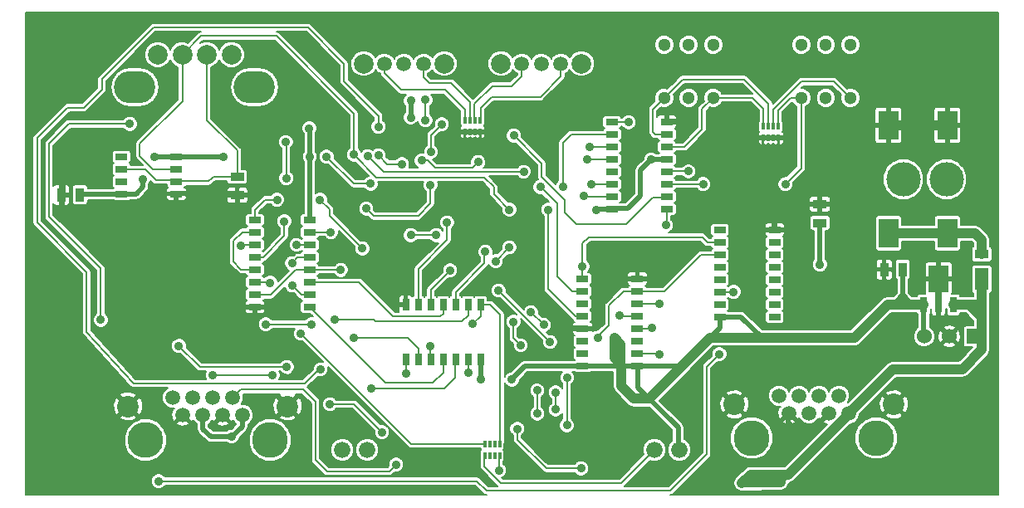
<source format=gtl>
G04 (created by PCBNEW (2013-mar-13)-testing) date Tue 15 Oct 2013 19:00:41 BST*
%MOIN*%
G04 Gerber Fmt 3.4, Leading zero omitted, Abs format*
%FSLAX34Y34*%
G01*
G70*
G90*
G04 APERTURE LIST*
%ADD10C,0.005906*%
%ADD11O,0.165354X0.129921*%
%ADD12C,0.078740*%
%ADD13R,0.011800X0.025600*%
%ADD14C,0.059055*%
%ADD15R,0.050000X0.025000*%
%ADD16R,0.025000X0.050000*%
%ADD17C,0.066000*%
%ADD18R,0.055000X0.035000*%
%ADD19R,0.035000X0.055000*%
%ADD20C,0.143700*%
%ADD21C,0.059100*%
%ADD22C,0.086614*%
%ADD23R,0.027600X0.063000*%
%ADD24R,0.027600X0.082700*%
%ADD25R,0.078700X0.108300*%
%ADD26R,0.078740X0.118110*%
%ADD27C,0.137795*%
%ADD28R,0.055100X0.086600*%
%ADD29R,0.055100X0.035400*%
%ADD30R,0.060000X0.060000*%
%ADD31C,0.060000*%
%ADD32C,0.051181*%
%ADD33C,0.035000*%
%ADD34C,0.039370*%
%ADD35C,0.019685*%
%ADD36C,0.007874*%
G04 APERTURE END LIST*
G54D10*
G54D11*
X14074Y-7874D03*
G54D12*
X11181Y-6574D03*
X12165Y-6574D03*
X10196Y-6574D03*
X13149Y-6574D03*
G54D11*
X9271Y-7874D03*
G54D13*
X23917Y-22212D03*
X23720Y-22212D03*
X23523Y-22212D03*
X23326Y-22212D03*
X23326Y-22665D03*
X23523Y-22665D03*
X23720Y-22665D03*
X23917Y-22665D03*
X23129Y-9220D03*
X22932Y-9220D03*
X22735Y-9220D03*
X22538Y-9220D03*
X22538Y-9673D03*
X22735Y-9673D03*
X22932Y-9673D03*
X23129Y-9673D03*
X35098Y-9457D03*
X34901Y-9457D03*
X34704Y-9457D03*
X34507Y-9457D03*
X34507Y-9910D03*
X34704Y-9910D03*
X34901Y-9910D03*
X35098Y-9910D03*
G54D14*
X24803Y-6929D03*
X26377Y-6929D03*
G54D12*
X23976Y-6929D03*
X27204Y-6929D03*
G54D14*
X25590Y-6929D03*
X19291Y-6929D03*
X20866Y-6929D03*
G54D12*
X18464Y-6929D03*
X21692Y-6929D03*
G54D14*
X20078Y-6929D03*
G54D15*
X10942Y-12167D03*
X10942Y-11667D03*
X10942Y-11167D03*
X10942Y-10667D03*
X8742Y-10667D03*
X8742Y-11167D03*
X8742Y-11667D03*
X8742Y-12167D03*
X30627Y-12773D03*
X30627Y-12273D03*
X30627Y-11773D03*
X30627Y-11273D03*
X30627Y-10773D03*
X30627Y-10273D03*
X30627Y-9773D03*
X30627Y-9273D03*
X28427Y-9273D03*
X28427Y-9773D03*
X28427Y-10273D03*
X28427Y-10773D03*
X28427Y-11273D03*
X28427Y-11773D03*
X28427Y-12273D03*
X28427Y-12773D03*
X29446Y-19072D03*
X29446Y-18572D03*
X29446Y-18072D03*
X29446Y-17572D03*
X29446Y-17072D03*
X29446Y-16572D03*
X29446Y-16072D03*
X29446Y-15572D03*
X27246Y-15572D03*
X27246Y-16072D03*
X27246Y-16572D03*
X27246Y-17072D03*
X27246Y-17572D03*
X27246Y-18072D03*
X27246Y-18572D03*
X27246Y-19072D03*
X34958Y-17104D03*
X34958Y-16604D03*
X34958Y-16104D03*
X34958Y-15604D03*
X34958Y-15104D03*
X34958Y-14604D03*
X34958Y-14104D03*
X34958Y-13604D03*
X32758Y-13604D03*
X32758Y-14104D03*
X32758Y-14604D03*
X32758Y-15104D03*
X32758Y-15604D03*
X32758Y-16104D03*
X32758Y-16604D03*
X32758Y-17104D03*
X14096Y-13210D03*
X14096Y-13710D03*
X14096Y-14210D03*
X14096Y-14710D03*
X14096Y-15210D03*
X14096Y-15710D03*
X14096Y-16210D03*
X14096Y-16710D03*
X16296Y-16710D03*
X16296Y-16210D03*
X16296Y-15710D03*
X16296Y-15210D03*
X16296Y-14710D03*
X16296Y-14210D03*
X16296Y-13710D03*
X16296Y-13210D03*
G54D16*
X23153Y-16616D03*
X22653Y-16616D03*
X22153Y-16616D03*
X21653Y-16616D03*
X21153Y-16616D03*
X20653Y-16616D03*
X20153Y-16616D03*
X20153Y-18816D03*
X20653Y-18816D03*
X21153Y-18816D03*
X21653Y-18816D03*
X22153Y-18816D03*
X22653Y-18816D03*
X23153Y-18816D03*
G54D17*
X31129Y-22440D03*
X30129Y-22440D03*
X17610Y-22440D03*
X18610Y-22440D03*
G54D18*
X36771Y-13327D03*
X36771Y-12577D03*
G54D19*
X40099Y-15196D03*
X39349Y-15196D03*
X7067Y-12204D03*
X6317Y-12204D03*
G54D18*
X13385Y-12225D03*
X13385Y-11475D03*
G54D20*
X39035Y-21968D03*
X34035Y-21968D03*
G54D21*
X37940Y-20968D03*
X37539Y-20267D03*
X37137Y-20968D03*
X36736Y-20267D03*
X36334Y-20968D03*
X35933Y-20267D03*
X35531Y-20968D03*
X35129Y-20267D03*
G54D22*
X39736Y-20618D03*
X33334Y-20618D03*
G54D20*
X14704Y-22047D03*
X9704Y-22047D03*
G54D21*
X13610Y-21047D03*
X13208Y-20346D03*
X12807Y-21047D03*
X12405Y-20346D03*
X12003Y-21047D03*
X11602Y-20346D03*
X11200Y-21047D03*
X10799Y-20346D03*
G54D22*
X15405Y-20696D03*
X9003Y-20696D03*
G54D23*
X40944Y-16614D03*
G54D24*
X41535Y-16516D03*
G54D23*
X42126Y-16614D03*
G54D25*
X41535Y-15571D03*
G54D26*
X41889Y-9409D03*
X41889Y-13740D03*
X39527Y-13740D03*
X39527Y-9409D03*
G54D27*
X41850Y-11574D03*
X40118Y-11574D03*
G54D28*
X43267Y-15590D03*
G54D29*
X43267Y-14586D03*
G54D30*
X42958Y-17883D03*
G54D31*
X41958Y-17883D03*
X40958Y-17883D03*
G54D32*
X31505Y-8307D03*
X31505Y-6181D03*
X30521Y-8307D03*
X32490Y-8307D03*
X30521Y-6181D03*
X32490Y-6181D03*
X37007Y-8307D03*
X37007Y-6181D03*
X36023Y-8307D03*
X37992Y-8307D03*
X36023Y-6181D03*
X37992Y-6181D03*
G54D33*
X36771Y-15000D03*
X33641Y-23779D03*
X34409Y-23759D03*
X13169Y-21909D03*
X35196Y-23740D03*
X14232Y-11929D03*
X21555Y-10826D03*
X34173Y-13582D03*
X31771Y-14330D03*
X14035Y-17578D03*
X16259Y-18779D03*
X19625Y-16614D03*
X24940Y-15275D03*
X21988Y-12342D03*
X17559Y-12755D03*
X9881Y-17854D03*
X11574Y-13228D03*
X32559Y-9251D03*
X31259Y-9251D03*
X15767Y-14212D03*
X15944Y-17775D03*
X13543Y-14251D03*
X14527Y-17401D03*
X16377Y-17401D03*
X17283Y-17204D03*
X14704Y-15728D03*
X22834Y-17381D03*
X23759Y-14862D03*
X24311Y-14311D03*
X21811Y-13307D03*
X23346Y-14488D03*
X21929Y-15236D03*
X18740Y-11751D03*
X16968Y-10669D03*
X23051Y-10885D03*
X20787Y-10826D03*
X21141Y-11811D03*
X18562Y-12755D03*
X23897Y-23267D03*
X28740Y-17047D03*
X29094Y-9291D03*
X26456Y-11889D03*
X25866Y-12795D03*
X30039Y-17559D03*
X30590Y-13425D03*
X12401Y-19448D03*
X14803Y-19448D03*
X17106Y-20610D03*
X19192Y-21732D03*
X19763Y-23031D03*
X24625Y-21594D03*
X27185Y-23188D03*
X15590Y-14940D03*
X15590Y-15846D03*
X22657Y-19350D03*
X20177Y-19370D03*
X18759Y-19980D03*
X15374Y-19114D03*
X11043Y-18267D03*
X23877Y-16043D03*
X30314Y-16574D03*
X18405Y-14350D03*
X14980Y-12401D03*
X16712Y-12401D03*
X25944Y-18110D03*
X27244Y-15078D03*
X21377Y-13818D03*
X20354Y-13818D03*
X15275Y-13267D03*
X26633Y-19547D03*
X26614Y-21456D03*
X27854Y-17933D03*
X30000Y-10787D03*
X28523Y-17952D03*
X28523Y-18759D03*
X28799Y-19055D03*
X27795Y-12795D03*
X24409Y-19625D03*
X16279Y-9527D03*
X23149Y-19625D03*
X12834Y-10669D03*
X16299Y-10669D03*
X10078Y-10669D03*
X9606Y-11574D03*
X20354Y-8425D03*
X20354Y-9094D03*
X18070Y-10590D03*
X24311Y-12795D03*
X21161Y-10472D03*
X21594Y-9370D03*
X24488Y-9822D03*
X32086Y-11771D03*
X35383Y-11771D03*
X31496Y-11259D03*
X25551Y-11889D03*
X18622Y-10649D03*
X24881Y-11279D03*
X18070Y-17952D03*
X19055Y-9468D03*
X16732Y-19212D03*
X17539Y-15216D03*
X24468Y-17303D03*
X24763Y-18248D03*
X25433Y-20059D03*
X25433Y-20984D03*
X26161Y-20826D03*
X26161Y-20137D03*
X25688Y-17421D03*
X25177Y-16909D03*
X17145Y-13700D03*
X10236Y-23700D03*
X7913Y-17224D03*
X9074Y-9350D03*
X15334Y-10078D03*
X15354Y-11535D03*
X19055Y-10610D03*
X20000Y-10964D03*
X33307Y-16102D03*
X32736Y-18602D03*
X30314Y-18622D03*
X21141Y-18267D03*
X27440Y-10787D03*
X27519Y-10275D03*
X27598Y-11771D03*
X20944Y-8385D03*
X20944Y-9212D03*
X27283Y-12244D03*
G54D34*
X42958Y-17883D02*
X43248Y-17883D01*
X43248Y-17883D02*
X43267Y-17903D01*
G54D35*
X36771Y-13327D02*
X36771Y-15000D01*
G54D34*
X42716Y-16614D02*
X42755Y-16614D01*
X42755Y-16614D02*
X43267Y-17125D01*
X42126Y-16614D02*
X42716Y-16614D01*
X42716Y-16614D02*
X43149Y-16614D01*
X43149Y-16614D02*
X43267Y-16496D01*
X39696Y-19212D02*
X42480Y-19212D01*
X42480Y-19212D02*
X43267Y-18425D01*
X43267Y-18425D02*
X43267Y-17903D01*
X43267Y-17903D02*
X43267Y-17125D01*
X37940Y-20968D02*
X39696Y-19212D01*
X43267Y-16496D02*
X43267Y-15590D01*
X43267Y-17125D02*
X43267Y-16496D01*
X35501Y-23435D02*
X33986Y-23435D01*
X33661Y-23759D02*
X33641Y-23779D01*
X34429Y-23740D02*
X35196Y-23740D01*
X34429Y-23740D02*
X34409Y-23759D01*
X34409Y-23759D02*
X33661Y-23759D01*
X33986Y-23435D02*
X33641Y-23779D01*
X37940Y-20968D02*
X37940Y-20996D01*
X37940Y-20996D02*
X35501Y-23435D01*
G54D35*
X35196Y-23740D02*
X37940Y-20996D01*
X12003Y-21047D02*
X12007Y-21051D01*
X13582Y-21074D02*
X13610Y-21047D01*
X13582Y-21496D02*
X13582Y-21074D01*
X13169Y-21909D02*
X13582Y-21496D01*
X12322Y-21909D02*
X13169Y-21909D01*
X12007Y-21594D02*
X12322Y-21909D01*
X12007Y-21051D02*
X12007Y-21594D01*
X41535Y-16516D02*
X41535Y-17460D01*
X41535Y-17460D02*
X41958Y-17883D01*
X13936Y-12225D02*
X13385Y-12225D01*
X14232Y-11929D02*
X13936Y-12225D01*
G54D34*
X39527Y-9409D02*
X41889Y-9409D01*
G54D35*
X39527Y-9409D02*
X38622Y-9409D01*
X36771Y-11259D02*
X36771Y-12577D01*
X38622Y-9409D02*
X36771Y-11259D01*
X27246Y-17572D02*
X27781Y-17572D01*
X28031Y-16377D02*
X28836Y-15572D01*
X29446Y-15572D02*
X28836Y-15572D01*
X28031Y-17322D02*
X28031Y-16377D01*
X27781Y-17572D02*
X28031Y-17322D01*
G54D36*
X23129Y-9673D02*
X23129Y-10138D01*
X22440Y-10826D02*
X21555Y-10826D01*
X23129Y-10138D02*
X22440Y-10826D01*
X22538Y-9673D02*
X22334Y-9673D01*
X22334Y-9673D02*
X21555Y-10452D01*
X21555Y-10452D02*
X21555Y-10826D01*
X34055Y-11102D02*
X34291Y-10866D01*
X35098Y-9910D02*
X35098Y-10334D01*
X34724Y-10708D02*
X33661Y-10708D01*
X35098Y-10334D02*
X34724Y-10708D01*
X34507Y-9910D02*
X33807Y-9910D01*
X33149Y-9251D02*
X32559Y-9251D01*
X33807Y-9910D02*
X33149Y-9251D01*
G54D35*
X29446Y-15572D02*
X30529Y-15572D01*
X34194Y-13604D02*
X34958Y-13604D01*
X34173Y-13582D02*
X34194Y-13604D01*
X30529Y-15572D02*
X31771Y-14330D01*
X20153Y-16616D02*
X20151Y-16614D01*
X14468Y-18011D02*
X14035Y-17578D01*
X15492Y-18011D02*
X14468Y-18011D01*
X16259Y-18779D02*
X15492Y-18011D01*
X20151Y-16614D02*
X19625Y-16614D01*
X27246Y-17572D02*
X27232Y-17559D01*
X27232Y-17559D02*
X26338Y-17559D01*
X26338Y-17559D02*
X24940Y-16161D01*
X24940Y-16161D02*
X24940Y-15275D01*
X20944Y-13385D02*
X21988Y-12342D01*
X18188Y-13385D02*
X20944Y-13385D01*
X17559Y-12755D02*
X18188Y-13385D01*
X14096Y-16710D02*
X14094Y-16712D01*
X13759Y-17854D02*
X9881Y-17854D01*
X14094Y-17519D02*
X13759Y-17854D01*
X14094Y-16712D02*
X14094Y-17519D01*
X11574Y-13228D02*
X12677Y-13228D01*
X35531Y-20968D02*
X35511Y-20988D01*
X36413Y-21692D02*
X37137Y-20968D01*
X35866Y-21692D02*
X36413Y-21692D01*
X35511Y-21338D02*
X35866Y-21692D01*
X35511Y-20988D02*
X35511Y-21338D01*
X6392Y-12204D02*
X6377Y-12219D01*
X10944Y-12169D02*
X10942Y-12167D01*
X10944Y-12598D02*
X10944Y-12169D01*
X10472Y-13070D02*
X10944Y-12598D01*
X6653Y-13070D02*
X10472Y-13070D01*
X6377Y-12795D02*
X6653Y-13070D01*
X6377Y-12219D02*
X6377Y-12795D01*
X10942Y-12167D02*
X10959Y-12150D01*
X10959Y-12150D02*
X13385Y-12150D01*
X6392Y-10629D02*
X6392Y-12204D01*
G54D36*
X22932Y-9673D02*
X23129Y-9673D01*
X22538Y-9673D02*
X22735Y-9673D01*
X22735Y-9673D02*
X22932Y-9673D01*
G54D35*
X32559Y-9251D02*
X32559Y-9606D01*
X32559Y-9606D02*
X33661Y-10708D01*
X34921Y-11968D02*
X34921Y-13567D01*
X33661Y-10708D02*
X34055Y-11102D01*
X34055Y-11102D02*
X34921Y-11968D01*
X34921Y-13567D02*
X34958Y-13604D01*
X30649Y-9251D02*
X31259Y-9251D01*
X30627Y-9273D02*
X30649Y-9251D01*
G54D36*
X34704Y-9910D02*
X34901Y-9910D01*
X34901Y-9910D02*
X35098Y-9910D01*
X34507Y-9910D02*
X34704Y-9910D01*
G54D35*
X13400Y-12165D02*
X13385Y-12150D01*
X13385Y-12519D02*
X13385Y-12150D01*
G54D36*
X23326Y-22212D02*
X23317Y-22204D01*
X16294Y-14212D02*
X16296Y-14210D01*
X15767Y-14212D02*
X16294Y-14212D01*
X20374Y-22204D02*
X15944Y-17775D01*
X23317Y-22204D02*
X20374Y-22204D01*
X22653Y-16616D02*
X22653Y-17031D01*
X13584Y-14210D02*
X14096Y-14210D01*
X13543Y-14251D02*
X13584Y-14210D01*
X16377Y-17401D02*
X14527Y-17401D01*
X18858Y-17204D02*
X17283Y-17204D01*
X18937Y-17283D02*
X18858Y-17204D01*
X22401Y-17283D02*
X18937Y-17283D01*
X22653Y-17031D02*
X22401Y-17283D01*
X14687Y-15710D02*
X14096Y-15710D01*
X14704Y-15728D02*
X14687Y-15710D01*
X14079Y-15728D02*
X14096Y-15710D01*
X22834Y-17381D02*
X23149Y-17066D01*
X23149Y-17066D02*
X23149Y-16620D01*
X23153Y-16616D02*
X23149Y-16620D01*
X23917Y-22212D02*
X23937Y-22192D01*
X23155Y-16614D02*
X23153Y-16616D01*
X23543Y-16614D02*
X23155Y-16614D01*
X23937Y-17007D02*
X23543Y-16614D01*
X23937Y-22192D02*
X23937Y-17007D01*
X16296Y-15710D02*
X18269Y-15710D01*
X21653Y-16968D02*
X21653Y-16616D01*
X21535Y-17086D02*
X21653Y-16968D01*
X19645Y-17086D02*
X21535Y-17086D01*
X18269Y-15710D02*
X19645Y-17086D01*
X23759Y-14862D02*
X24311Y-14311D01*
X20653Y-16616D02*
X20653Y-15173D01*
X21811Y-14015D02*
X21811Y-13307D01*
X20653Y-15173D02*
X21811Y-14015D01*
X22153Y-16114D02*
X22153Y-16616D01*
X23307Y-14960D02*
X22153Y-16114D01*
X23307Y-14527D02*
X23307Y-14960D01*
X23346Y-14488D02*
X23307Y-14527D01*
X21153Y-16011D02*
X21153Y-16616D01*
X21929Y-15236D02*
X21153Y-16011D01*
X18051Y-11751D02*
X18740Y-11751D01*
X16968Y-10669D02*
X18051Y-11751D01*
X14096Y-13710D02*
X14087Y-13700D01*
X14083Y-15196D02*
X14096Y-15210D01*
X13543Y-15196D02*
X14083Y-15196D01*
X13228Y-14881D02*
X13543Y-15196D01*
X13228Y-14055D02*
X13228Y-14881D01*
X13582Y-13700D02*
X13228Y-14055D01*
X14087Y-13700D02*
X13582Y-13700D01*
X30129Y-22440D02*
X28791Y-23779D01*
X23307Y-22684D02*
X23326Y-22665D01*
X23307Y-23110D02*
X23307Y-22684D01*
X23976Y-23779D02*
X23307Y-23110D01*
X28791Y-23779D02*
X23976Y-23779D01*
X22814Y-11122D02*
X23051Y-10885D01*
X21318Y-11122D02*
X22814Y-11122D01*
X21023Y-10826D02*
X21318Y-11122D01*
X20787Y-10826D02*
X21023Y-10826D01*
X21141Y-12559D02*
X21141Y-11811D01*
X20649Y-13051D02*
X21141Y-12559D01*
X18858Y-13051D02*
X20649Y-13051D01*
X18562Y-12755D02*
X18858Y-13051D01*
X23897Y-23267D02*
X23897Y-22685D01*
X23897Y-22685D02*
X23917Y-22665D01*
G54D34*
X41889Y-13740D02*
X42992Y-13740D01*
X43267Y-14015D02*
X43267Y-14586D01*
X42992Y-13740D02*
X43267Y-14015D01*
X41889Y-13740D02*
X39527Y-13740D01*
G54D35*
X39467Y-13800D02*
X39527Y-13740D01*
X39526Y-13741D02*
X39527Y-13740D01*
G54D36*
X12165Y-6574D02*
X12165Y-9202D01*
X13385Y-10423D02*
X13385Y-11475D01*
X12165Y-9202D02*
X13385Y-10423D01*
X13385Y-11475D02*
X12422Y-11475D01*
X10956Y-11653D02*
X12244Y-11653D01*
X10956Y-11653D02*
X10942Y-11667D01*
X12244Y-11653D02*
X12362Y-11535D01*
X12422Y-11475D02*
X12362Y-11535D01*
X13370Y-11535D02*
X13385Y-11550D01*
X8742Y-11167D02*
X8756Y-11181D01*
X10889Y-11614D02*
X10942Y-11667D01*
X10118Y-11614D02*
X10889Y-11614D01*
X9685Y-11181D02*
X10118Y-11614D01*
X8756Y-11181D02*
X9685Y-11181D01*
X28427Y-9273D02*
X29076Y-9273D01*
X28765Y-17072D02*
X29446Y-17072D01*
X28740Y-17047D02*
X28765Y-17072D01*
X29076Y-9273D02*
X29094Y-9291D01*
X27246Y-17072D02*
X26954Y-17072D01*
X26801Y-9773D02*
X28427Y-9773D01*
X26456Y-10118D02*
X26801Y-9773D01*
X26456Y-11889D02*
X26456Y-10118D01*
X25866Y-15984D02*
X25866Y-12795D01*
X26954Y-17072D02*
X25866Y-15984D01*
X29446Y-17572D02*
X30025Y-17572D01*
X30039Y-17559D02*
X30025Y-17572D01*
X30627Y-13388D02*
X30590Y-13425D01*
X30627Y-13388D02*
X30627Y-12773D01*
X14803Y-19448D02*
X12401Y-19448D01*
X18070Y-20610D02*
X17106Y-20610D01*
X19192Y-21732D02*
X18070Y-20610D01*
X13535Y-20019D02*
X13208Y-20346D01*
X16043Y-20019D02*
X13535Y-20019D01*
X16535Y-20511D02*
X16043Y-20019D01*
X16535Y-22854D02*
X16535Y-20511D01*
X16988Y-23307D02*
X16535Y-22854D01*
X19488Y-23307D02*
X16988Y-23307D01*
X19763Y-23031D02*
X19488Y-23307D01*
X24625Y-22027D02*
X24625Y-21594D01*
X25787Y-23188D02*
X24625Y-22027D01*
X27185Y-23188D02*
X25787Y-23188D01*
X16296Y-16210D02*
X16287Y-16220D01*
X16283Y-14724D02*
X16296Y-14710D01*
X15807Y-14724D02*
X16283Y-14724D01*
X15590Y-14940D02*
X15807Y-14724D01*
X15964Y-16220D02*
X15590Y-15846D01*
X16287Y-16220D02*
X15964Y-16220D01*
X20153Y-18816D02*
X20177Y-18840D01*
X22657Y-18820D02*
X22653Y-18816D01*
X22657Y-19350D02*
X22657Y-18820D01*
X20177Y-18840D02*
X20177Y-19370D01*
X13622Y-19114D02*
X15374Y-19114D01*
X22125Y-18844D02*
X22153Y-18816D01*
X21692Y-19980D02*
X18759Y-19980D01*
X22125Y-19547D02*
X21692Y-19980D01*
X22125Y-18844D02*
X22125Y-19547D01*
X13622Y-19114D02*
X11889Y-19114D01*
X11889Y-19114D02*
X11043Y-18267D01*
X23877Y-16043D02*
X25944Y-18110D01*
X30314Y-16574D02*
X30312Y-16572D01*
X29446Y-16572D02*
X30312Y-16572D01*
X17086Y-12775D02*
X17086Y-13031D01*
X14096Y-12812D02*
X14096Y-13210D01*
X14507Y-12401D02*
X14980Y-12401D01*
X14096Y-12812D02*
X14507Y-12401D01*
X17086Y-12775D02*
X16712Y-12401D01*
X17086Y-13031D02*
X18405Y-14350D01*
X27244Y-14133D02*
X27480Y-13897D01*
X32758Y-14104D02*
X32253Y-14104D01*
X27244Y-14133D02*
X27244Y-15078D01*
X32047Y-13897D02*
X32253Y-14104D01*
X27480Y-13897D02*
X32047Y-13897D01*
X27246Y-15572D02*
X27246Y-15081D01*
X27246Y-15081D02*
X27244Y-15078D01*
X14096Y-14710D02*
X14423Y-14710D01*
X20354Y-13818D02*
X21377Y-13818D01*
X15275Y-13858D02*
X15275Y-13267D01*
X14423Y-14710D02*
X15275Y-13858D01*
X28307Y-16653D02*
X28307Y-17440D01*
X28307Y-16653D02*
X28887Y-16072D01*
X29446Y-16072D02*
X28887Y-16072D01*
X26614Y-19566D02*
X26633Y-19547D01*
X26614Y-21456D02*
X26614Y-19566D01*
X27854Y-17893D02*
X27854Y-17933D01*
X28307Y-17440D02*
X27854Y-17893D01*
X29446Y-16072D02*
X30541Y-16072D01*
X32009Y-14604D02*
X32758Y-14604D01*
X30541Y-16072D02*
X32009Y-14604D01*
G54D35*
X40944Y-16614D02*
X40944Y-17869D01*
X40944Y-17869D02*
X40958Y-17883D01*
X40078Y-16259D02*
X40118Y-16259D01*
X40118Y-16259D02*
X40472Y-16614D01*
X40099Y-16259D02*
X40078Y-16259D01*
X40078Y-16259D02*
X39724Y-16614D01*
X40099Y-15196D02*
X40099Y-16259D01*
X40099Y-16259D02*
X40099Y-16516D01*
X40099Y-16516D02*
X40196Y-16614D01*
G54D34*
X34448Y-17952D02*
X38149Y-17952D01*
X39488Y-16614D02*
X39724Y-16614D01*
X39724Y-16614D02*
X40196Y-16614D01*
X40196Y-16614D02*
X40472Y-16614D01*
X40472Y-16614D02*
X40944Y-16614D01*
X38149Y-17952D02*
X39488Y-16614D01*
X32362Y-17952D02*
X29921Y-20393D01*
X34448Y-17952D02*
X32362Y-17952D01*
G54D35*
X31771Y-18543D02*
X32362Y-17952D01*
X32362Y-17952D02*
X32775Y-17539D01*
X31240Y-19074D02*
X31771Y-18543D01*
G54D34*
X29921Y-20393D02*
X29311Y-20393D01*
X29311Y-20393D02*
X28799Y-19881D01*
G54D35*
X34448Y-17952D02*
X33600Y-17104D01*
G54D34*
X28523Y-17952D02*
X28779Y-18208D01*
X28799Y-19035D02*
X28523Y-18759D01*
X28799Y-19035D02*
X28799Y-19055D01*
X28523Y-17952D02*
X28523Y-18759D01*
X28779Y-19035D02*
X28799Y-19055D01*
X28779Y-18208D02*
X28779Y-19035D01*
X28799Y-19881D02*
X28799Y-19055D01*
G54D35*
X28781Y-19037D02*
X28816Y-19072D01*
X28799Y-19055D02*
X28781Y-19072D01*
X28781Y-19072D02*
X28781Y-19037D01*
X28070Y-19072D02*
X28816Y-19072D01*
X27816Y-12773D02*
X27795Y-12795D01*
X28427Y-12773D02*
X27816Y-12773D01*
X24409Y-19625D02*
X24409Y-19606D01*
X24942Y-19072D02*
X27246Y-19072D01*
X24409Y-19606D02*
X24942Y-19072D01*
X33600Y-17104D02*
X32758Y-17104D01*
X32775Y-17121D02*
X32758Y-17104D01*
X32775Y-17539D02*
X32775Y-17121D01*
X16279Y-9527D02*
X16269Y-9537D01*
X29446Y-19072D02*
X29448Y-19074D01*
X29448Y-19074D02*
X31240Y-19074D01*
X27246Y-19072D02*
X28070Y-19072D01*
X28816Y-19072D02*
X29446Y-19072D01*
X31129Y-22440D02*
X31082Y-22393D01*
X29468Y-19094D02*
X29446Y-19072D01*
X29468Y-19940D02*
X29468Y-19094D01*
X31082Y-21555D02*
X29468Y-19940D01*
X31082Y-22393D02*
X31082Y-21555D01*
X23149Y-18820D02*
X23153Y-18816D01*
X23149Y-19625D02*
X23149Y-18820D01*
G54D36*
X16299Y-13208D02*
X16296Y-13210D01*
G54D35*
X16299Y-10669D02*
X16299Y-13208D01*
X10942Y-10667D02*
X10944Y-10669D01*
X16299Y-9566D02*
X16299Y-10669D01*
G54D36*
X16269Y-9537D02*
X16299Y-9566D01*
G54D35*
X10944Y-10669D02*
X12834Y-10669D01*
X8742Y-12167D02*
X8744Y-12165D01*
X10940Y-10669D02*
X10942Y-10667D01*
X10078Y-10669D02*
X10940Y-10669D01*
X9606Y-11889D02*
X9606Y-11574D01*
X9330Y-12165D02*
X9606Y-11889D01*
X8744Y-12165D02*
X9330Y-12165D01*
X20354Y-9094D02*
X20354Y-8425D01*
X6992Y-12204D02*
X7030Y-12167D01*
X7030Y-12167D02*
X8742Y-12167D01*
X30000Y-10787D02*
X30613Y-10787D01*
X30613Y-10787D02*
X30627Y-10773D01*
X28427Y-12773D02*
X28445Y-12755D01*
X28445Y-12755D02*
X29055Y-12755D01*
X29055Y-12755D02*
X29566Y-12244D01*
X29566Y-12244D02*
X29566Y-11220D01*
X29566Y-11220D02*
X30000Y-10787D01*
G54D36*
X14970Y-5826D02*
X11929Y-5826D01*
X18070Y-10590D02*
X18070Y-8927D01*
X14970Y-5826D02*
X18070Y-8927D01*
X11929Y-5826D02*
X11181Y-6574D01*
X10942Y-11167D02*
X10005Y-11167D01*
X9478Y-10639D02*
X9478Y-10147D01*
X9478Y-10639D02*
X10005Y-11167D01*
X11181Y-8444D02*
X11181Y-6574D01*
X9478Y-10147D02*
X11181Y-8444D01*
X18976Y-11496D02*
X18070Y-10590D01*
X24311Y-12795D02*
X23681Y-12165D01*
X23681Y-12165D02*
X23681Y-11889D01*
X23681Y-11889D02*
X23287Y-11496D01*
X23287Y-11496D02*
X18976Y-11496D01*
X10956Y-11181D02*
X10942Y-11167D01*
X25610Y-10944D02*
X25610Y-11476D01*
X21161Y-10472D02*
X21161Y-9803D01*
X21161Y-9803D02*
X21594Y-9370D01*
X24488Y-9822D02*
X25610Y-10944D01*
X26988Y-13366D02*
X28996Y-13366D01*
X28996Y-13366D02*
X30059Y-12303D01*
X30059Y-12303D02*
X30598Y-12303D01*
X30627Y-12273D02*
X30598Y-12303D01*
X26535Y-12913D02*
X26988Y-13366D01*
X26535Y-12401D02*
X26535Y-12913D01*
X25610Y-11476D02*
X26535Y-12401D01*
X36023Y-8307D02*
X36023Y-11131D01*
X30629Y-11771D02*
X32086Y-11771D01*
X30629Y-11771D02*
X30627Y-11773D01*
X36023Y-11131D02*
X35383Y-11771D01*
X35098Y-9457D02*
X35098Y-8809D01*
X35600Y-8307D02*
X36023Y-8307D01*
X35098Y-8809D02*
X35600Y-8307D01*
X30641Y-11259D02*
X31496Y-11259D01*
X30627Y-11273D02*
X30641Y-11259D01*
X34901Y-9457D02*
X34901Y-8779D01*
X37342Y-7657D02*
X37992Y-8307D01*
X36023Y-7657D02*
X37342Y-7657D01*
X34901Y-8779D02*
X36023Y-7657D01*
X27246Y-16072D02*
X26820Y-16072D01*
X26220Y-12559D02*
X25551Y-11889D01*
X26220Y-15472D02*
X26220Y-12559D01*
X26820Y-16072D02*
X26220Y-15472D01*
X19251Y-11279D02*
X18622Y-10649D01*
X24881Y-11279D02*
X19251Y-11279D01*
X16296Y-16710D02*
X19330Y-19744D01*
X21653Y-19330D02*
X21653Y-18816D01*
X21240Y-19744D02*
X21653Y-19330D01*
X19330Y-19744D02*
X21240Y-19744D01*
X15059Y-5472D02*
X16220Y-5472D01*
X20653Y-18816D02*
X20669Y-18800D01*
X20236Y-17952D02*
X18070Y-17952D01*
X20669Y-18385D02*
X20236Y-17952D01*
X20669Y-18800D02*
X20669Y-18385D01*
X17677Y-6929D02*
X17677Y-7657D01*
X17677Y-7657D02*
X19055Y-9035D01*
X19055Y-9035D02*
X19055Y-9468D01*
X9232Y-19783D02*
X16082Y-19783D01*
X7342Y-17696D02*
X9232Y-19783D01*
X7342Y-15295D02*
X7342Y-17696D01*
X5354Y-13307D02*
X7342Y-15295D01*
X5354Y-9921D02*
X5354Y-13307D01*
X6574Y-8700D02*
X5354Y-9921D01*
X7244Y-8700D02*
X6574Y-8700D01*
X16732Y-19212D02*
X16653Y-19212D01*
X16082Y-19783D02*
X16653Y-19212D01*
X10039Y-5472D02*
X15059Y-5472D01*
X7952Y-7559D02*
X10039Y-5472D01*
X7952Y-7992D02*
X7952Y-7559D01*
X7244Y-8700D02*
X7952Y-7992D01*
X16220Y-5472D02*
X17677Y-6929D01*
X20649Y-18812D02*
X20653Y-18816D01*
X17533Y-15210D02*
X16296Y-15210D01*
X17539Y-15216D02*
X17533Y-15210D01*
X24468Y-17952D02*
X24468Y-17303D01*
X24763Y-18248D02*
X24468Y-17952D01*
X25433Y-20984D02*
X25433Y-20059D01*
X14096Y-16210D02*
X14106Y-16220D01*
X16290Y-15216D02*
X16296Y-15210D01*
X15728Y-15216D02*
X16290Y-15216D01*
X14724Y-16220D02*
X15728Y-15216D01*
X14106Y-16220D02*
X14724Y-16220D01*
X14096Y-16210D02*
X14087Y-16220D01*
X26161Y-20826D02*
X26161Y-20137D01*
X25688Y-17421D02*
X25177Y-16909D01*
X17135Y-13710D02*
X16296Y-13710D01*
X17145Y-13700D02*
X17135Y-13710D01*
X34704Y-9457D02*
X34704Y-8532D01*
X31259Y-7568D02*
X30521Y-8307D01*
X33740Y-7568D02*
X31259Y-7568D01*
X34704Y-8532D02*
X33740Y-7568D01*
X30627Y-9773D02*
X30167Y-9773D01*
X30059Y-8769D02*
X30521Y-8307D01*
X30059Y-9665D02*
X30059Y-8769D01*
X30167Y-9773D02*
X30059Y-9665D01*
X30637Y-9763D02*
X30627Y-9773D01*
X30627Y-10273D02*
X31330Y-10273D01*
X32037Y-8759D02*
X32490Y-8307D01*
X32037Y-9566D02*
X32037Y-8759D01*
X31330Y-10273D02*
X32037Y-9566D01*
X34507Y-9457D02*
X34507Y-8739D01*
X34074Y-8307D02*
X32490Y-8307D01*
X34507Y-8739D02*
X34074Y-8307D01*
X32224Y-19114D02*
X32224Y-22618D01*
X30767Y-24074D02*
X32224Y-22618D01*
X23385Y-24074D02*
X30767Y-24074D01*
X23011Y-23700D02*
X23385Y-24074D01*
X10236Y-23700D02*
X23011Y-23700D01*
X7913Y-15157D02*
X7913Y-17224D01*
X5826Y-13070D02*
X7913Y-15157D01*
X5826Y-10157D02*
X5826Y-13070D01*
X6633Y-9350D02*
X5826Y-10157D01*
X9074Y-9350D02*
X6633Y-9350D01*
X15354Y-10098D02*
X15334Y-10078D01*
X15354Y-11535D02*
X15354Y-10098D01*
X19409Y-10964D02*
X19055Y-10610D01*
X20000Y-10964D02*
X19409Y-10964D01*
X32760Y-16102D02*
X32758Y-16104D01*
X33307Y-16102D02*
X32760Y-16102D01*
X32736Y-18602D02*
X32224Y-19114D01*
X30265Y-18572D02*
X29446Y-18572D01*
X30314Y-18622D02*
X30265Y-18572D01*
X29446Y-18572D02*
X29416Y-18602D01*
X21141Y-18804D02*
X21153Y-18816D01*
X21141Y-18267D02*
X21141Y-18804D01*
X28427Y-10773D02*
X28413Y-10787D01*
X28413Y-10787D02*
X27440Y-10787D01*
X24803Y-6929D02*
X24803Y-7440D01*
X22913Y-9201D02*
X22932Y-9220D01*
X22913Y-8543D02*
X22913Y-9201D01*
X23622Y-7834D02*
X22913Y-8543D01*
X24409Y-7834D02*
X23622Y-7834D01*
X24803Y-7440D02*
X24409Y-7834D01*
X28427Y-10273D02*
X28425Y-10275D01*
X28425Y-10275D02*
X27519Y-10275D01*
X26377Y-6929D02*
X26377Y-7440D01*
X23149Y-9200D02*
X23129Y-9220D01*
X23149Y-8700D02*
X23149Y-9200D01*
X23582Y-8267D02*
X23149Y-8700D01*
X25551Y-8267D02*
X23582Y-8267D01*
X26377Y-7440D02*
X25551Y-8267D01*
X28427Y-11773D02*
X28425Y-11771D01*
X28425Y-11771D02*
X27598Y-11771D01*
X19291Y-6929D02*
X19291Y-7322D01*
X22519Y-9201D02*
X22538Y-9220D01*
X22519Y-8779D02*
X22519Y-9201D01*
X21732Y-7992D02*
X22519Y-8779D01*
X19960Y-7992D02*
X21732Y-7992D01*
X19291Y-7322D02*
X19960Y-7992D01*
X28427Y-12273D02*
X28417Y-12283D01*
X20944Y-9212D02*
X20944Y-8385D01*
X27322Y-12283D02*
X27283Y-12244D01*
X28417Y-12283D02*
X27322Y-12283D01*
X20866Y-6929D02*
X20866Y-7480D01*
X22716Y-9201D02*
X22735Y-9220D01*
X22716Y-8464D02*
X22716Y-9201D01*
X21968Y-7716D02*
X22716Y-8464D01*
X21102Y-7716D02*
X21968Y-7716D01*
X20866Y-7480D02*
X21102Y-7716D01*
G54D10*
G36*
X13346Y-21398D02*
X13148Y-21596D01*
X13107Y-21596D01*
X13061Y-21615D01*
X13061Y-21384D01*
X12807Y-21130D01*
X12553Y-21384D01*
X12585Y-21452D01*
X12757Y-21506D01*
X12937Y-21490D01*
X13028Y-21452D01*
X13061Y-21384D01*
X13061Y-21615D01*
X12992Y-21644D01*
X12963Y-21673D01*
X12420Y-21673D01*
X12244Y-21496D01*
X12244Y-21416D01*
X12249Y-21414D01*
X12371Y-21293D01*
X12391Y-21243D01*
X12401Y-21268D01*
X12469Y-21301D01*
X12723Y-21047D01*
X12718Y-21041D01*
X12801Y-20958D01*
X12807Y-20963D01*
X12812Y-20958D01*
X12896Y-21041D01*
X12890Y-21047D01*
X13144Y-21301D01*
X13212Y-21268D01*
X13221Y-21240D01*
X13242Y-21292D01*
X13346Y-21396D01*
X13346Y-21398D01*
X13346Y-21398D01*
G37*
G54D36*
X13346Y-21398D02*
X13148Y-21596D01*
X13107Y-21596D01*
X13061Y-21615D01*
X13061Y-21384D01*
X12807Y-21130D01*
X12553Y-21384D01*
X12585Y-21452D01*
X12757Y-21506D01*
X12937Y-21490D01*
X13028Y-21452D01*
X13061Y-21384D01*
X13061Y-21615D01*
X12992Y-21644D01*
X12963Y-21673D01*
X12420Y-21673D01*
X12244Y-21496D01*
X12244Y-21416D01*
X12249Y-21414D01*
X12371Y-21293D01*
X12391Y-21243D01*
X12401Y-21268D01*
X12469Y-21301D01*
X12723Y-21047D01*
X12718Y-21041D01*
X12801Y-20958D01*
X12807Y-20963D01*
X12812Y-20958D01*
X12896Y-21041D01*
X12890Y-21047D01*
X13144Y-21301D01*
X13212Y-21268D01*
X13221Y-21240D01*
X13242Y-21292D01*
X13346Y-21396D01*
X13346Y-21398D01*
G54D10*
G36*
X34050Y-8129D02*
X32842Y-8129D01*
X32824Y-8084D01*
X32713Y-7973D01*
X32568Y-7913D01*
X32412Y-7913D01*
X32267Y-7973D01*
X32156Y-8083D01*
X32096Y-8228D01*
X32096Y-8385D01*
X32115Y-8431D01*
X31912Y-8634D01*
X31899Y-8653D01*
X31899Y-8229D01*
X31839Y-8084D01*
X31729Y-7973D01*
X31584Y-7913D01*
X31427Y-7913D01*
X31283Y-7973D01*
X31172Y-8083D01*
X31112Y-8228D01*
X31112Y-8385D01*
X31171Y-8529D01*
X31282Y-8640D01*
X31427Y-8700D01*
X31583Y-8700D01*
X31728Y-8641D01*
X31839Y-8530D01*
X31899Y-8385D01*
X31899Y-8229D01*
X31899Y-8653D01*
X31873Y-8692D01*
X31860Y-8759D01*
X31860Y-9493D01*
X31257Y-10096D01*
X31005Y-10096D01*
X30994Y-10070D01*
X30955Y-10031D01*
X30935Y-10023D01*
X30955Y-10015D01*
X30994Y-9976D01*
X31015Y-9926D01*
X31015Y-9871D01*
X31015Y-9621D01*
X30994Y-9570D01*
X30959Y-9535D01*
X30966Y-9532D01*
X31011Y-9487D01*
X31035Y-9429D01*
X31035Y-9372D01*
X31035Y-9175D01*
X31035Y-9117D01*
X31011Y-9059D01*
X30966Y-9015D01*
X30908Y-8991D01*
X30846Y-8991D01*
X30725Y-8991D01*
X30686Y-9030D01*
X30686Y-9214D01*
X30995Y-9214D01*
X31035Y-9175D01*
X31035Y-9372D01*
X30995Y-9332D01*
X30686Y-9332D01*
X30686Y-9340D01*
X30568Y-9340D01*
X30568Y-9332D01*
X30560Y-9332D01*
X30560Y-9214D01*
X30568Y-9214D01*
X30568Y-9030D01*
X30529Y-8991D01*
X30408Y-8991D01*
X30346Y-8991D01*
X30288Y-9015D01*
X30244Y-9059D01*
X30236Y-9078D01*
X30236Y-8843D01*
X30397Y-8681D01*
X30442Y-8700D01*
X30599Y-8700D01*
X30744Y-8641D01*
X30855Y-8530D01*
X30915Y-8385D01*
X30915Y-8229D01*
X30896Y-8182D01*
X31333Y-7746D01*
X33666Y-7746D01*
X34050Y-8129D01*
X34050Y-8129D01*
G37*
G54D36*
X34050Y-8129D02*
X32842Y-8129D01*
X32824Y-8084D01*
X32713Y-7973D01*
X32568Y-7913D01*
X32412Y-7913D01*
X32267Y-7973D01*
X32156Y-8083D01*
X32096Y-8228D01*
X32096Y-8385D01*
X32115Y-8431D01*
X31912Y-8634D01*
X31899Y-8653D01*
X31899Y-8229D01*
X31839Y-8084D01*
X31729Y-7973D01*
X31584Y-7913D01*
X31427Y-7913D01*
X31283Y-7973D01*
X31172Y-8083D01*
X31112Y-8228D01*
X31112Y-8385D01*
X31171Y-8529D01*
X31282Y-8640D01*
X31427Y-8700D01*
X31583Y-8700D01*
X31728Y-8641D01*
X31839Y-8530D01*
X31899Y-8385D01*
X31899Y-8229D01*
X31899Y-8653D01*
X31873Y-8692D01*
X31860Y-8759D01*
X31860Y-9493D01*
X31257Y-10096D01*
X31005Y-10096D01*
X30994Y-10070D01*
X30955Y-10031D01*
X30935Y-10023D01*
X30955Y-10015D01*
X30994Y-9976D01*
X31015Y-9926D01*
X31015Y-9871D01*
X31015Y-9621D01*
X30994Y-9570D01*
X30959Y-9535D01*
X30966Y-9532D01*
X31011Y-9487D01*
X31035Y-9429D01*
X31035Y-9372D01*
X31035Y-9175D01*
X31035Y-9117D01*
X31011Y-9059D01*
X30966Y-9015D01*
X30908Y-8991D01*
X30846Y-8991D01*
X30725Y-8991D01*
X30686Y-9030D01*
X30686Y-9214D01*
X30995Y-9214D01*
X31035Y-9175D01*
X31035Y-9372D01*
X30995Y-9332D01*
X30686Y-9332D01*
X30686Y-9340D01*
X30568Y-9340D01*
X30568Y-9332D01*
X30560Y-9332D01*
X30560Y-9214D01*
X30568Y-9214D01*
X30568Y-9030D01*
X30529Y-8991D01*
X30408Y-8991D01*
X30346Y-8991D01*
X30288Y-9015D01*
X30244Y-9059D01*
X30236Y-9078D01*
X30236Y-8843D01*
X30397Y-8681D01*
X30442Y-8700D01*
X30599Y-8700D01*
X30744Y-8641D01*
X30855Y-8530D01*
X30915Y-8385D01*
X30915Y-8229D01*
X30896Y-8182D01*
X31333Y-7746D01*
X33666Y-7746D01*
X34050Y-8129D01*
G54D10*
G36*
X43937Y-24251D02*
X43680Y-24251D01*
X43680Y-16050D01*
X43680Y-15996D01*
X43680Y-15130D01*
X43680Y-14790D01*
X43680Y-14736D01*
X43680Y-14382D01*
X43659Y-14331D01*
X43620Y-14292D01*
X43601Y-14284D01*
X43601Y-14015D01*
X43601Y-14015D01*
X43601Y-14015D01*
X43576Y-13887D01*
X43503Y-13778D01*
X43228Y-13503D01*
X43120Y-13430D01*
X42992Y-13405D01*
X42677Y-13405D01*
X42677Y-11411D01*
X42551Y-11107D01*
X42440Y-10996D01*
X42440Y-10031D01*
X42440Y-9968D01*
X42440Y-9507D01*
X42440Y-9311D01*
X42440Y-8850D01*
X42440Y-8787D01*
X42416Y-8729D01*
X42372Y-8685D01*
X42314Y-8661D01*
X41988Y-8661D01*
X41948Y-8700D01*
X41948Y-9350D01*
X42401Y-9350D01*
X42440Y-9311D01*
X42440Y-9507D01*
X42401Y-9468D01*
X41948Y-9468D01*
X41948Y-10118D01*
X41988Y-10157D01*
X42314Y-10157D01*
X42372Y-10133D01*
X42416Y-10089D01*
X42440Y-10031D01*
X42440Y-10996D01*
X42319Y-10874D01*
X42015Y-10748D01*
X41830Y-10748D01*
X41830Y-10118D01*
X41830Y-9468D01*
X41830Y-9350D01*
X41830Y-8700D01*
X41791Y-8661D01*
X41464Y-8661D01*
X41406Y-8685D01*
X41362Y-8729D01*
X41338Y-8787D01*
X41338Y-8850D01*
X41338Y-9311D01*
X41377Y-9350D01*
X41830Y-9350D01*
X41830Y-9468D01*
X41377Y-9468D01*
X41338Y-9507D01*
X41338Y-9968D01*
X41338Y-10031D01*
X41362Y-10089D01*
X41406Y-10133D01*
X41464Y-10157D01*
X41791Y-10157D01*
X41830Y-10118D01*
X41830Y-10748D01*
X41686Y-10747D01*
X41382Y-10873D01*
X41149Y-11105D01*
X41023Y-11409D01*
X41023Y-11738D01*
X41149Y-12042D01*
X41381Y-12275D01*
X41685Y-12401D01*
X42014Y-12401D01*
X42318Y-12276D01*
X42550Y-12043D01*
X42677Y-11739D01*
X42677Y-11411D01*
X42677Y-13405D01*
X42421Y-13405D01*
X42421Y-13122D01*
X42400Y-13071D01*
X42361Y-13032D01*
X42310Y-13011D01*
X42256Y-13011D01*
X41468Y-13011D01*
X41418Y-13032D01*
X41379Y-13071D01*
X41358Y-13122D01*
X41358Y-13177D01*
X41358Y-13405D01*
X40945Y-13405D01*
X40945Y-11411D01*
X40819Y-11107D01*
X40587Y-10874D01*
X40283Y-10748D01*
X40078Y-10747D01*
X40078Y-10031D01*
X40078Y-9968D01*
X40078Y-9507D01*
X40078Y-9311D01*
X40078Y-8850D01*
X40078Y-8787D01*
X40054Y-8729D01*
X40010Y-8685D01*
X39952Y-8661D01*
X39625Y-8661D01*
X39586Y-8700D01*
X39586Y-9350D01*
X40039Y-9350D01*
X40078Y-9311D01*
X40078Y-9507D01*
X40039Y-9468D01*
X39586Y-9468D01*
X39586Y-10118D01*
X39625Y-10157D01*
X39952Y-10157D01*
X40010Y-10133D01*
X40054Y-10089D01*
X40078Y-10031D01*
X40078Y-10747D01*
X39954Y-10747D01*
X39650Y-10873D01*
X39468Y-11055D01*
X39468Y-10118D01*
X39468Y-9468D01*
X39468Y-9350D01*
X39468Y-8700D01*
X39429Y-8661D01*
X39102Y-8661D01*
X39044Y-8685D01*
X39000Y-8729D01*
X38976Y-8787D01*
X38976Y-8850D01*
X38976Y-9311D01*
X39015Y-9350D01*
X39468Y-9350D01*
X39468Y-9468D01*
X39015Y-9468D01*
X38976Y-9507D01*
X38976Y-9968D01*
X38976Y-10031D01*
X39000Y-10089D01*
X39044Y-10133D01*
X39102Y-10157D01*
X39429Y-10157D01*
X39468Y-10118D01*
X39468Y-11055D01*
X39417Y-11105D01*
X39291Y-11409D01*
X39291Y-11738D01*
X39416Y-12042D01*
X39649Y-12275D01*
X39952Y-12401D01*
X40281Y-12401D01*
X40585Y-12276D01*
X40818Y-12043D01*
X40944Y-11739D01*
X40945Y-11411D01*
X40945Y-13405D01*
X40059Y-13405D01*
X40059Y-13122D01*
X40038Y-13071D01*
X39999Y-13032D01*
X39948Y-13011D01*
X39893Y-13011D01*
X39106Y-13011D01*
X39055Y-13032D01*
X39017Y-13071D01*
X38996Y-13122D01*
X38996Y-13177D01*
X38996Y-14358D01*
X39017Y-14408D01*
X39055Y-14447D01*
X39106Y-14468D01*
X39161Y-14468D01*
X39948Y-14468D01*
X39999Y-14447D01*
X40038Y-14408D01*
X40059Y-14358D01*
X40059Y-14303D01*
X40059Y-14074D01*
X41358Y-14074D01*
X41358Y-14358D01*
X41379Y-14408D01*
X41418Y-14447D01*
X41468Y-14468D01*
X41523Y-14468D01*
X42310Y-14468D01*
X42361Y-14447D01*
X42400Y-14408D01*
X42421Y-14358D01*
X42421Y-14303D01*
X42421Y-14074D01*
X42853Y-14074D01*
X42932Y-14153D01*
X42932Y-14284D01*
X42913Y-14292D01*
X42874Y-14331D01*
X42854Y-14382D01*
X42854Y-14436D01*
X42854Y-14790D01*
X42874Y-14841D01*
X42913Y-14880D01*
X42964Y-14901D01*
X43019Y-14901D01*
X43167Y-14901D01*
X43267Y-14921D01*
X43367Y-14901D01*
X43570Y-14901D01*
X43620Y-14880D01*
X43659Y-14841D01*
X43680Y-14790D01*
X43680Y-15130D01*
X43659Y-15079D01*
X43620Y-15040D01*
X43570Y-15019D01*
X43515Y-15019D01*
X42964Y-15019D01*
X42913Y-15040D01*
X42874Y-15079D01*
X42854Y-15130D01*
X42854Y-15184D01*
X42854Y-16050D01*
X42874Y-16101D01*
X42913Y-16140D01*
X42932Y-16148D01*
X42932Y-16279D01*
X42755Y-16279D01*
X42716Y-16279D01*
X42402Y-16279D01*
X42402Y-16271D01*
X42381Y-16221D01*
X42342Y-16182D01*
X42291Y-16161D01*
X42237Y-16161D01*
X42079Y-16161D01*
X42086Y-16143D01*
X42086Y-16081D01*
X42086Y-15669D01*
X42086Y-15472D01*
X42086Y-15060D01*
X42086Y-14998D01*
X42062Y-14940D01*
X42018Y-14896D01*
X41960Y-14872D01*
X41633Y-14872D01*
X41594Y-14911D01*
X41594Y-15512D01*
X42047Y-15512D01*
X42086Y-15472D01*
X42086Y-15669D01*
X42047Y-15630D01*
X41594Y-15630D01*
X41594Y-15984D01*
X41594Y-16230D01*
X41594Y-16457D01*
X41602Y-16457D01*
X41602Y-16575D01*
X41594Y-16575D01*
X41594Y-17047D01*
X41633Y-17087D01*
X41704Y-17087D01*
X41762Y-17063D01*
X41806Y-17018D01*
X41830Y-16960D01*
X41830Y-16898D01*
X41830Y-16762D01*
X41850Y-16792D01*
X41850Y-16956D01*
X41871Y-17007D01*
X41910Y-17045D01*
X41961Y-17066D01*
X42015Y-17066D01*
X42291Y-17066D01*
X42342Y-17045D01*
X42381Y-17007D01*
X42402Y-16956D01*
X42402Y-16948D01*
X42617Y-16948D01*
X42932Y-17264D01*
X42932Y-17446D01*
X42631Y-17446D01*
X42580Y-17467D01*
X42541Y-17505D01*
X42520Y-17556D01*
X42520Y-17611D01*
X42520Y-18211D01*
X42541Y-18261D01*
X42580Y-18300D01*
X42631Y-18321D01*
X42686Y-18321D01*
X42897Y-18321D01*
X42422Y-18797D01*
X42422Y-17934D01*
X42406Y-17753D01*
X42367Y-17659D01*
X42299Y-17626D01*
X42215Y-17710D01*
X42215Y-17543D01*
X42182Y-17474D01*
X42009Y-17420D01*
X41827Y-17436D01*
X41734Y-17474D01*
X41701Y-17543D01*
X41958Y-17800D01*
X42215Y-17543D01*
X42215Y-17710D01*
X42042Y-17883D01*
X42299Y-18141D01*
X42367Y-18108D01*
X42422Y-17934D01*
X42422Y-18797D01*
X42341Y-18877D01*
X42215Y-18877D01*
X42215Y-18224D01*
X41958Y-17967D01*
X41875Y-18050D01*
X41875Y-17883D01*
X41617Y-17626D01*
X41549Y-17659D01*
X41494Y-17833D01*
X41510Y-18014D01*
X41549Y-18108D01*
X41617Y-18141D01*
X41875Y-17883D01*
X41875Y-18050D01*
X41701Y-18224D01*
X41734Y-18292D01*
X41908Y-18347D01*
X42089Y-18331D01*
X42182Y-18292D01*
X42215Y-18224D01*
X42215Y-18877D01*
X39696Y-18877D01*
X39568Y-18903D01*
X39460Y-18975D01*
X39460Y-18975D01*
X37901Y-20535D01*
X37884Y-20535D01*
X37906Y-20513D01*
X37972Y-20354D01*
X37972Y-20181D01*
X37906Y-20022D01*
X37785Y-19900D01*
X37625Y-19834D01*
X37453Y-19834D01*
X37294Y-19900D01*
X37172Y-20021D01*
X37137Y-20104D01*
X37103Y-20022D01*
X36981Y-19900D01*
X36822Y-19834D01*
X36650Y-19834D01*
X36491Y-19900D01*
X36369Y-20021D01*
X36334Y-20104D01*
X36300Y-20022D01*
X36178Y-19900D01*
X36019Y-19834D01*
X35847Y-19834D01*
X35687Y-19900D01*
X35565Y-20021D01*
X35531Y-20104D01*
X35497Y-20022D01*
X35375Y-19900D01*
X35216Y-19834D01*
X35044Y-19834D01*
X34884Y-19900D01*
X34762Y-20021D01*
X34696Y-20181D01*
X34696Y-20353D01*
X34762Y-20512D01*
X34884Y-20634D01*
X35043Y-20700D01*
X35180Y-20701D01*
X35193Y-20714D01*
X35126Y-20747D01*
X35072Y-20918D01*
X35088Y-21098D01*
X35126Y-21189D01*
X35193Y-21222D01*
X35447Y-20968D01*
X35442Y-20962D01*
X35525Y-20879D01*
X35531Y-20884D01*
X35537Y-20879D01*
X35620Y-20962D01*
X35615Y-20968D01*
X35869Y-21222D01*
X35936Y-21189D01*
X35945Y-21161D01*
X35967Y-21213D01*
X36088Y-21335D01*
X36248Y-21401D01*
X36420Y-21401D01*
X36579Y-21336D01*
X36701Y-21214D01*
X36722Y-21165D01*
X36732Y-21189D01*
X36800Y-21222D01*
X37054Y-20968D01*
X37048Y-20962D01*
X37132Y-20879D01*
X37137Y-20884D01*
X37143Y-20879D01*
X37226Y-20962D01*
X37221Y-20968D01*
X37226Y-20974D01*
X37143Y-21057D01*
X37137Y-21052D01*
X36883Y-21306D01*
X36916Y-21373D01*
X37048Y-21415D01*
X35785Y-22678D01*
X35785Y-21306D01*
X35531Y-21052D01*
X35447Y-21135D01*
X35277Y-21306D01*
X35310Y-21373D01*
X35481Y-21427D01*
X35661Y-21411D01*
X35752Y-21373D01*
X35785Y-21306D01*
X35785Y-22678D01*
X35363Y-23100D01*
X34891Y-23100D01*
X34891Y-21798D01*
X34761Y-21484D01*
X34521Y-21242D01*
X34206Y-21112D01*
X33931Y-21112D01*
X33931Y-20700D01*
X33917Y-20466D01*
X33854Y-20313D01*
X33772Y-20264D01*
X33688Y-20347D01*
X33688Y-20180D01*
X33639Y-20098D01*
X33417Y-20021D01*
X33182Y-20035D01*
X33030Y-20098D01*
X32980Y-20180D01*
X33334Y-20534D01*
X33688Y-20180D01*
X33688Y-20347D01*
X33418Y-20618D01*
X33772Y-20972D01*
X33854Y-20922D01*
X33931Y-20700D01*
X33931Y-21112D01*
X33865Y-21112D01*
X33688Y-21185D01*
X33688Y-21055D01*
X33334Y-20701D01*
X33251Y-20785D01*
X33251Y-20618D01*
X32897Y-20264D01*
X32815Y-20313D01*
X32738Y-20535D01*
X32752Y-20770D01*
X32815Y-20922D01*
X32897Y-20972D01*
X33251Y-20618D01*
X33251Y-20785D01*
X32980Y-21055D01*
X33030Y-21137D01*
X33252Y-21214D01*
X33486Y-21200D01*
X33639Y-21137D01*
X33688Y-21055D01*
X33688Y-21185D01*
X33551Y-21242D01*
X33309Y-21482D01*
X33179Y-21797D01*
X33178Y-22138D01*
X33309Y-22452D01*
X33549Y-22694D01*
X33864Y-22824D01*
X34205Y-22824D01*
X34519Y-22694D01*
X34760Y-22454D01*
X34891Y-22139D01*
X34891Y-21798D01*
X34891Y-23100D01*
X33986Y-23100D01*
X33858Y-23125D01*
X33749Y-23198D01*
X33424Y-23523D01*
X33405Y-23542D01*
X33332Y-23651D01*
X33307Y-23779D01*
X33332Y-23907D01*
X33405Y-24016D01*
X33513Y-24088D01*
X33641Y-24114D01*
X33740Y-24094D01*
X34409Y-24094D01*
X34508Y-24074D01*
X35196Y-24074D01*
X35324Y-24049D01*
X35433Y-23976D01*
X35506Y-23868D01*
X35526Y-23764D01*
X35630Y-23744D01*
X35738Y-23671D01*
X38008Y-21401D01*
X38026Y-21401D01*
X38186Y-21336D01*
X38308Y-21214D01*
X38374Y-21055D01*
X38374Y-21008D01*
X39835Y-19547D01*
X42480Y-19547D01*
X42608Y-19521D01*
X42716Y-19449D01*
X43503Y-18662D01*
X43576Y-18553D01*
X43601Y-18425D01*
X43601Y-17903D01*
X43601Y-17125D01*
X43601Y-16496D01*
X43601Y-16148D01*
X43620Y-16140D01*
X43659Y-16101D01*
X43680Y-16050D01*
X43680Y-24251D01*
X40332Y-24251D01*
X40332Y-20700D01*
X40318Y-20466D01*
X40255Y-20313D01*
X40173Y-20264D01*
X40090Y-20347D01*
X40090Y-20180D01*
X40040Y-20098D01*
X39818Y-20021D01*
X39584Y-20035D01*
X39431Y-20098D01*
X39382Y-20180D01*
X39736Y-20534D01*
X40090Y-20180D01*
X40090Y-20347D01*
X39819Y-20618D01*
X40173Y-20972D01*
X40255Y-20922D01*
X40332Y-20700D01*
X40332Y-24251D01*
X40090Y-24251D01*
X40090Y-21055D01*
X39736Y-20701D01*
X39652Y-20785D01*
X39652Y-20618D01*
X39298Y-20264D01*
X39216Y-20313D01*
X39139Y-20535D01*
X39153Y-20770D01*
X39216Y-20922D01*
X39298Y-20972D01*
X39652Y-20618D01*
X39652Y-20785D01*
X39382Y-21055D01*
X39431Y-21137D01*
X39653Y-21214D01*
X39888Y-21200D01*
X40040Y-21137D01*
X40090Y-21055D01*
X40090Y-24251D01*
X39891Y-24251D01*
X39891Y-21798D01*
X39761Y-21484D01*
X39521Y-21242D01*
X39206Y-21112D01*
X38865Y-21112D01*
X38551Y-21242D01*
X38309Y-21482D01*
X38179Y-21797D01*
X38178Y-22138D01*
X38309Y-22452D01*
X38549Y-22694D01*
X38864Y-22824D01*
X39205Y-22824D01*
X39519Y-22694D01*
X39760Y-22454D01*
X39891Y-22139D01*
X39891Y-21798D01*
X39891Y-24251D01*
X30767Y-24251D01*
X30835Y-24238D01*
X30835Y-24238D01*
X30892Y-24200D01*
X32349Y-22743D01*
X32388Y-22685D01*
X32388Y-22685D01*
X32401Y-22618D01*
X32401Y-19187D01*
X32674Y-18915D01*
X32798Y-18915D01*
X32913Y-18867D01*
X33001Y-18779D01*
X33048Y-18664D01*
X33049Y-18540D01*
X33001Y-18425D01*
X32913Y-18337D01*
X32798Y-18289D01*
X32674Y-18289D01*
X32559Y-18337D01*
X32471Y-18424D01*
X32423Y-18539D01*
X32423Y-18664D01*
X32423Y-18664D01*
X32099Y-18988D01*
X32060Y-19046D01*
X32047Y-19114D01*
X32047Y-22544D01*
X30694Y-23897D01*
X28923Y-23897D01*
X29949Y-22872D01*
X30036Y-22908D01*
X30222Y-22908D01*
X30394Y-22837D01*
X30526Y-22706D01*
X30597Y-22534D01*
X30597Y-22348D01*
X30526Y-22176D01*
X30395Y-22044D01*
X30223Y-21973D01*
X30037Y-21973D01*
X29865Y-22044D01*
X29733Y-22175D01*
X29662Y-22347D01*
X29662Y-22533D01*
X29698Y-22621D01*
X28717Y-23602D01*
X27497Y-23602D01*
X27497Y-23127D01*
X27450Y-23012D01*
X27362Y-22923D01*
X27247Y-22876D01*
X27123Y-22876D01*
X27008Y-22923D01*
X26920Y-23011D01*
X26919Y-23011D01*
X25860Y-23011D01*
X25745Y-22896D01*
X25745Y-20922D01*
X25698Y-20807D01*
X25610Y-20719D01*
X25610Y-20719D01*
X25610Y-20324D01*
X25698Y-20236D01*
X25745Y-20121D01*
X25745Y-19997D01*
X25698Y-19882D01*
X25610Y-19794D01*
X25495Y-19746D01*
X25371Y-19746D01*
X25256Y-19793D01*
X25168Y-19881D01*
X25120Y-19996D01*
X25120Y-20121D01*
X25167Y-20236D01*
X25255Y-20324D01*
X25255Y-20324D01*
X25255Y-20719D01*
X25168Y-20806D01*
X25120Y-20921D01*
X25120Y-21046D01*
X25167Y-21161D01*
X25255Y-21249D01*
X25370Y-21296D01*
X25495Y-21297D01*
X25610Y-21249D01*
X25698Y-21161D01*
X25745Y-21046D01*
X25745Y-20922D01*
X25745Y-22896D01*
X24803Y-21954D01*
X24803Y-21859D01*
X24891Y-21771D01*
X24938Y-21656D01*
X24938Y-21532D01*
X24891Y-21417D01*
X24803Y-21329D01*
X24688Y-21281D01*
X24564Y-21281D01*
X24449Y-21329D01*
X24360Y-21417D01*
X24313Y-21531D01*
X24313Y-21656D01*
X24360Y-21771D01*
X24448Y-21859D01*
X24448Y-21859D01*
X24448Y-22027D01*
X24462Y-22095D01*
X24500Y-22152D01*
X25662Y-23314D01*
X25719Y-23352D01*
X25719Y-23352D01*
X25787Y-23366D01*
X26919Y-23366D01*
X27007Y-23453D01*
X27122Y-23501D01*
X27246Y-23501D01*
X27361Y-23454D01*
X27450Y-23366D01*
X27497Y-23251D01*
X27497Y-23127D01*
X27497Y-23602D01*
X24049Y-23602D01*
X24007Y-23560D01*
X24074Y-23533D01*
X24162Y-23445D01*
X24210Y-23330D01*
X24210Y-23205D01*
X24162Y-23090D01*
X24075Y-23002D01*
X24074Y-23002D01*
X24074Y-22890D01*
X24092Y-22871D01*
X24113Y-22821D01*
X24113Y-22766D01*
X24113Y-22510D01*
X24092Y-22459D01*
X24072Y-22439D01*
X24092Y-22418D01*
X24113Y-22368D01*
X24113Y-22313D01*
X24113Y-22194D01*
X24114Y-22192D01*
X24114Y-19730D01*
X24144Y-19802D01*
X24232Y-19891D01*
X24346Y-19938D01*
X24471Y-19938D01*
X24586Y-19891D01*
X24674Y-19803D01*
X24722Y-19688D01*
X24722Y-19627D01*
X25040Y-19309D01*
X26429Y-19309D01*
X26368Y-19369D01*
X26321Y-19484D01*
X26321Y-19609D01*
X26368Y-19724D01*
X26437Y-19792D01*
X26437Y-19985D01*
X26426Y-19960D01*
X26338Y-19872D01*
X26223Y-19825D01*
X26099Y-19824D01*
X25984Y-19872D01*
X25896Y-19960D01*
X25848Y-20075D01*
X25848Y-20199D01*
X25896Y-20314D01*
X25984Y-20402D01*
X25984Y-20402D01*
X25984Y-20561D01*
X25896Y-20649D01*
X25848Y-20764D01*
X25848Y-20888D01*
X25896Y-21003D01*
X25984Y-21091D01*
X26098Y-21139D01*
X26223Y-21139D01*
X26338Y-21092D01*
X26426Y-21004D01*
X26437Y-20978D01*
X26437Y-21191D01*
X26349Y-21279D01*
X26301Y-21394D01*
X26301Y-21518D01*
X26348Y-21633D01*
X26436Y-21721D01*
X26551Y-21769D01*
X26676Y-21769D01*
X26791Y-21722D01*
X26879Y-21634D01*
X26926Y-21519D01*
X26927Y-21394D01*
X26879Y-21279D01*
X26791Y-21191D01*
X26791Y-21191D01*
X26791Y-19820D01*
X26810Y-19812D01*
X26898Y-19724D01*
X26946Y-19609D01*
X26946Y-19485D01*
X26899Y-19370D01*
X26838Y-19309D01*
X26912Y-19309D01*
X26918Y-19314D01*
X26969Y-19335D01*
X27023Y-19335D01*
X27523Y-19335D01*
X27574Y-19314D01*
X27580Y-19309D01*
X28070Y-19309D01*
X28464Y-19309D01*
X28464Y-19881D01*
X28490Y-20009D01*
X28562Y-20118D01*
X29074Y-20630D01*
X29182Y-20702D01*
X29311Y-20728D01*
X29311Y-20728D01*
X29311Y-20728D01*
X29921Y-20728D01*
X29921Y-20728D01*
X30846Y-21652D01*
X30846Y-22062D01*
X30733Y-22175D01*
X30662Y-22347D01*
X30662Y-22533D01*
X30733Y-22705D01*
X30864Y-22837D01*
X31036Y-22908D01*
X31222Y-22908D01*
X31394Y-22837D01*
X31526Y-22706D01*
X31597Y-22534D01*
X31597Y-22348D01*
X31526Y-22176D01*
X31395Y-22044D01*
X31318Y-22012D01*
X31318Y-21555D01*
X31300Y-21464D01*
X31249Y-21388D01*
X30324Y-20463D01*
X32500Y-18287D01*
X34448Y-18287D01*
X38149Y-18287D01*
X38277Y-18261D01*
X38386Y-18189D01*
X39626Y-16948D01*
X39724Y-16948D01*
X40196Y-16948D01*
X40472Y-16948D01*
X40668Y-16948D01*
X40668Y-16956D01*
X40689Y-17007D01*
X40708Y-17025D01*
X40708Y-17515D01*
X40587Y-17635D01*
X40520Y-17796D01*
X40520Y-17970D01*
X40587Y-18131D01*
X40710Y-18254D01*
X40871Y-18321D01*
X41045Y-18321D01*
X41206Y-18255D01*
X41329Y-18132D01*
X41396Y-17971D01*
X41396Y-17797D01*
X41330Y-17636D01*
X41206Y-17512D01*
X41180Y-17501D01*
X41180Y-17025D01*
X41199Y-17007D01*
X41220Y-16956D01*
X41220Y-16901D01*
X41220Y-16792D01*
X41239Y-16762D01*
X41239Y-16898D01*
X41239Y-16960D01*
X41263Y-17018D01*
X41308Y-17063D01*
X41366Y-17087D01*
X41437Y-17087D01*
X41476Y-17047D01*
X41476Y-16575D01*
X41468Y-16575D01*
X41468Y-16457D01*
X41476Y-16457D01*
X41476Y-16230D01*
X41476Y-15984D01*
X41476Y-15630D01*
X41476Y-15512D01*
X41476Y-14911D01*
X41437Y-14872D01*
X41110Y-14872D01*
X41052Y-14896D01*
X41008Y-14940D01*
X40984Y-14998D01*
X40984Y-15060D01*
X40984Y-15472D01*
X41023Y-15512D01*
X41476Y-15512D01*
X41476Y-15630D01*
X41023Y-15630D01*
X40984Y-15669D01*
X40984Y-16081D01*
X40984Y-16143D01*
X40991Y-16161D01*
X40779Y-16161D01*
X40728Y-16182D01*
X40689Y-16221D01*
X40668Y-16271D01*
X40668Y-16279D01*
X40472Y-16279D01*
X40471Y-16279D01*
X40335Y-16143D01*
X40335Y-15595D01*
X40352Y-15588D01*
X40391Y-15549D01*
X40412Y-15499D01*
X40412Y-15444D01*
X40412Y-14894D01*
X40391Y-14843D01*
X40352Y-14805D01*
X40301Y-14784D01*
X40247Y-14784D01*
X39897Y-14784D01*
X39846Y-14805D01*
X39807Y-14843D01*
X39786Y-14894D01*
X39786Y-14949D01*
X39786Y-15499D01*
X39807Y-15549D01*
X39846Y-15588D01*
X39863Y-15595D01*
X39863Y-16141D01*
X39725Y-16279D01*
X39724Y-16279D01*
X39681Y-16279D01*
X39681Y-15503D01*
X39681Y-15440D01*
X39681Y-15295D01*
X39681Y-15098D01*
X39681Y-14953D01*
X39681Y-14890D01*
X39657Y-14832D01*
X39613Y-14788D01*
X39555Y-14764D01*
X39447Y-14764D01*
X39408Y-14803D01*
X39408Y-15137D01*
X39642Y-15137D01*
X39681Y-15098D01*
X39681Y-15295D01*
X39642Y-15255D01*
X39408Y-15255D01*
X39408Y-15589D01*
X39447Y-15629D01*
X39555Y-15629D01*
X39613Y-15605D01*
X39657Y-15561D01*
X39681Y-15503D01*
X39681Y-16279D01*
X39488Y-16279D01*
X39360Y-16304D01*
X39290Y-16351D01*
X39290Y-15589D01*
X39290Y-15255D01*
X39290Y-15137D01*
X39290Y-14803D01*
X39250Y-14764D01*
X39143Y-14764D01*
X39085Y-14788D01*
X39040Y-14832D01*
X39016Y-14890D01*
X39016Y-14953D01*
X39016Y-15098D01*
X39056Y-15137D01*
X39290Y-15137D01*
X39290Y-15255D01*
X39056Y-15255D01*
X39016Y-15295D01*
X39016Y-15440D01*
X39016Y-15503D01*
X39040Y-15561D01*
X39085Y-15605D01*
X39143Y-15629D01*
X39250Y-15629D01*
X39290Y-15589D01*
X39290Y-16351D01*
X39251Y-16377D01*
X38010Y-17618D01*
X37401Y-17618D01*
X37401Y-8229D01*
X37341Y-8084D01*
X37231Y-7973D01*
X37086Y-7913D01*
X36929Y-7913D01*
X36785Y-7973D01*
X36674Y-8083D01*
X36614Y-8228D01*
X36614Y-8385D01*
X36673Y-8529D01*
X36784Y-8640D01*
X36929Y-8700D01*
X37085Y-8700D01*
X37230Y-8641D01*
X37341Y-8530D01*
X37401Y-8385D01*
X37401Y-8229D01*
X37401Y-17618D01*
X37204Y-17618D01*
X37204Y-12784D01*
X37204Y-12676D01*
X37204Y-12479D01*
X37204Y-12371D01*
X37180Y-12313D01*
X37135Y-12269D01*
X37077Y-12245D01*
X37015Y-12245D01*
X36870Y-12245D01*
X36830Y-12284D01*
X36830Y-12518D01*
X37164Y-12518D01*
X37204Y-12479D01*
X37204Y-12676D01*
X37164Y-12636D01*
X36830Y-12636D01*
X36830Y-12870D01*
X36870Y-12910D01*
X37015Y-12910D01*
X37077Y-12910D01*
X37135Y-12886D01*
X37180Y-12841D01*
X37204Y-12784D01*
X37204Y-17618D01*
X37184Y-17618D01*
X37184Y-13530D01*
X37184Y-13475D01*
X37184Y-13125D01*
X37163Y-13074D01*
X37124Y-13035D01*
X37074Y-13014D01*
X37019Y-13014D01*
X36712Y-13014D01*
X36712Y-12870D01*
X36712Y-12636D01*
X36712Y-12518D01*
X36712Y-12284D01*
X36673Y-12245D01*
X36527Y-12245D01*
X36465Y-12245D01*
X36407Y-12269D01*
X36363Y-12313D01*
X36339Y-12371D01*
X36339Y-12479D01*
X36378Y-12518D01*
X36712Y-12518D01*
X36712Y-12636D01*
X36378Y-12636D01*
X36339Y-12676D01*
X36339Y-12784D01*
X36363Y-12841D01*
X36407Y-12886D01*
X36465Y-12910D01*
X36527Y-12910D01*
X36673Y-12910D01*
X36712Y-12870D01*
X36712Y-13014D01*
X36469Y-13014D01*
X36418Y-13035D01*
X36379Y-13074D01*
X36358Y-13125D01*
X36358Y-13180D01*
X36358Y-13530D01*
X36379Y-13580D01*
X36418Y-13619D01*
X36469Y-13640D01*
X36524Y-13640D01*
X36535Y-13640D01*
X36535Y-14793D01*
X36506Y-14822D01*
X36458Y-14937D01*
X36458Y-15061D01*
X36506Y-15176D01*
X36594Y-15265D01*
X36709Y-15312D01*
X36833Y-15312D01*
X36948Y-15265D01*
X37036Y-15177D01*
X37084Y-15062D01*
X37084Y-14938D01*
X37036Y-14823D01*
X37007Y-14793D01*
X37007Y-13640D01*
X37074Y-13640D01*
X37124Y-13619D01*
X37163Y-13580D01*
X37184Y-13530D01*
X37184Y-17618D01*
X35365Y-17618D01*
X35365Y-13760D01*
X35365Y-13702D01*
X35365Y-13505D01*
X35365Y-13448D01*
X35341Y-13390D01*
X35297Y-13345D01*
X35239Y-13321D01*
X35176Y-13321D01*
X35056Y-13321D01*
X35017Y-13361D01*
X35017Y-13545D01*
X35326Y-13545D01*
X35365Y-13505D01*
X35365Y-13702D01*
X35326Y-13663D01*
X35017Y-13663D01*
X35017Y-13671D01*
X34899Y-13671D01*
X34899Y-13663D01*
X34899Y-13545D01*
X34899Y-13361D01*
X34859Y-13321D01*
X34739Y-13321D01*
X34676Y-13321D01*
X34619Y-13345D01*
X34574Y-13390D01*
X34550Y-13448D01*
X34550Y-13505D01*
X34590Y-13545D01*
X34899Y-13545D01*
X34899Y-13663D01*
X34590Y-13663D01*
X34550Y-13702D01*
X34550Y-13760D01*
X34574Y-13818D01*
X34619Y-13862D01*
X34626Y-13866D01*
X34591Y-13901D01*
X34570Y-13951D01*
X34570Y-14006D01*
X34570Y-14256D01*
X34591Y-14307D01*
X34630Y-14346D01*
X34649Y-14354D01*
X34630Y-14362D01*
X34591Y-14401D01*
X34570Y-14451D01*
X34570Y-14506D01*
X34570Y-14756D01*
X34591Y-14807D01*
X34630Y-14846D01*
X34649Y-14854D01*
X34630Y-14862D01*
X34591Y-14901D01*
X34570Y-14951D01*
X34570Y-15006D01*
X34570Y-15256D01*
X34591Y-15307D01*
X34630Y-15346D01*
X34649Y-15354D01*
X34630Y-15362D01*
X34591Y-15401D01*
X34570Y-15451D01*
X34570Y-15506D01*
X34570Y-15756D01*
X34591Y-15807D01*
X34630Y-15846D01*
X34649Y-15854D01*
X34630Y-15862D01*
X34591Y-15901D01*
X34570Y-15951D01*
X34570Y-16006D01*
X34570Y-16256D01*
X34591Y-16307D01*
X34630Y-16346D01*
X34649Y-16354D01*
X34630Y-16362D01*
X34591Y-16401D01*
X34570Y-16451D01*
X34570Y-16506D01*
X34570Y-16756D01*
X34591Y-16807D01*
X34630Y-16846D01*
X34649Y-16854D01*
X34630Y-16862D01*
X34591Y-16901D01*
X34570Y-16951D01*
X34570Y-17006D01*
X34570Y-17256D01*
X34591Y-17307D01*
X34630Y-17346D01*
X34680Y-17367D01*
X34735Y-17367D01*
X35235Y-17367D01*
X35286Y-17346D01*
X35325Y-17307D01*
X35346Y-17256D01*
X35346Y-17201D01*
X35346Y-16951D01*
X35325Y-16901D01*
X35286Y-16862D01*
X35266Y-16854D01*
X35286Y-16846D01*
X35325Y-16807D01*
X35346Y-16756D01*
X35346Y-16701D01*
X35346Y-16451D01*
X35325Y-16401D01*
X35286Y-16362D01*
X35266Y-16354D01*
X35286Y-16346D01*
X35325Y-16307D01*
X35346Y-16256D01*
X35346Y-16201D01*
X35346Y-15951D01*
X35325Y-15901D01*
X35286Y-15862D01*
X35266Y-15854D01*
X35286Y-15846D01*
X35325Y-15807D01*
X35346Y-15756D01*
X35346Y-15701D01*
X35346Y-15451D01*
X35325Y-15401D01*
X35286Y-15362D01*
X35266Y-15354D01*
X35286Y-15346D01*
X35325Y-15307D01*
X35346Y-15256D01*
X35346Y-15201D01*
X35346Y-14951D01*
X35325Y-14901D01*
X35286Y-14862D01*
X35266Y-14854D01*
X35286Y-14846D01*
X35325Y-14807D01*
X35346Y-14756D01*
X35346Y-14701D01*
X35346Y-14451D01*
X35325Y-14401D01*
X35286Y-14362D01*
X35266Y-14354D01*
X35286Y-14346D01*
X35325Y-14307D01*
X35346Y-14256D01*
X35346Y-14201D01*
X35346Y-13951D01*
X35325Y-13901D01*
X35289Y-13866D01*
X35297Y-13862D01*
X35341Y-13818D01*
X35365Y-13760D01*
X35365Y-17618D01*
X34477Y-17618D01*
X34477Y-10156D01*
X34477Y-9969D01*
X34330Y-9969D01*
X34290Y-10008D01*
X34290Y-10069D01*
X34314Y-10127D01*
X34358Y-10171D01*
X34416Y-10195D01*
X34438Y-10195D01*
X34477Y-10156D01*
X34477Y-17618D01*
X34448Y-17618D01*
X34448Y-17618D01*
X33767Y-16937D01*
X33690Y-16886D01*
X33600Y-16868D01*
X33091Y-16868D01*
X33086Y-16862D01*
X33066Y-16854D01*
X33086Y-16846D01*
X33125Y-16807D01*
X33146Y-16756D01*
X33146Y-16701D01*
X33146Y-16451D01*
X33125Y-16401D01*
X33086Y-16362D01*
X33066Y-16354D01*
X33086Y-16346D01*
X33097Y-16335D01*
X33129Y-16367D01*
X33244Y-16415D01*
X33369Y-16415D01*
X33484Y-16367D01*
X33572Y-16279D01*
X33619Y-16164D01*
X33619Y-16040D01*
X33572Y-15925D01*
X33484Y-15837D01*
X33369Y-15789D01*
X33245Y-15789D01*
X33130Y-15837D01*
X33095Y-15871D01*
X33086Y-15862D01*
X33066Y-15854D01*
X33086Y-15846D01*
X33125Y-15807D01*
X33146Y-15756D01*
X33146Y-15701D01*
X33146Y-15451D01*
X33125Y-15401D01*
X33086Y-15362D01*
X33066Y-15354D01*
X33086Y-15346D01*
X33125Y-15307D01*
X33146Y-15256D01*
X33146Y-15201D01*
X33146Y-14951D01*
X33125Y-14901D01*
X33086Y-14862D01*
X33066Y-14854D01*
X33086Y-14846D01*
X33125Y-14807D01*
X33146Y-14756D01*
X33146Y-14701D01*
X33146Y-14451D01*
X33125Y-14401D01*
X33086Y-14362D01*
X33066Y-14354D01*
X33086Y-14346D01*
X33125Y-14307D01*
X33146Y-14256D01*
X33146Y-14201D01*
X33146Y-13951D01*
X33125Y-13901D01*
X33086Y-13862D01*
X33066Y-13854D01*
X33086Y-13846D01*
X33125Y-13807D01*
X33146Y-13756D01*
X33146Y-13701D01*
X33146Y-13451D01*
X33125Y-13401D01*
X33086Y-13362D01*
X33035Y-13341D01*
X32980Y-13341D01*
X32480Y-13341D01*
X32430Y-13362D01*
X32391Y-13401D01*
X32370Y-13451D01*
X32370Y-13506D01*
X32370Y-13756D01*
X32391Y-13807D01*
X32430Y-13846D01*
X32449Y-13854D01*
X32430Y-13862D01*
X32391Y-13901D01*
X32380Y-13927D01*
X32327Y-13927D01*
X32172Y-13772D01*
X32115Y-13733D01*
X32047Y-13720D01*
X30695Y-13720D01*
X30767Y-13690D01*
X30855Y-13602D01*
X30903Y-13487D01*
X30903Y-13363D01*
X30855Y-13248D01*
X30804Y-13196D01*
X30804Y-13036D01*
X30904Y-13036D01*
X30955Y-13015D01*
X30994Y-12976D01*
X31015Y-12926D01*
X31015Y-12871D01*
X31015Y-12621D01*
X30994Y-12570D01*
X30955Y-12531D01*
X30935Y-12523D01*
X30955Y-12515D01*
X30994Y-12476D01*
X31015Y-12426D01*
X31015Y-12371D01*
X31015Y-12121D01*
X30994Y-12070D01*
X30955Y-12031D01*
X30935Y-12023D01*
X30955Y-12015D01*
X30994Y-11976D01*
X31005Y-11948D01*
X31821Y-11948D01*
X31909Y-12036D01*
X32024Y-12084D01*
X32148Y-12084D01*
X32263Y-12036D01*
X32351Y-11949D01*
X32399Y-11834D01*
X32399Y-11709D01*
X32351Y-11594D01*
X32264Y-11506D01*
X32149Y-11458D01*
X32024Y-11458D01*
X31909Y-11506D01*
X31821Y-11594D01*
X31821Y-11594D01*
X31004Y-11594D01*
X30994Y-11570D01*
X30955Y-11531D01*
X30935Y-11523D01*
X30955Y-11515D01*
X30994Y-11476D01*
X31010Y-11437D01*
X31230Y-11437D01*
X31318Y-11524D01*
X31433Y-11572D01*
X31558Y-11572D01*
X31673Y-11525D01*
X31761Y-11437D01*
X31808Y-11322D01*
X31808Y-11197D01*
X31761Y-11082D01*
X31673Y-10994D01*
X31558Y-10947D01*
X31434Y-10946D01*
X31319Y-10994D01*
X31231Y-11082D01*
X31230Y-11082D01*
X30999Y-11082D01*
X30994Y-11070D01*
X30955Y-11031D01*
X30935Y-11023D01*
X30955Y-11015D01*
X30994Y-10976D01*
X31015Y-10926D01*
X31015Y-10871D01*
X31015Y-10621D01*
X30994Y-10570D01*
X30955Y-10531D01*
X30935Y-10523D01*
X30955Y-10515D01*
X30994Y-10476D01*
X31005Y-10450D01*
X31330Y-10450D01*
X31398Y-10437D01*
X31398Y-10437D01*
X31455Y-10398D01*
X32162Y-9692D01*
X32201Y-9634D01*
X32214Y-9566D01*
X32214Y-8833D01*
X32365Y-8681D01*
X32411Y-8700D01*
X32568Y-8700D01*
X32712Y-8641D01*
X32823Y-8530D01*
X32842Y-8484D01*
X34001Y-8484D01*
X34329Y-8812D01*
X34329Y-9254D01*
X34310Y-9301D01*
X34310Y-9356D01*
X34310Y-9612D01*
X34331Y-9663D01*
X34337Y-9669D01*
X34314Y-9692D01*
X34290Y-9750D01*
X34290Y-9811D01*
X34330Y-9850D01*
X34477Y-9850D01*
X34477Y-9843D01*
X34519Y-9843D01*
X34527Y-9850D01*
X34536Y-9850D01*
X34674Y-9850D01*
X34684Y-9850D01*
X34692Y-9843D01*
X34716Y-9843D01*
X34724Y-9850D01*
X34733Y-9850D01*
X34871Y-9850D01*
X34881Y-9850D01*
X34889Y-9843D01*
X34913Y-9843D01*
X34921Y-9850D01*
X34930Y-9850D01*
X35068Y-9850D01*
X35078Y-9850D01*
X35086Y-9843D01*
X35127Y-9843D01*
X35127Y-9850D01*
X35275Y-9850D01*
X35314Y-9811D01*
X35314Y-9750D01*
X35290Y-9692D01*
X35267Y-9669D01*
X35273Y-9663D01*
X35294Y-9612D01*
X35294Y-9557D01*
X35294Y-9301D01*
X35275Y-9254D01*
X35275Y-8882D01*
X35671Y-8486D01*
X35689Y-8529D01*
X35800Y-8640D01*
X35846Y-8659D01*
X35846Y-11058D01*
X35446Y-11458D01*
X35321Y-11458D01*
X35314Y-11461D01*
X35314Y-10069D01*
X35314Y-10008D01*
X35275Y-9969D01*
X35127Y-9969D01*
X35127Y-10156D01*
X35167Y-10195D01*
X35188Y-10195D01*
X35246Y-10171D01*
X35290Y-10127D01*
X35314Y-10069D01*
X35314Y-11461D01*
X35206Y-11506D01*
X35118Y-11594D01*
X35117Y-11597D01*
X35117Y-10069D01*
X35117Y-10008D01*
X35078Y-9969D01*
X35068Y-9969D01*
X34930Y-9969D01*
X34921Y-9969D01*
X34901Y-9988D01*
X34881Y-9969D01*
X34871Y-9969D01*
X34733Y-9969D01*
X34724Y-9969D01*
X34704Y-9988D01*
X34684Y-9969D01*
X34674Y-9969D01*
X34536Y-9969D01*
X34527Y-9969D01*
X34487Y-10008D01*
X34487Y-10069D01*
X34511Y-10127D01*
X34536Y-10152D01*
X34536Y-10156D01*
X34576Y-10195D01*
X34597Y-10195D01*
X34605Y-10192D01*
X34613Y-10195D01*
X34635Y-10195D01*
X34674Y-10156D01*
X34674Y-10152D01*
X34699Y-10127D01*
X34704Y-10116D01*
X34708Y-10127D01*
X34733Y-10152D01*
X34733Y-10156D01*
X34773Y-10195D01*
X34794Y-10195D01*
X34802Y-10192D01*
X34810Y-10195D01*
X34832Y-10195D01*
X34871Y-10156D01*
X34871Y-10152D01*
X34896Y-10127D01*
X34901Y-10116D01*
X34905Y-10127D01*
X34930Y-10152D01*
X34930Y-10156D01*
X34970Y-10195D01*
X34991Y-10195D01*
X34999Y-10192D01*
X35007Y-10195D01*
X35029Y-10195D01*
X35068Y-10156D01*
X35068Y-10152D01*
X35093Y-10127D01*
X35117Y-10069D01*
X35117Y-11597D01*
X35071Y-11709D01*
X35071Y-11833D01*
X35118Y-11948D01*
X35206Y-12036D01*
X35321Y-12084D01*
X35445Y-12084D01*
X35560Y-12036D01*
X35648Y-11949D01*
X35696Y-11834D01*
X35696Y-11709D01*
X35696Y-11709D01*
X36148Y-11257D01*
X36187Y-11199D01*
X36187Y-11199D01*
X36200Y-11131D01*
X36200Y-8659D01*
X36246Y-8641D01*
X36357Y-8530D01*
X36417Y-8385D01*
X36417Y-8229D01*
X36357Y-8084D01*
X36246Y-7973D01*
X36102Y-7913D01*
X36018Y-7913D01*
X36097Y-7834D01*
X37269Y-7834D01*
X37617Y-8182D01*
X37598Y-8228D01*
X37598Y-8385D01*
X37658Y-8529D01*
X37768Y-8640D01*
X37913Y-8700D01*
X38070Y-8700D01*
X38214Y-8641D01*
X38325Y-8530D01*
X38385Y-8385D01*
X38385Y-8229D01*
X38385Y-6103D01*
X38326Y-5958D01*
X38215Y-5847D01*
X38070Y-5787D01*
X37914Y-5787D01*
X37769Y-5847D01*
X37658Y-5957D01*
X37598Y-6102D01*
X37598Y-6259D01*
X37658Y-6403D01*
X37768Y-6514D01*
X37913Y-6574D01*
X38070Y-6574D01*
X38214Y-6515D01*
X38325Y-6404D01*
X38385Y-6259D01*
X38385Y-6103D01*
X38385Y-8229D01*
X38326Y-8084D01*
X38215Y-7973D01*
X38070Y-7913D01*
X37914Y-7913D01*
X37867Y-7932D01*
X37467Y-7532D01*
X37410Y-7493D01*
X37401Y-7492D01*
X37401Y-6103D01*
X37341Y-5958D01*
X37231Y-5847D01*
X37086Y-5787D01*
X36929Y-5787D01*
X36785Y-5847D01*
X36674Y-5957D01*
X36614Y-6102D01*
X36614Y-6259D01*
X36673Y-6403D01*
X36784Y-6514D01*
X36929Y-6574D01*
X37085Y-6574D01*
X37230Y-6515D01*
X37341Y-6404D01*
X37401Y-6259D01*
X37401Y-6103D01*
X37401Y-7492D01*
X37342Y-7480D01*
X36417Y-7480D01*
X36417Y-6103D01*
X36357Y-5958D01*
X36246Y-5847D01*
X36102Y-5787D01*
X35945Y-5787D01*
X35800Y-5847D01*
X35690Y-5957D01*
X35629Y-6102D01*
X35629Y-6259D01*
X35689Y-6403D01*
X35800Y-6514D01*
X35944Y-6574D01*
X36101Y-6574D01*
X36246Y-6515D01*
X36357Y-6404D01*
X36417Y-6259D01*
X36417Y-6103D01*
X36417Y-7480D01*
X36023Y-7480D01*
X35955Y-7493D01*
X35898Y-7532D01*
X34881Y-8549D01*
X34881Y-8532D01*
X34867Y-8465D01*
X34829Y-8407D01*
X33865Y-7443D01*
X33807Y-7405D01*
X33740Y-7391D01*
X32883Y-7391D01*
X32883Y-6103D01*
X32824Y-5958D01*
X32713Y-5847D01*
X32568Y-5787D01*
X32412Y-5787D01*
X32267Y-5847D01*
X32156Y-5957D01*
X32096Y-6102D01*
X32096Y-6259D01*
X32156Y-6403D01*
X32266Y-6514D01*
X32411Y-6574D01*
X32568Y-6574D01*
X32712Y-6515D01*
X32823Y-6404D01*
X32883Y-6259D01*
X32883Y-6103D01*
X32883Y-7391D01*
X31899Y-7391D01*
X31899Y-6103D01*
X31839Y-5958D01*
X31729Y-5847D01*
X31584Y-5787D01*
X31427Y-5787D01*
X31283Y-5847D01*
X31172Y-5957D01*
X31112Y-6102D01*
X31112Y-6259D01*
X31171Y-6403D01*
X31282Y-6514D01*
X31427Y-6574D01*
X31583Y-6574D01*
X31728Y-6515D01*
X31839Y-6404D01*
X31899Y-6259D01*
X31899Y-6103D01*
X31899Y-7391D01*
X31259Y-7391D01*
X31192Y-7405D01*
X31134Y-7443D01*
X30915Y-7662D01*
X30915Y-6103D01*
X30855Y-5958D01*
X30744Y-5847D01*
X30600Y-5787D01*
X30443Y-5787D01*
X30298Y-5847D01*
X30188Y-5957D01*
X30128Y-6102D01*
X30127Y-6259D01*
X30187Y-6403D01*
X30298Y-6514D01*
X30442Y-6574D01*
X30599Y-6574D01*
X30744Y-6515D01*
X30855Y-6404D01*
X30915Y-6259D01*
X30915Y-6103D01*
X30915Y-7662D01*
X30645Y-7932D01*
X30600Y-7913D01*
X30443Y-7913D01*
X30298Y-7973D01*
X30188Y-8083D01*
X30128Y-8228D01*
X30127Y-8385D01*
X30146Y-8431D01*
X29933Y-8644D01*
X29895Y-8701D01*
X29881Y-8769D01*
X29881Y-9665D01*
X29895Y-9733D01*
X29933Y-9790D01*
X30042Y-9898D01*
X30099Y-9937D01*
X30099Y-9937D01*
X30167Y-9950D01*
X30250Y-9950D01*
X30260Y-9976D01*
X30299Y-10015D01*
X30319Y-10023D01*
X30299Y-10031D01*
X30260Y-10070D01*
X30239Y-10121D01*
X30239Y-10176D01*
X30239Y-10426D01*
X30260Y-10476D01*
X30299Y-10515D01*
X30319Y-10523D01*
X30299Y-10531D01*
X30280Y-10551D01*
X30206Y-10551D01*
X30177Y-10522D01*
X30062Y-10474D01*
X29938Y-10474D01*
X29823Y-10522D01*
X29734Y-10609D01*
X29687Y-10724D01*
X29687Y-10766D01*
X29399Y-11053D01*
X29348Y-11130D01*
X29330Y-11220D01*
X29330Y-12146D01*
X28957Y-12519D01*
X28745Y-12519D01*
X28755Y-12515D01*
X28794Y-12476D01*
X28815Y-12426D01*
X28815Y-12371D01*
X28815Y-12121D01*
X28794Y-12070D01*
X28755Y-12031D01*
X28735Y-12023D01*
X28755Y-12015D01*
X28794Y-11976D01*
X28815Y-11926D01*
X28815Y-11871D01*
X28815Y-11621D01*
X28794Y-11570D01*
X28755Y-11531D01*
X28735Y-11523D01*
X28755Y-11515D01*
X28794Y-11476D01*
X28815Y-11426D01*
X28815Y-11371D01*
X28815Y-11121D01*
X28794Y-11070D01*
X28755Y-11031D01*
X28735Y-11023D01*
X28755Y-11015D01*
X28794Y-10976D01*
X28815Y-10926D01*
X28815Y-10871D01*
X28815Y-10621D01*
X28794Y-10570D01*
X28755Y-10531D01*
X28735Y-10523D01*
X28755Y-10515D01*
X28794Y-10476D01*
X28815Y-10426D01*
X28815Y-10371D01*
X28815Y-10121D01*
X28794Y-10070D01*
X28755Y-10031D01*
X28735Y-10023D01*
X28755Y-10015D01*
X28794Y-9976D01*
X28815Y-9926D01*
X28815Y-9871D01*
X28815Y-9621D01*
X28794Y-9570D01*
X28755Y-9531D01*
X28735Y-9523D01*
X28755Y-9515D01*
X28794Y-9476D01*
X28805Y-9450D01*
X28821Y-9450D01*
X28829Y-9468D01*
X28917Y-9556D01*
X29031Y-9604D01*
X29156Y-9604D01*
X29271Y-9556D01*
X29359Y-9468D01*
X29407Y-9353D01*
X29407Y-9229D01*
X29359Y-9114D01*
X29271Y-9026D01*
X29156Y-8978D01*
X29032Y-8978D01*
X28917Y-9026D01*
X28846Y-9096D01*
X28805Y-9096D01*
X28794Y-9070D01*
X28755Y-9031D01*
X28704Y-9010D01*
X28650Y-9010D01*
X28150Y-9010D01*
X28099Y-9031D01*
X28060Y-9070D01*
X28039Y-9121D01*
X28039Y-9176D01*
X28039Y-9426D01*
X28060Y-9476D01*
X28099Y-9515D01*
X28119Y-9523D01*
X28099Y-9531D01*
X28060Y-9570D01*
X28050Y-9596D01*
X27736Y-9596D01*
X27736Y-6823D01*
X27655Y-6628D01*
X27506Y-6478D01*
X27310Y-6397D01*
X27099Y-6397D01*
X26904Y-6478D01*
X26754Y-6627D01*
X26735Y-6673D01*
X26623Y-6562D01*
X26464Y-6496D01*
X26292Y-6495D01*
X26132Y-6561D01*
X26011Y-6683D01*
X25984Y-6747D01*
X25957Y-6684D01*
X25836Y-6562D01*
X25677Y-6496D01*
X25504Y-6495D01*
X25345Y-6561D01*
X25223Y-6683D01*
X25196Y-6747D01*
X25170Y-6684D01*
X25048Y-6562D01*
X24889Y-6496D01*
X24717Y-6495D01*
X24558Y-6561D01*
X24445Y-6673D01*
X24427Y-6628D01*
X24277Y-6478D01*
X24082Y-6397D01*
X23871Y-6397D01*
X23675Y-6478D01*
X23526Y-6627D01*
X23444Y-6822D01*
X23444Y-7034D01*
X23525Y-7229D01*
X23674Y-7379D01*
X23870Y-7460D01*
X24081Y-7460D01*
X24277Y-7379D01*
X24426Y-7230D01*
X24445Y-7184D01*
X24557Y-7296D01*
X24625Y-7324D01*
X24625Y-7367D01*
X24336Y-7657D01*
X23622Y-7657D01*
X23554Y-7670D01*
X23496Y-7709D01*
X22851Y-8354D01*
X22841Y-8339D01*
X22093Y-7591D01*
X22036Y-7552D01*
X21968Y-7539D01*
X21175Y-7539D01*
X21043Y-7406D01*
X21043Y-7324D01*
X21111Y-7296D01*
X21223Y-7184D01*
X21242Y-7229D01*
X21391Y-7379D01*
X21586Y-7460D01*
X21798Y-7460D01*
X21993Y-7379D01*
X22143Y-7230D01*
X22224Y-7035D01*
X22224Y-6823D01*
X22143Y-6628D01*
X21994Y-6478D01*
X21799Y-6397D01*
X21587Y-6397D01*
X21392Y-6478D01*
X21242Y-6627D01*
X21223Y-6673D01*
X21111Y-6562D01*
X20952Y-6496D01*
X20780Y-6495D01*
X20621Y-6561D01*
X20499Y-6683D01*
X20472Y-6747D01*
X20446Y-6684D01*
X20324Y-6562D01*
X20165Y-6496D01*
X19992Y-6495D01*
X19833Y-6561D01*
X19711Y-6683D01*
X19685Y-6747D01*
X19658Y-6684D01*
X19536Y-6562D01*
X19377Y-6496D01*
X19205Y-6495D01*
X19046Y-6561D01*
X18934Y-6673D01*
X18915Y-6628D01*
X18766Y-6478D01*
X18570Y-6397D01*
X18359Y-6397D01*
X18163Y-6478D01*
X18014Y-6627D01*
X17933Y-6822D01*
X17932Y-7034D01*
X18013Y-7229D01*
X18163Y-7379D01*
X18358Y-7460D01*
X18569Y-7460D01*
X18765Y-7379D01*
X18914Y-7230D01*
X18934Y-7184D01*
X19045Y-7296D01*
X19114Y-7324D01*
X19127Y-7390D01*
X19166Y-7448D01*
X19835Y-8117D01*
X19892Y-8155D01*
X19892Y-8155D01*
X19960Y-8169D01*
X20167Y-8169D01*
X20089Y-8247D01*
X20041Y-8362D01*
X20041Y-8487D01*
X20089Y-8602D01*
X20118Y-8631D01*
X20118Y-8888D01*
X20089Y-8917D01*
X20041Y-9031D01*
X20041Y-9156D01*
X20089Y-9271D01*
X20176Y-9359D01*
X20291Y-9407D01*
X20416Y-9407D01*
X20531Y-9359D01*
X20619Y-9271D01*
X20632Y-9241D01*
X20632Y-9274D01*
X20679Y-9389D01*
X20767Y-9477D01*
X20882Y-9525D01*
X21006Y-9525D01*
X21121Y-9477D01*
X21209Y-9390D01*
X21257Y-9275D01*
X21257Y-9150D01*
X21210Y-9035D01*
X21122Y-8947D01*
X21122Y-8947D01*
X21122Y-8650D01*
X21209Y-8563D01*
X21257Y-8448D01*
X21257Y-8323D01*
X21210Y-8208D01*
X21170Y-8169D01*
X21658Y-8169D01*
X22342Y-8852D01*
X22342Y-9063D01*
X22341Y-9065D01*
X22341Y-9120D01*
X22341Y-9376D01*
X22362Y-9426D01*
X22369Y-9433D01*
X22346Y-9456D01*
X22322Y-9514D01*
X22322Y-9575D01*
X22361Y-9614D01*
X22509Y-9614D01*
X22509Y-9606D01*
X22550Y-9606D01*
X22558Y-9614D01*
X22568Y-9614D01*
X22706Y-9614D01*
X22715Y-9614D01*
X22723Y-9606D01*
X22747Y-9606D01*
X22755Y-9614D01*
X22765Y-9614D01*
X22903Y-9614D01*
X22912Y-9614D01*
X22920Y-9606D01*
X22944Y-9606D01*
X22952Y-9614D01*
X22962Y-9614D01*
X23100Y-9614D01*
X23109Y-9614D01*
X23117Y-9606D01*
X23159Y-9606D01*
X23159Y-9614D01*
X23306Y-9614D01*
X23346Y-9575D01*
X23346Y-9514D01*
X23322Y-9456D01*
X23298Y-9433D01*
X23305Y-9426D01*
X23326Y-9376D01*
X23326Y-9321D01*
X23326Y-9202D01*
X23326Y-9200D01*
X23326Y-8774D01*
X23656Y-8444D01*
X25551Y-8444D01*
X25618Y-8431D01*
X25618Y-8431D01*
X25676Y-8392D01*
X26503Y-7566D01*
X26541Y-7508D01*
X26555Y-7440D01*
X26555Y-7324D01*
X26622Y-7296D01*
X26735Y-7184D01*
X26753Y-7229D01*
X26903Y-7379D01*
X27098Y-7460D01*
X27309Y-7460D01*
X27505Y-7379D01*
X27655Y-7230D01*
X27736Y-7035D01*
X27736Y-6823D01*
X27736Y-9596D01*
X26801Y-9596D01*
X26733Y-9609D01*
X26675Y-9648D01*
X26331Y-9992D01*
X26293Y-10050D01*
X26279Y-10118D01*
X26279Y-11624D01*
X26191Y-11712D01*
X26163Y-11779D01*
X25787Y-11402D01*
X25787Y-10944D01*
X25773Y-10877D01*
X25773Y-10877D01*
X25735Y-10819D01*
X24800Y-9885D01*
X24801Y-9760D01*
X24753Y-9645D01*
X24665Y-9557D01*
X24550Y-9510D01*
X24426Y-9509D01*
X24311Y-9557D01*
X24223Y-9645D01*
X24175Y-9760D01*
X24175Y-9884D01*
X24222Y-9999D01*
X24310Y-10087D01*
X24425Y-10135D01*
X24550Y-10135D01*
X24550Y-10135D01*
X25433Y-11018D01*
X25433Y-11476D01*
X25446Y-11544D01*
X25472Y-11583D01*
X25374Y-11624D01*
X25286Y-11712D01*
X25238Y-11827D01*
X25238Y-11951D01*
X25285Y-12066D01*
X25373Y-12154D01*
X25488Y-12202D01*
X25613Y-12202D01*
X25613Y-12202D01*
X25893Y-12482D01*
X25804Y-12482D01*
X25689Y-12529D01*
X25601Y-12617D01*
X25553Y-12732D01*
X25553Y-12857D01*
X25600Y-12972D01*
X25688Y-13060D01*
X25688Y-13060D01*
X25688Y-15984D01*
X25702Y-16052D01*
X25740Y-16109D01*
X26829Y-17198D01*
X26858Y-17217D01*
X26858Y-17225D01*
X26879Y-17275D01*
X26914Y-17311D01*
X26907Y-17314D01*
X26862Y-17358D01*
X26838Y-17416D01*
X26838Y-17474D01*
X26878Y-17513D01*
X27187Y-17513D01*
X27187Y-17505D01*
X27305Y-17505D01*
X27305Y-17513D01*
X27614Y-17513D01*
X27653Y-17474D01*
X27653Y-17416D01*
X27629Y-17358D01*
X27585Y-17314D01*
X27578Y-17311D01*
X27613Y-17275D01*
X27634Y-17225D01*
X27634Y-17170D01*
X27634Y-16920D01*
X27613Y-16869D01*
X27574Y-16831D01*
X27554Y-16822D01*
X27574Y-16814D01*
X27613Y-16775D01*
X27634Y-16725D01*
X27634Y-16670D01*
X27634Y-16420D01*
X27613Y-16369D01*
X27574Y-16331D01*
X27554Y-16322D01*
X27574Y-16314D01*
X27613Y-16275D01*
X27634Y-16225D01*
X27634Y-16170D01*
X27634Y-15920D01*
X27613Y-15869D01*
X27574Y-15831D01*
X27554Y-15822D01*
X27574Y-15814D01*
X27613Y-15775D01*
X27634Y-15725D01*
X27634Y-15670D01*
X27634Y-15420D01*
X27613Y-15369D01*
X27574Y-15331D01*
X27523Y-15310D01*
X27469Y-15310D01*
X27455Y-15310D01*
X27509Y-15256D01*
X27556Y-15141D01*
X27556Y-15016D01*
X27509Y-14901D01*
X27421Y-14813D01*
X27421Y-14813D01*
X27421Y-14207D01*
X27553Y-14074D01*
X31973Y-14074D01*
X32128Y-14229D01*
X32186Y-14268D01*
X32186Y-14268D01*
X32253Y-14281D01*
X32380Y-14281D01*
X32391Y-14307D01*
X32430Y-14346D01*
X32449Y-14354D01*
X32430Y-14362D01*
X32391Y-14401D01*
X32380Y-14427D01*
X32009Y-14427D01*
X31942Y-14440D01*
X31884Y-14479D01*
X30467Y-15895D01*
X29823Y-15895D01*
X29813Y-15869D01*
X29778Y-15834D01*
X29785Y-15831D01*
X29829Y-15787D01*
X29853Y-15729D01*
X29853Y-15671D01*
X29853Y-15474D01*
X29853Y-15416D01*
X29829Y-15358D01*
X29785Y-15314D01*
X29727Y-15290D01*
X29665Y-15290D01*
X29544Y-15290D01*
X29505Y-15329D01*
X29505Y-15513D01*
X29814Y-15513D01*
X29853Y-15474D01*
X29853Y-15671D01*
X29814Y-15631D01*
X29505Y-15631D01*
X29505Y-15639D01*
X29387Y-15639D01*
X29387Y-15631D01*
X29387Y-15513D01*
X29387Y-15329D01*
X29348Y-15290D01*
X29227Y-15290D01*
X29165Y-15290D01*
X29107Y-15314D01*
X29062Y-15358D01*
X29038Y-15416D01*
X29038Y-15474D01*
X29078Y-15513D01*
X29387Y-15513D01*
X29387Y-15631D01*
X29078Y-15631D01*
X29038Y-15671D01*
X29038Y-15729D01*
X29062Y-15787D01*
X29107Y-15831D01*
X29114Y-15834D01*
X29079Y-15869D01*
X29068Y-15895D01*
X28887Y-15895D01*
X28819Y-15909D01*
X28762Y-15947D01*
X28181Y-16528D01*
X28143Y-16585D01*
X28129Y-16653D01*
X28129Y-17367D01*
X27877Y-17620D01*
X27792Y-17620D01*
X27677Y-17667D01*
X27653Y-17691D01*
X27653Y-17671D01*
X27614Y-17631D01*
X27305Y-17631D01*
X27305Y-17639D01*
X27187Y-17639D01*
X27187Y-17631D01*
X26878Y-17631D01*
X26838Y-17671D01*
X26838Y-17729D01*
X26862Y-17787D01*
X26907Y-17831D01*
X26914Y-17834D01*
X26879Y-17869D01*
X26858Y-17920D01*
X26858Y-17975D01*
X26858Y-18225D01*
X26879Y-18275D01*
X26918Y-18314D01*
X26938Y-18322D01*
X26918Y-18331D01*
X26879Y-18369D01*
X26858Y-18420D01*
X26858Y-18475D01*
X26858Y-18725D01*
X26879Y-18775D01*
X26918Y-18814D01*
X26938Y-18822D01*
X26918Y-18831D01*
X26912Y-18836D01*
X26257Y-18836D01*
X26257Y-18048D01*
X26210Y-17933D01*
X26122Y-17845D01*
X26007Y-17797D01*
X25882Y-17797D01*
X25882Y-17797D01*
X25799Y-17714D01*
X25865Y-17686D01*
X25953Y-17598D01*
X26001Y-17483D01*
X26001Y-17359D01*
X25954Y-17244D01*
X25866Y-17156D01*
X25751Y-17108D01*
X25627Y-17108D01*
X25626Y-17108D01*
X25489Y-16971D01*
X25490Y-16847D01*
X25442Y-16732D01*
X25354Y-16644D01*
X25239Y-16596D01*
X25115Y-16596D01*
X25000Y-16644D01*
X24912Y-16732D01*
X24884Y-16799D01*
X24190Y-16105D01*
X24190Y-15981D01*
X24143Y-15866D01*
X24055Y-15778D01*
X23940Y-15730D01*
X23816Y-15730D01*
X23701Y-15777D01*
X23612Y-15865D01*
X23565Y-15980D01*
X23565Y-16105D01*
X23612Y-16220D01*
X23700Y-16308D01*
X23815Y-16356D01*
X23939Y-16356D01*
X23940Y-16356D01*
X24605Y-17021D01*
X24530Y-16990D01*
X24406Y-16990D01*
X24291Y-17037D01*
X24203Y-17125D01*
X24155Y-17240D01*
X24155Y-17365D01*
X24203Y-17480D01*
X24291Y-17568D01*
X24291Y-17568D01*
X24291Y-17952D01*
X24304Y-18020D01*
X24343Y-18078D01*
X24451Y-18185D01*
X24450Y-18309D01*
X24498Y-18424D01*
X24586Y-18513D01*
X24701Y-18560D01*
X24825Y-18560D01*
X24940Y-18513D01*
X25028Y-18425D01*
X25076Y-18310D01*
X25076Y-18186D01*
X25029Y-18071D01*
X24941Y-17983D01*
X24826Y-17935D01*
X24701Y-17935D01*
X24701Y-17935D01*
X24645Y-17879D01*
X24645Y-17568D01*
X24733Y-17480D01*
X24781Y-17365D01*
X24781Y-17241D01*
X24750Y-17166D01*
X25632Y-18048D01*
X25632Y-18172D01*
X25679Y-18287D01*
X25767Y-18375D01*
X25882Y-18422D01*
X26006Y-18423D01*
X26121Y-18375D01*
X26209Y-18287D01*
X26257Y-18172D01*
X26257Y-18048D01*
X26257Y-18836D01*
X24942Y-18836D01*
X24852Y-18854D01*
X24775Y-18905D01*
X24368Y-19313D01*
X24347Y-19313D01*
X24232Y-19360D01*
X24144Y-19448D01*
X24114Y-19521D01*
X24114Y-17007D01*
X24100Y-16940D01*
X24100Y-16940D01*
X24062Y-16882D01*
X23668Y-16488D01*
X23611Y-16450D01*
X23543Y-16437D01*
X23416Y-16437D01*
X23416Y-16339D01*
X23395Y-16288D01*
X23356Y-16249D01*
X23305Y-16228D01*
X23251Y-16228D01*
X23001Y-16228D01*
X22950Y-16249D01*
X22911Y-16288D01*
X22903Y-16308D01*
X22895Y-16288D01*
X22856Y-16249D01*
X22805Y-16228D01*
X22751Y-16228D01*
X22501Y-16228D01*
X22450Y-16249D01*
X22411Y-16288D01*
X22403Y-16308D01*
X22395Y-16288D01*
X22356Y-16249D01*
X22330Y-16238D01*
X22330Y-16187D01*
X23432Y-15085D01*
X23470Y-15028D01*
X23470Y-15028D01*
X23477Y-14996D01*
X23494Y-15039D01*
X23582Y-15127D01*
X23697Y-15174D01*
X23821Y-15175D01*
X23936Y-15127D01*
X24024Y-15039D01*
X24072Y-14924D01*
X24072Y-14800D01*
X24072Y-14800D01*
X24248Y-14623D01*
X24372Y-14623D01*
X24487Y-14576D01*
X24576Y-14488D01*
X24623Y-14373D01*
X24623Y-14249D01*
X24576Y-14134D01*
X24488Y-14046D01*
X24373Y-13998D01*
X24249Y-13998D01*
X24134Y-14045D01*
X24046Y-14133D01*
X23998Y-14248D01*
X23998Y-14372D01*
X23998Y-14373D01*
X23822Y-14549D01*
X23697Y-14549D01*
X23651Y-14568D01*
X23659Y-14550D01*
X23659Y-14426D01*
X23611Y-14311D01*
X23523Y-14223D01*
X23408Y-14175D01*
X23284Y-14175D01*
X23169Y-14222D01*
X23081Y-14310D01*
X23033Y-14425D01*
X23033Y-14550D01*
X23081Y-14665D01*
X23129Y-14714D01*
X23129Y-14887D01*
X22028Y-15988D01*
X21989Y-16046D01*
X21976Y-16114D01*
X21976Y-16238D01*
X21950Y-16249D01*
X21911Y-16288D01*
X21903Y-16308D01*
X21895Y-16288D01*
X21856Y-16249D01*
X21805Y-16228D01*
X21751Y-16228D01*
X21501Y-16228D01*
X21450Y-16249D01*
X21411Y-16288D01*
X21403Y-16308D01*
X21395Y-16288D01*
X21356Y-16249D01*
X21330Y-16238D01*
X21330Y-16085D01*
X21866Y-15548D01*
X21991Y-15549D01*
X22106Y-15501D01*
X22194Y-15413D01*
X22241Y-15298D01*
X22241Y-15174D01*
X22194Y-15059D01*
X22106Y-14971D01*
X21991Y-14923D01*
X21867Y-14923D01*
X21752Y-14970D01*
X21664Y-15058D01*
X21616Y-15173D01*
X21616Y-15298D01*
X21616Y-15298D01*
X21028Y-15886D01*
X20989Y-15944D01*
X20976Y-16011D01*
X20976Y-16238D01*
X20950Y-16249D01*
X20911Y-16288D01*
X20903Y-16308D01*
X20895Y-16288D01*
X20856Y-16249D01*
X20830Y-16238D01*
X20830Y-15246D01*
X21936Y-14141D01*
X21974Y-14083D01*
X21974Y-14083D01*
X21988Y-14015D01*
X21988Y-13572D01*
X22076Y-13484D01*
X22123Y-13369D01*
X22123Y-13245D01*
X22076Y-13130D01*
X21988Y-13042D01*
X21873Y-12994D01*
X21749Y-12994D01*
X21634Y-13041D01*
X21546Y-13129D01*
X21498Y-13244D01*
X21498Y-13369D01*
X21545Y-13484D01*
X21633Y-13572D01*
X21633Y-13572D01*
X21633Y-13632D01*
X21555Y-13553D01*
X21440Y-13506D01*
X21316Y-13506D01*
X21201Y-13553D01*
X21112Y-13641D01*
X21112Y-13641D01*
X20619Y-13641D01*
X20531Y-13553D01*
X20416Y-13506D01*
X20292Y-13506D01*
X20177Y-13553D01*
X20089Y-13641D01*
X20041Y-13756D01*
X20041Y-13880D01*
X20089Y-13995D01*
X20176Y-14083D01*
X20291Y-14131D01*
X20416Y-14131D01*
X20531Y-14084D01*
X20619Y-13996D01*
X20619Y-13996D01*
X21112Y-13996D01*
X21200Y-14083D01*
X21315Y-14131D01*
X21439Y-14131D01*
X21447Y-14128D01*
X20528Y-15047D01*
X20489Y-15105D01*
X20476Y-15173D01*
X20476Y-16238D01*
X20450Y-16249D01*
X20415Y-16284D01*
X20412Y-16277D01*
X20367Y-16233D01*
X20309Y-16209D01*
X20251Y-16209D01*
X20212Y-16248D01*
X20212Y-16557D01*
X20220Y-16557D01*
X20220Y-16675D01*
X20212Y-16675D01*
X20212Y-16683D01*
X20094Y-16683D01*
X20094Y-16675D01*
X20094Y-16557D01*
X20094Y-16248D01*
X20055Y-16209D01*
X19997Y-16209D01*
X19939Y-16233D01*
X19895Y-16277D01*
X19871Y-16335D01*
X19871Y-16397D01*
X19871Y-16518D01*
X19910Y-16557D01*
X20094Y-16557D01*
X20094Y-16675D01*
X19910Y-16675D01*
X19871Y-16714D01*
X19871Y-16835D01*
X19871Y-16897D01*
X19875Y-16909D01*
X19719Y-16909D01*
X18394Y-15585D01*
X18337Y-15546D01*
X18269Y-15533D01*
X16674Y-15533D01*
X16663Y-15507D01*
X16624Y-15468D01*
X16605Y-15460D01*
X16624Y-15452D01*
X16663Y-15413D01*
X16674Y-15387D01*
X17271Y-15387D01*
X17274Y-15393D01*
X17361Y-15481D01*
X17476Y-15529D01*
X17601Y-15529D01*
X17716Y-15481D01*
X17804Y-15393D01*
X17852Y-15279D01*
X17852Y-15154D01*
X17804Y-15039D01*
X17716Y-14951D01*
X17601Y-14903D01*
X17477Y-14903D01*
X17362Y-14951D01*
X17280Y-15033D01*
X16674Y-15033D01*
X16663Y-15007D01*
X16624Y-14968D01*
X16605Y-14960D01*
X16624Y-14952D01*
X16663Y-14913D01*
X16684Y-14863D01*
X16684Y-14808D01*
X16684Y-14558D01*
X16663Y-14507D01*
X16624Y-14468D01*
X16605Y-14460D01*
X16624Y-14452D01*
X16663Y-14413D01*
X16684Y-14363D01*
X16684Y-14308D01*
X16684Y-14058D01*
X16663Y-14007D01*
X16624Y-13968D01*
X16605Y-13960D01*
X16624Y-13952D01*
X16663Y-13913D01*
X16674Y-13887D01*
X16890Y-13887D01*
X16968Y-13965D01*
X17083Y-14013D01*
X17207Y-14013D01*
X17322Y-13966D01*
X17410Y-13878D01*
X17458Y-13763D01*
X17458Y-13653D01*
X18092Y-14288D01*
X18092Y-14412D01*
X18140Y-14527D01*
X18228Y-14615D01*
X18343Y-14663D01*
X18467Y-14663D01*
X18582Y-14615D01*
X18670Y-14527D01*
X18718Y-14412D01*
X18718Y-14288D01*
X18670Y-14173D01*
X18582Y-14085D01*
X18468Y-14037D01*
X18343Y-14037D01*
X18343Y-14037D01*
X17263Y-12958D01*
X17263Y-12775D01*
X17250Y-12707D01*
X17250Y-12707D01*
X17211Y-12650D01*
X17025Y-12463D01*
X17025Y-12339D01*
X16977Y-12224D01*
X16890Y-12136D01*
X16775Y-12088D01*
X16650Y-12088D01*
X16535Y-12136D01*
X16535Y-12136D01*
X16535Y-10875D01*
X16564Y-10846D01*
X16611Y-10731D01*
X16612Y-10607D01*
X16564Y-10492D01*
X16535Y-10463D01*
X16535Y-9714D01*
X16544Y-9704D01*
X16592Y-9590D01*
X16592Y-9465D01*
X16544Y-9350D01*
X16456Y-9262D01*
X16342Y-9214D01*
X16217Y-9214D01*
X16102Y-9262D01*
X16014Y-9350D01*
X15966Y-9465D01*
X15966Y-9589D01*
X16014Y-9704D01*
X16062Y-9753D01*
X16062Y-10463D01*
X16034Y-10491D01*
X15986Y-10606D01*
X15986Y-10731D01*
X16033Y-10846D01*
X16062Y-10875D01*
X16062Y-12947D01*
X16019Y-12947D01*
X15968Y-12968D01*
X15930Y-13007D01*
X15909Y-13058D01*
X15909Y-13113D01*
X15909Y-13363D01*
X15930Y-13413D01*
X15968Y-13452D01*
X15988Y-13460D01*
X15968Y-13468D01*
X15930Y-13507D01*
X15909Y-13558D01*
X15909Y-13613D01*
X15909Y-13863D01*
X15930Y-13913D01*
X15968Y-13952D01*
X15988Y-13960D01*
X15968Y-13968D01*
X15967Y-13970D01*
X15945Y-13947D01*
X15830Y-13899D01*
X15705Y-13899D01*
X15667Y-13915D01*
X15667Y-11473D01*
X15619Y-11358D01*
X15531Y-11270D01*
X15531Y-11270D01*
X15531Y-10324D01*
X15599Y-10256D01*
X15647Y-10141D01*
X15647Y-10016D01*
X15599Y-9901D01*
X15512Y-9813D01*
X15397Y-9765D01*
X15272Y-9765D01*
X15157Y-9813D01*
X15069Y-9901D01*
X15058Y-9928D01*
X15058Y-7874D01*
X14998Y-7572D01*
X14827Y-7317D01*
X14572Y-7146D01*
X14270Y-7086D01*
X13878Y-7086D01*
X13577Y-7146D01*
X13321Y-7317D01*
X13151Y-7572D01*
X13091Y-7874D01*
X13151Y-8175D01*
X13321Y-8430D01*
X13577Y-8601D01*
X13878Y-8661D01*
X14270Y-8661D01*
X14572Y-8601D01*
X14827Y-8430D01*
X14998Y-8175D01*
X15058Y-7874D01*
X15058Y-9928D01*
X15021Y-10016D01*
X15021Y-10140D01*
X15069Y-10255D01*
X15157Y-10343D01*
X15177Y-10352D01*
X15177Y-11270D01*
X15089Y-11358D01*
X15041Y-11472D01*
X15041Y-11597D01*
X15089Y-11712D01*
X15176Y-11800D01*
X15291Y-11848D01*
X15416Y-11848D01*
X15531Y-11800D01*
X15619Y-11712D01*
X15667Y-11597D01*
X15667Y-11473D01*
X15667Y-13915D01*
X15590Y-13947D01*
X15502Y-14035D01*
X15454Y-14150D01*
X15454Y-14274D01*
X15502Y-14389D01*
X15590Y-14477D01*
X15705Y-14525D01*
X15829Y-14525D01*
X15944Y-14477D01*
X15969Y-14452D01*
X15988Y-14460D01*
X15968Y-14468D01*
X15930Y-14507D01*
X15913Y-14547D01*
X15807Y-14547D01*
X15739Y-14560D01*
X15681Y-14599D01*
X15652Y-14628D01*
X15528Y-14628D01*
X15413Y-14675D01*
X15325Y-14763D01*
X15277Y-14878D01*
X15277Y-15002D01*
X15325Y-15117D01*
X15413Y-15205D01*
X15466Y-15228D01*
X15017Y-15676D01*
X15017Y-15666D01*
X14970Y-15551D01*
X14882Y-15463D01*
X14767Y-15415D01*
X14642Y-15415D01*
X14527Y-15463D01*
X14469Y-15521D01*
X14463Y-15507D01*
X14424Y-15468D01*
X14405Y-15460D01*
X14424Y-15452D01*
X14463Y-15413D01*
X14484Y-15363D01*
X14484Y-15308D01*
X14484Y-15058D01*
X14463Y-15007D01*
X14424Y-14968D01*
X14405Y-14960D01*
X14424Y-14952D01*
X14463Y-14913D01*
X14478Y-14876D01*
X14491Y-14874D01*
X14491Y-14874D01*
X14548Y-14835D01*
X15400Y-13983D01*
X15439Y-13926D01*
X15452Y-13858D01*
X15452Y-13532D01*
X15540Y-13445D01*
X15588Y-13330D01*
X15588Y-13205D01*
X15540Y-13090D01*
X15453Y-13002D01*
X15338Y-12954D01*
X15213Y-12954D01*
X15098Y-13002D01*
X15010Y-13090D01*
X14962Y-13205D01*
X14962Y-13329D01*
X15010Y-13444D01*
X15098Y-13532D01*
X15098Y-13532D01*
X15098Y-13784D01*
X14417Y-14465D01*
X14405Y-14460D01*
X14424Y-14452D01*
X14463Y-14413D01*
X14484Y-14363D01*
X14484Y-14308D01*
X14484Y-14058D01*
X14463Y-14007D01*
X14424Y-13968D01*
X14405Y-13960D01*
X14424Y-13952D01*
X14463Y-13913D01*
X14484Y-13863D01*
X14484Y-13808D01*
X14484Y-13558D01*
X14463Y-13507D01*
X14424Y-13468D01*
X14405Y-13460D01*
X14424Y-13452D01*
X14463Y-13413D01*
X14484Y-13363D01*
X14484Y-13308D01*
X14484Y-13058D01*
X14463Y-13007D01*
X14424Y-12968D01*
X14374Y-12947D01*
X14319Y-12947D01*
X14274Y-12947D01*
X14274Y-12885D01*
X14581Y-12578D01*
X14715Y-12578D01*
X14802Y-12666D01*
X14917Y-12714D01*
X15042Y-12714D01*
X15157Y-12666D01*
X15245Y-12578D01*
X15293Y-12464D01*
X15293Y-12339D01*
X15245Y-12224D01*
X15157Y-12136D01*
X15042Y-12088D01*
X14918Y-12088D01*
X14803Y-12136D01*
X14715Y-12224D01*
X14715Y-12224D01*
X14507Y-12224D01*
X14440Y-12237D01*
X14382Y-12276D01*
X13971Y-12687D01*
X13933Y-12744D01*
X13919Y-12812D01*
X13919Y-12947D01*
X13819Y-12947D01*
X13818Y-12948D01*
X13818Y-12431D01*
X13818Y-12323D01*
X13818Y-12126D01*
X13818Y-12019D01*
X13794Y-11961D01*
X13750Y-11916D01*
X13692Y-11892D01*
X13629Y-11892D01*
X13484Y-11892D01*
X13444Y-11932D01*
X13444Y-12166D01*
X13778Y-12166D01*
X13818Y-12126D01*
X13818Y-12323D01*
X13778Y-12284D01*
X13444Y-12284D01*
X13444Y-12518D01*
X13484Y-12557D01*
X13629Y-12557D01*
X13692Y-12557D01*
X13750Y-12533D01*
X13794Y-12489D01*
X13818Y-12431D01*
X13818Y-12948D01*
X13768Y-12968D01*
X13730Y-13007D01*
X13709Y-13058D01*
X13709Y-13113D01*
X13709Y-13363D01*
X13730Y-13413D01*
X13768Y-13452D01*
X13788Y-13460D01*
X13768Y-13468D01*
X13730Y-13507D01*
X13723Y-13523D01*
X13582Y-13523D01*
X13514Y-13537D01*
X13457Y-13575D01*
X13326Y-13706D01*
X13326Y-12518D01*
X13326Y-12284D01*
X13326Y-12166D01*
X13326Y-11932D01*
X13287Y-11892D01*
X13142Y-11892D01*
X13079Y-11892D01*
X13021Y-11916D01*
X12977Y-11961D01*
X12953Y-12019D01*
X12953Y-12126D01*
X12992Y-12166D01*
X13326Y-12166D01*
X13326Y-12284D01*
X12992Y-12284D01*
X12953Y-12323D01*
X12953Y-12431D01*
X12977Y-12489D01*
X13021Y-12533D01*
X13079Y-12557D01*
X13142Y-12557D01*
X13287Y-12557D01*
X13326Y-12518D01*
X13326Y-13706D01*
X13103Y-13929D01*
X13064Y-13987D01*
X13051Y-14055D01*
X13051Y-14881D01*
X13064Y-14949D01*
X13103Y-15007D01*
X13418Y-15322D01*
X13475Y-15360D01*
X13475Y-15360D01*
X13543Y-15374D01*
X13713Y-15374D01*
X13730Y-15413D01*
X13768Y-15452D01*
X13788Y-15460D01*
X13768Y-15468D01*
X13730Y-15507D01*
X13709Y-15558D01*
X13709Y-15613D01*
X13709Y-15863D01*
X13730Y-15913D01*
X13768Y-15952D01*
X13788Y-15960D01*
X13768Y-15968D01*
X13730Y-16007D01*
X13709Y-16058D01*
X13709Y-16113D01*
X13709Y-16363D01*
X13730Y-16413D01*
X13765Y-16448D01*
X13757Y-16452D01*
X13713Y-16496D01*
X13689Y-16554D01*
X13689Y-16612D01*
X13728Y-16651D01*
X14037Y-16651D01*
X14037Y-16643D01*
X14155Y-16643D01*
X14155Y-16651D01*
X14464Y-16651D01*
X14504Y-16612D01*
X14504Y-16554D01*
X14480Y-16496D01*
X14436Y-16452D01*
X14428Y-16448D01*
X14463Y-16413D01*
X14470Y-16397D01*
X14724Y-16397D01*
X14792Y-16384D01*
X14792Y-16384D01*
X14849Y-16345D01*
X15280Y-15915D01*
X15325Y-16023D01*
X15413Y-16111D01*
X15528Y-16159D01*
X15652Y-16159D01*
X15652Y-16159D01*
X15839Y-16345D01*
X15896Y-16384D01*
X15896Y-16384D01*
X15919Y-16388D01*
X15919Y-16388D01*
X15930Y-16413D01*
X15968Y-16452D01*
X15988Y-16460D01*
X15968Y-16468D01*
X15930Y-16507D01*
X15909Y-16558D01*
X15909Y-16613D01*
X15909Y-16863D01*
X15930Y-16913D01*
X15968Y-16952D01*
X16019Y-16973D01*
X16074Y-16973D01*
X16309Y-16973D01*
X16424Y-17088D01*
X16316Y-17088D01*
X16201Y-17136D01*
X16112Y-17224D01*
X16112Y-17224D01*
X14792Y-17224D01*
X14704Y-17136D01*
X14590Y-17088D01*
X14504Y-17088D01*
X14504Y-16866D01*
X14504Y-16809D01*
X14464Y-16769D01*
X14155Y-16769D01*
X14155Y-16953D01*
X14195Y-16993D01*
X14315Y-16993D01*
X14378Y-16993D01*
X14436Y-16969D01*
X14480Y-16924D01*
X14504Y-16866D01*
X14504Y-17088D01*
X14465Y-17088D01*
X14350Y-17136D01*
X14262Y-17224D01*
X14214Y-17339D01*
X14214Y-17463D01*
X14262Y-17578D01*
X14350Y-17666D01*
X14465Y-17714D01*
X14589Y-17714D01*
X14704Y-17666D01*
X14792Y-17578D01*
X14792Y-17578D01*
X15699Y-17578D01*
X15679Y-17598D01*
X15632Y-17713D01*
X15632Y-17837D01*
X15679Y-17952D01*
X15767Y-18040D01*
X15882Y-18088D01*
X16006Y-18088D01*
X16007Y-18088D01*
X16835Y-18916D01*
X16794Y-18899D01*
X16670Y-18899D01*
X16555Y-18947D01*
X16467Y-19035D01*
X16419Y-19150D01*
X16419Y-19196D01*
X16009Y-19606D01*
X15076Y-19606D01*
X15115Y-19511D01*
X15115Y-19386D01*
X15076Y-19291D01*
X15108Y-19291D01*
X15196Y-19379D01*
X15311Y-19426D01*
X15435Y-19427D01*
X15550Y-19379D01*
X15639Y-19291D01*
X15686Y-19176D01*
X15686Y-19052D01*
X15639Y-18937D01*
X15551Y-18849D01*
X15436Y-18801D01*
X15312Y-18801D01*
X15197Y-18848D01*
X15108Y-18936D01*
X15108Y-18937D01*
X14037Y-18937D01*
X14037Y-16953D01*
X14037Y-16769D01*
X13728Y-16769D01*
X13689Y-16809D01*
X13689Y-16866D01*
X13713Y-16924D01*
X13757Y-16969D01*
X13815Y-16993D01*
X13878Y-16993D01*
X13998Y-16993D01*
X14037Y-16953D01*
X14037Y-18937D01*
X13622Y-18937D01*
X11963Y-18937D01*
X11356Y-18329D01*
X11356Y-18205D01*
X11350Y-18190D01*
X11350Y-12323D01*
X11350Y-12265D01*
X11310Y-12226D01*
X11001Y-12226D01*
X11001Y-12410D01*
X11040Y-12449D01*
X11161Y-12449D01*
X11223Y-12449D01*
X11281Y-12425D01*
X11326Y-12381D01*
X11350Y-12323D01*
X11350Y-18190D01*
X11308Y-18090D01*
X11220Y-18002D01*
X11105Y-17954D01*
X10981Y-17954D01*
X10883Y-17995D01*
X10883Y-12410D01*
X10883Y-12226D01*
X10574Y-12226D01*
X10535Y-12265D01*
X10535Y-12323D01*
X10559Y-12381D01*
X10603Y-12425D01*
X10661Y-12449D01*
X10723Y-12449D01*
X10844Y-12449D01*
X10883Y-12410D01*
X10883Y-17995D01*
X10866Y-18002D01*
X10778Y-18090D01*
X10730Y-18205D01*
X10730Y-18329D01*
X10777Y-18444D01*
X10865Y-18532D01*
X10980Y-18580D01*
X11105Y-18580D01*
X11105Y-18580D01*
X11764Y-19239D01*
X11821Y-19277D01*
X11821Y-19277D01*
X11889Y-19291D01*
X12128Y-19291D01*
X12088Y-19386D01*
X12088Y-19510D01*
X12128Y-19606D01*
X9310Y-19606D01*
X7519Y-17628D01*
X7519Y-15295D01*
X7506Y-15227D01*
X7467Y-15170D01*
X5531Y-13233D01*
X5531Y-9994D01*
X6648Y-8877D01*
X7244Y-8877D01*
X7311Y-8864D01*
X7311Y-8864D01*
X7369Y-8826D01*
X8078Y-8117D01*
X8116Y-8059D01*
X8129Y-7992D01*
X8129Y-7632D01*
X10112Y-5649D01*
X11929Y-5649D01*
X11861Y-5663D01*
X11803Y-5701D01*
X11410Y-6094D01*
X11287Y-6043D01*
X11075Y-6043D01*
X10880Y-6123D01*
X10730Y-6273D01*
X10688Y-6374D01*
X10647Y-6274D01*
X10498Y-6124D01*
X10303Y-6043D01*
X10091Y-6043D01*
X9896Y-6123D01*
X9746Y-6273D01*
X9665Y-6468D01*
X9665Y-6680D01*
X9746Y-6875D01*
X9895Y-7025D01*
X10090Y-7106D01*
X10302Y-7106D01*
X10497Y-7025D01*
X10647Y-6876D01*
X10688Y-6775D01*
X10730Y-6875D01*
X10879Y-7025D01*
X11003Y-7076D01*
X11003Y-8371D01*
X10255Y-9120D01*
X10255Y-7874D01*
X10195Y-7572D01*
X10024Y-7317D01*
X9769Y-7146D01*
X9467Y-7086D01*
X9075Y-7086D01*
X8774Y-7146D01*
X8518Y-7317D01*
X8348Y-7572D01*
X8288Y-7874D01*
X8348Y-8175D01*
X8518Y-8430D01*
X8774Y-8601D01*
X9075Y-8661D01*
X9467Y-8661D01*
X9769Y-8601D01*
X10024Y-8430D01*
X10195Y-8175D01*
X10255Y-7874D01*
X10255Y-9120D01*
X9387Y-9987D01*
X9387Y-9288D01*
X9340Y-9173D01*
X9252Y-9085D01*
X9137Y-9037D01*
X9012Y-9037D01*
X8897Y-9085D01*
X8809Y-9172D01*
X8809Y-9173D01*
X6633Y-9173D01*
X6566Y-9186D01*
X6508Y-9225D01*
X5701Y-10032D01*
X5663Y-10089D01*
X5649Y-10157D01*
X5649Y-13070D01*
X5663Y-13138D01*
X5701Y-13196D01*
X7736Y-15230D01*
X7736Y-16959D01*
X7648Y-17046D01*
X7600Y-17161D01*
X7600Y-17286D01*
X7648Y-17401D01*
X7735Y-17489D01*
X7850Y-17537D01*
X7975Y-17537D01*
X8090Y-17489D01*
X8178Y-17401D01*
X8226Y-17286D01*
X8226Y-17162D01*
X8178Y-17047D01*
X8090Y-16959D01*
X8090Y-16959D01*
X8090Y-15157D01*
X8077Y-15089D01*
X8077Y-15089D01*
X8038Y-15032D01*
X6650Y-13643D01*
X6650Y-12511D01*
X6650Y-12448D01*
X6650Y-12303D01*
X6650Y-12106D01*
X6650Y-11961D01*
X6650Y-11898D01*
X6626Y-11840D01*
X6582Y-11796D01*
X6524Y-11772D01*
X6416Y-11772D01*
X6376Y-11811D01*
X6376Y-12145D01*
X6611Y-12145D01*
X6650Y-12106D01*
X6650Y-12303D01*
X6611Y-12263D01*
X6376Y-12263D01*
X6376Y-12597D01*
X6416Y-12637D01*
X6524Y-12637D01*
X6582Y-12613D01*
X6626Y-12568D01*
X6650Y-12511D01*
X6650Y-13643D01*
X6003Y-12997D01*
X6003Y-12555D01*
X6009Y-12568D01*
X6053Y-12613D01*
X6111Y-12637D01*
X6219Y-12637D01*
X6258Y-12597D01*
X6258Y-12263D01*
X6250Y-12263D01*
X6250Y-12145D01*
X6258Y-12145D01*
X6258Y-11811D01*
X6219Y-11772D01*
X6111Y-11772D01*
X6053Y-11796D01*
X6009Y-11840D01*
X6003Y-11853D01*
X6003Y-10230D01*
X6707Y-9527D01*
X8809Y-9527D01*
X8897Y-9615D01*
X9012Y-9663D01*
X9136Y-9663D01*
X9251Y-9615D01*
X9339Y-9527D01*
X9387Y-9412D01*
X9387Y-9288D01*
X9387Y-9987D01*
X9353Y-10022D01*
X9314Y-10079D01*
X9301Y-10147D01*
X9301Y-10639D01*
X9314Y-10707D01*
X9353Y-10765D01*
X9591Y-11003D01*
X9125Y-11003D01*
X9109Y-10964D01*
X9070Y-10925D01*
X9050Y-10917D01*
X9070Y-10909D01*
X9109Y-10870D01*
X9130Y-10819D01*
X9130Y-10764D01*
X9130Y-10514D01*
X9109Y-10464D01*
X9070Y-10425D01*
X9019Y-10404D01*
X8965Y-10404D01*
X8465Y-10404D01*
X8414Y-10425D01*
X8375Y-10464D01*
X8354Y-10514D01*
X8354Y-10569D01*
X8354Y-10819D01*
X8375Y-10870D01*
X8414Y-10909D01*
X8434Y-10917D01*
X8414Y-10925D01*
X8375Y-10964D01*
X8354Y-11014D01*
X8354Y-11069D01*
X8354Y-11319D01*
X8375Y-11370D01*
X8414Y-11409D01*
X8434Y-11417D01*
X8414Y-11425D01*
X8375Y-11464D01*
X8354Y-11514D01*
X8354Y-11569D01*
X8354Y-11819D01*
X8375Y-11870D01*
X8414Y-11909D01*
X8434Y-11917D01*
X8414Y-11925D01*
X8408Y-11931D01*
X7380Y-11931D01*
X7380Y-11902D01*
X7359Y-11851D01*
X7320Y-11812D01*
X7270Y-11791D01*
X7215Y-11791D01*
X6865Y-11791D01*
X6814Y-11812D01*
X6776Y-11851D01*
X6755Y-11902D01*
X6755Y-11957D01*
X6755Y-12507D01*
X6776Y-12557D01*
X6814Y-12596D01*
X6865Y-12617D01*
X6920Y-12617D01*
X7270Y-12617D01*
X7320Y-12596D01*
X7359Y-12557D01*
X7380Y-12507D01*
X7380Y-12452D01*
X7380Y-12403D01*
X8408Y-12403D01*
X8414Y-12409D01*
X8465Y-12430D01*
X8519Y-12430D01*
X9019Y-12430D01*
X9070Y-12409D01*
X9078Y-12401D01*
X9330Y-12401D01*
X9421Y-12383D01*
X9497Y-12332D01*
X9773Y-12056D01*
X9824Y-11980D01*
X9824Y-11980D01*
X9842Y-11889D01*
X9842Y-11780D01*
X9871Y-11752D01*
X9910Y-11657D01*
X9992Y-11739D01*
X10050Y-11777D01*
X10050Y-11777D01*
X10118Y-11791D01*
X10554Y-11791D01*
X10554Y-11819D01*
X10575Y-11870D01*
X10610Y-11905D01*
X10603Y-11908D01*
X10559Y-11953D01*
X10535Y-12010D01*
X10535Y-12068D01*
X10574Y-12108D01*
X10883Y-12108D01*
X10883Y-12100D01*
X11001Y-12100D01*
X11001Y-12108D01*
X11310Y-12108D01*
X11350Y-12068D01*
X11350Y-12010D01*
X11326Y-11953D01*
X11281Y-11908D01*
X11274Y-11905D01*
X11309Y-11870D01*
X11325Y-11830D01*
X12244Y-11830D01*
X12311Y-11817D01*
X12311Y-11817D01*
X12369Y-11778D01*
X12487Y-11660D01*
X12495Y-11652D01*
X12973Y-11652D01*
X12973Y-11677D01*
X12994Y-11728D01*
X13032Y-11767D01*
X13083Y-11788D01*
X13138Y-11788D01*
X13688Y-11788D01*
X13738Y-11767D01*
X13777Y-11728D01*
X13798Y-11677D01*
X13798Y-11622D01*
X13798Y-11272D01*
X13777Y-11222D01*
X13738Y-11183D01*
X13688Y-11162D01*
X13633Y-11162D01*
X13562Y-11162D01*
X13562Y-10423D01*
X13549Y-10355D01*
X13549Y-10355D01*
X13511Y-10297D01*
X12342Y-9129D01*
X12342Y-7076D01*
X12466Y-7025D01*
X12615Y-6876D01*
X12657Y-6775D01*
X12698Y-6875D01*
X12848Y-7025D01*
X13043Y-7106D01*
X13254Y-7106D01*
X13450Y-7025D01*
X13599Y-6876D01*
X13681Y-6680D01*
X13681Y-6469D01*
X13600Y-6274D01*
X13451Y-6124D01*
X13255Y-6043D01*
X13044Y-6043D01*
X12848Y-6123D01*
X12699Y-6273D01*
X12657Y-6374D01*
X12616Y-6274D01*
X12466Y-6124D01*
X12271Y-6043D01*
X12060Y-6043D01*
X11895Y-6111D01*
X12002Y-6003D01*
X14897Y-6003D01*
X17893Y-9000D01*
X17893Y-10325D01*
X17805Y-10413D01*
X17758Y-10528D01*
X17758Y-10652D01*
X17805Y-10767D01*
X17893Y-10855D01*
X18008Y-10903D01*
X18132Y-10903D01*
X18133Y-10903D01*
X18671Y-11441D01*
X18563Y-11486D01*
X18475Y-11574D01*
X18475Y-11574D01*
X18124Y-11574D01*
X17281Y-10731D01*
X17281Y-10607D01*
X17233Y-10492D01*
X17145Y-10404D01*
X17030Y-10356D01*
X16906Y-10356D01*
X16791Y-10403D01*
X16703Y-10491D01*
X16655Y-10606D01*
X16655Y-10731D01*
X16703Y-10846D01*
X16791Y-10934D01*
X16906Y-10982D01*
X17030Y-10982D01*
X17030Y-10982D01*
X17925Y-11877D01*
X17983Y-11915D01*
X18051Y-11929D01*
X18475Y-11929D01*
X18562Y-12016D01*
X18677Y-12064D01*
X18802Y-12064D01*
X18917Y-12017D01*
X19005Y-11929D01*
X19052Y-11814D01*
X19053Y-11690D01*
X19046Y-11673D01*
X20860Y-11673D01*
X20828Y-11748D01*
X20828Y-11872D01*
X20876Y-11987D01*
X20964Y-12076D01*
X20964Y-12076D01*
X20964Y-12485D01*
X20576Y-12874D01*
X18931Y-12874D01*
X18875Y-12818D01*
X18875Y-12693D01*
X18828Y-12578D01*
X18740Y-12490D01*
X18625Y-12443D01*
X18501Y-12443D01*
X18386Y-12490D01*
X18297Y-12578D01*
X18250Y-12693D01*
X18250Y-12817D01*
X18297Y-12932D01*
X18385Y-13020D01*
X18500Y-13068D01*
X18624Y-13068D01*
X18625Y-13068D01*
X18732Y-13176D01*
X18790Y-13214D01*
X18790Y-13214D01*
X18858Y-13228D01*
X20649Y-13228D01*
X20717Y-13214D01*
X20717Y-13214D01*
X20774Y-13176D01*
X21267Y-12684D01*
X21305Y-12626D01*
X21305Y-12626D01*
X21318Y-12559D01*
X21318Y-12076D01*
X21406Y-11988D01*
X21454Y-11873D01*
X21454Y-11749D01*
X21423Y-11673D01*
X23214Y-11673D01*
X23503Y-11963D01*
X23503Y-12165D01*
X23517Y-12233D01*
X23555Y-12290D01*
X23998Y-12733D01*
X23998Y-12857D01*
X24045Y-12972D01*
X24133Y-13060D01*
X24248Y-13108D01*
X24372Y-13108D01*
X24487Y-13060D01*
X24576Y-12972D01*
X24623Y-12857D01*
X24623Y-12733D01*
X24576Y-12618D01*
X24488Y-12530D01*
X24373Y-12482D01*
X24249Y-12482D01*
X24248Y-12482D01*
X23858Y-12091D01*
X23858Y-11889D01*
X23844Y-11821D01*
X23844Y-11821D01*
X23806Y-11764D01*
X23498Y-11456D01*
X24616Y-11456D01*
X24704Y-11544D01*
X24819Y-11592D01*
X24943Y-11592D01*
X25058Y-11544D01*
X25146Y-11456D01*
X25194Y-11342D01*
X25194Y-11217D01*
X25147Y-11102D01*
X25059Y-11014D01*
X24944Y-10966D01*
X24819Y-10966D01*
X24704Y-11014D01*
X24616Y-11102D01*
X24616Y-11102D01*
X23277Y-11102D01*
X23316Y-11063D01*
X23363Y-10948D01*
X23364Y-10823D01*
X23346Y-10780D01*
X23346Y-9833D01*
X23346Y-9772D01*
X23306Y-9732D01*
X23159Y-9732D01*
X23159Y-9919D01*
X23198Y-9959D01*
X23219Y-9959D01*
X23277Y-9935D01*
X23322Y-9891D01*
X23346Y-9833D01*
X23346Y-10780D01*
X23316Y-10708D01*
X23228Y-10620D01*
X23149Y-10587D01*
X23149Y-9833D01*
X23149Y-9772D01*
X23109Y-9732D01*
X23100Y-9732D01*
X22962Y-9732D01*
X22952Y-9732D01*
X22932Y-9752D01*
X22912Y-9732D01*
X22903Y-9732D01*
X22765Y-9732D01*
X22755Y-9732D01*
X22735Y-9752D01*
X22715Y-9732D01*
X22706Y-9732D01*
X22568Y-9732D01*
X22558Y-9732D01*
X22519Y-9772D01*
X22519Y-9833D01*
X22543Y-9891D01*
X22568Y-9916D01*
X22568Y-9919D01*
X22607Y-9959D01*
X22628Y-9959D01*
X22637Y-9955D01*
X22645Y-9959D01*
X22666Y-9959D01*
X22706Y-9919D01*
X22706Y-9916D01*
X22731Y-9891D01*
X22735Y-9880D01*
X22740Y-9891D01*
X22765Y-9916D01*
X22765Y-9919D01*
X22804Y-9959D01*
X22825Y-9959D01*
X22834Y-9955D01*
X22842Y-9959D01*
X22863Y-9959D01*
X22903Y-9919D01*
X22903Y-9916D01*
X22928Y-9891D01*
X22932Y-9880D01*
X22937Y-9891D01*
X22962Y-9916D01*
X22962Y-9919D01*
X23001Y-9959D01*
X23022Y-9959D01*
X23031Y-9955D01*
X23039Y-9959D01*
X23060Y-9959D01*
X23100Y-9919D01*
X23100Y-9916D01*
X23125Y-9891D01*
X23149Y-9833D01*
X23149Y-10587D01*
X23113Y-10573D01*
X22989Y-10572D01*
X22874Y-10620D01*
X22786Y-10708D01*
X22738Y-10823D01*
X22738Y-10944D01*
X22509Y-10944D01*
X22509Y-9919D01*
X22509Y-9732D01*
X22361Y-9732D01*
X22322Y-9772D01*
X22322Y-9833D01*
X22346Y-9891D01*
X22390Y-9935D01*
X22448Y-9959D01*
X22469Y-9959D01*
X22509Y-9919D01*
X22509Y-10944D01*
X21392Y-10944D01*
X21229Y-10782D01*
X21338Y-10737D01*
X21426Y-10649D01*
X21474Y-10534D01*
X21474Y-10410D01*
X21426Y-10295D01*
X21338Y-10207D01*
X21338Y-10207D01*
X21338Y-9876D01*
X21532Y-9682D01*
X21656Y-9682D01*
X21771Y-9635D01*
X21859Y-9547D01*
X21907Y-9432D01*
X21907Y-9308D01*
X21859Y-9193D01*
X21771Y-9105D01*
X21656Y-9057D01*
X21532Y-9057D01*
X21417Y-9104D01*
X21329Y-9192D01*
X21281Y-9307D01*
X21281Y-9432D01*
X21281Y-9432D01*
X21036Y-9677D01*
X20997Y-9735D01*
X20984Y-9803D01*
X20984Y-10207D01*
X20896Y-10295D01*
X20848Y-10409D01*
X20848Y-10514D01*
X20725Y-10513D01*
X20610Y-10561D01*
X20522Y-10649D01*
X20474Y-10764D01*
X20474Y-10888D01*
X20522Y-11003D01*
X20609Y-11091D01*
X20635Y-11102D01*
X20281Y-11102D01*
X20312Y-11027D01*
X20312Y-10902D01*
X20265Y-10787D01*
X20177Y-10699D01*
X20062Y-10651D01*
X19938Y-10651D01*
X19823Y-10699D01*
X19734Y-10787D01*
X19734Y-10787D01*
X19482Y-10787D01*
X19367Y-10672D01*
X19367Y-10548D01*
X19320Y-10433D01*
X19232Y-10345D01*
X19117Y-10297D01*
X18993Y-10297D01*
X18878Y-10344D01*
X18818Y-10404D01*
X18799Y-10384D01*
X18684Y-10336D01*
X18560Y-10336D01*
X18445Y-10384D01*
X18359Y-10469D01*
X18336Y-10413D01*
X18248Y-10325D01*
X18248Y-10325D01*
X18248Y-8927D01*
X18234Y-8859D01*
X18234Y-8859D01*
X18196Y-8801D01*
X15095Y-5701D01*
X15038Y-5663D01*
X14970Y-5649D01*
X15059Y-5649D01*
X16147Y-5649D01*
X17500Y-7002D01*
X17500Y-7657D01*
X17513Y-7725D01*
X17551Y-7782D01*
X18877Y-9108D01*
X18877Y-9203D01*
X18790Y-9291D01*
X18742Y-9406D01*
X18742Y-9530D01*
X18789Y-9645D01*
X18877Y-9733D01*
X18992Y-9781D01*
X19117Y-9781D01*
X19232Y-9733D01*
X19320Y-9645D01*
X19367Y-9530D01*
X19367Y-9406D01*
X19320Y-9291D01*
X19232Y-9203D01*
X19232Y-9203D01*
X19232Y-9035D01*
X19218Y-8967D01*
X19180Y-8910D01*
X17854Y-7584D01*
X17854Y-6929D01*
X17840Y-6861D01*
X17840Y-6861D01*
X17802Y-6803D01*
X16345Y-5347D01*
X16288Y-5308D01*
X16220Y-5295D01*
X15059Y-5295D01*
X10039Y-5295D01*
X9971Y-5308D01*
X9914Y-5347D01*
X7827Y-7433D01*
X7789Y-7491D01*
X7775Y-7559D01*
X7775Y-7918D01*
X7170Y-8523D01*
X6574Y-8523D01*
X6507Y-8537D01*
X6449Y-8575D01*
X5229Y-9795D01*
X5190Y-9853D01*
X5177Y-9921D01*
X5177Y-13307D01*
X5190Y-13374D01*
X5229Y-13432D01*
X7165Y-15368D01*
X7165Y-17696D01*
X7171Y-17726D01*
X7175Y-17756D01*
X7177Y-17760D01*
X7178Y-17764D01*
X7195Y-17789D01*
X7211Y-17815D01*
X9100Y-19902D01*
X9104Y-19905D01*
X9107Y-19908D01*
X9132Y-19925D01*
X9156Y-19943D01*
X9160Y-19944D01*
X9164Y-19947D01*
X9194Y-19953D01*
X9223Y-19960D01*
X9227Y-19959D01*
X9232Y-19960D01*
X10598Y-19960D01*
X10554Y-19978D01*
X10432Y-20100D01*
X10365Y-20259D01*
X10365Y-20432D01*
X10431Y-20591D01*
X10553Y-20713D01*
X10712Y-20779D01*
X10849Y-20779D01*
X10863Y-20793D01*
X10795Y-20825D01*
X10741Y-20997D01*
X10757Y-21177D01*
X10795Y-21268D01*
X10863Y-21301D01*
X11117Y-21047D01*
X11111Y-21041D01*
X11195Y-20958D01*
X11200Y-20963D01*
X11206Y-20958D01*
X11289Y-21041D01*
X11284Y-21047D01*
X11538Y-21301D01*
X11606Y-21268D01*
X11614Y-21240D01*
X11636Y-21292D01*
X11758Y-21414D01*
X11771Y-21419D01*
X11771Y-21594D01*
X11789Y-21684D01*
X11840Y-21761D01*
X12155Y-22076D01*
X12232Y-22127D01*
X12322Y-22145D01*
X12963Y-22145D01*
X12991Y-22174D01*
X13106Y-22222D01*
X13231Y-22222D01*
X13346Y-22174D01*
X13434Y-22086D01*
X13482Y-21971D01*
X13482Y-21930D01*
X13749Y-21663D01*
X13800Y-21586D01*
X13818Y-21496D01*
X13818Y-21429D01*
X13855Y-21414D01*
X13977Y-21293D01*
X14043Y-21133D01*
X14043Y-20961D01*
X13977Y-20802D01*
X13855Y-20680D01*
X13696Y-20614D01*
X13554Y-20613D01*
X13575Y-20592D01*
X13641Y-20433D01*
X13642Y-20260D01*
X13615Y-20196D01*
X15089Y-20196D01*
X15051Y-20259D01*
X15405Y-20613D01*
X15759Y-20259D01*
X15721Y-20196D01*
X15969Y-20196D01*
X16358Y-20585D01*
X16358Y-22854D01*
X16371Y-22922D01*
X16410Y-22979D01*
X16862Y-23432D01*
X16920Y-23470D01*
X16920Y-23470D01*
X16988Y-23484D01*
X19488Y-23484D01*
X19555Y-23470D01*
X19555Y-23470D01*
X19613Y-23432D01*
X19701Y-23344D01*
X19825Y-23344D01*
X19940Y-23296D01*
X20028Y-23208D01*
X20076Y-23093D01*
X20076Y-22969D01*
X20029Y-22854D01*
X19941Y-22766D01*
X19826Y-22718D01*
X19701Y-22718D01*
X19586Y-22766D01*
X19505Y-22847D01*
X19505Y-21670D01*
X19458Y-21555D01*
X19370Y-21467D01*
X19255Y-21419D01*
X19130Y-21419D01*
X19130Y-21419D01*
X18196Y-20484D01*
X18138Y-20446D01*
X18070Y-20433D01*
X17371Y-20433D01*
X17283Y-20345D01*
X17168Y-20297D01*
X17044Y-20297D01*
X16929Y-20344D01*
X16841Y-20432D01*
X16793Y-20547D01*
X16793Y-20672D01*
X16840Y-20787D01*
X16928Y-20875D01*
X17043Y-20922D01*
X17168Y-20923D01*
X17283Y-20875D01*
X17371Y-20787D01*
X17371Y-20787D01*
X17997Y-20787D01*
X18880Y-21670D01*
X18880Y-21794D01*
X18927Y-21909D01*
X19015Y-21997D01*
X19130Y-22045D01*
X19254Y-22045D01*
X19369Y-21997D01*
X19457Y-21909D01*
X19505Y-21794D01*
X19505Y-21670D01*
X19505Y-22847D01*
X19498Y-22854D01*
X19451Y-22969D01*
X19450Y-23093D01*
X19451Y-23093D01*
X19414Y-23129D01*
X19078Y-23129D01*
X19078Y-22348D01*
X19007Y-22176D01*
X18875Y-22044D01*
X18703Y-21973D01*
X18517Y-21973D01*
X18345Y-22044D01*
X18213Y-22175D01*
X18142Y-22347D01*
X18142Y-22533D01*
X18213Y-22705D01*
X18344Y-22837D01*
X18516Y-22908D01*
X18702Y-22908D01*
X18874Y-22837D01*
X19006Y-22706D01*
X19077Y-22534D01*
X19078Y-22348D01*
X19078Y-23129D01*
X18078Y-23129D01*
X18078Y-22348D01*
X18007Y-22176D01*
X17875Y-22044D01*
X17703Y-21973D01*
X17517Y-21973D01*
X17345Y-22044D01*
X17213Y-22175D01*
X17142Y-22347D01*
X17142Y-22533D01*
X17213Y-22705D01*
X17344Y-22837D01*
X17516Y-22908D01*
X17702Y-22908D01*
X17874Y-22837D01*
X18006Y-22706D01*
X18077Y-22534D01*
X18078Y-22348D01*
X18078Y-23129D01*
X17061Y-23129D01*
X16712Y-22780D01*
X16712Y-20511D01*
X16699Y-20444D01*
X16699Y-20444D01*
X16660Y-20386D01*
X16192Y-19918D01*
X16207Y-19908D01*
X16614Y-19502D01*
X16669Y-19525D01*
X16794Y-19525D01*
X16909Y-19477D01*
X16997Y-19390D01*
X17045Y-19275D01*
X17045Y-19150D01*
X17028Y-19109D01*
X20248Y-22329D01*
X20306Y-22368D01*
X20306Y-22368D01*
X20374Y-22381D01*
X23134Y-22381D01*
X23150Y-22418D01*
X23170Y-22439D01*
X23150Y-22459D01*
X23129Y-22510D01*
X23129Y-22565D01*
X23129Y-22821D01*
X23129Y-22822D01*
X23129Y-23110D01*
X23143Y-23178D01*
X23181Y-23235D01*
X23843Y-23897D01*
X23459Y-23897D01*
X23137Y-23575D01*
X23079Y-23537D01*
X23011Y-23523D01*
X16001Y-23523D01*
X16001Y-20779D01*
X15988Y-20544D01*
X15925Y-20392D01*
X15842Y-20342D01*
X15489Y-20696D01*
X15842Y-21050D01*
X15925Y-21001D01*
X16001Y-20779D01*
X16001Y-23523D01*
X15759Y-23523D01*
X15759Y-21134D01*
X15405Y-20780D01*
X15321Y-20863D01*
X15321Y-20696D01*
X14968Y-20342D01*
X14886Y-20392D01*
X14809Y-20614D01*
X14822Y-20848D01*
X14886Y-21001D01*
X14968Y-21050D01*
X15321Y-20696D01*
X15321Y-20863D01*
X15051Y-21134D01*
X15101Y-21216D01*
X15323Y-21293D01*
X15557Y-21279D01*
X15709Y-21216D01*
X15759Y-21134D01*
X15759Y-23523D01*
X15561Y-23523D01*
X15561Y-21877D01*
X15431Y-21562D01*
X15190Y-21321D01*
X14875Y-21191D01*
X14535Y-21190D01*
X14220Y-21320D01*
X13979Y-21561D01*
X13848Y-21876D01*
X13848Y-22216D01*
X13978Y-22531D01*
X14219Y-22772D01*
X14533Y-22903D01*
X14874Y-22903D01*
X15189Y-22773D01*
X15430Y-22532D01*
X15560Y-22218D01*
X15561Y-21877D01*
X15561Y-23523D01*
X11454Y-23523D01*
X11454Y-21384D01*
X11200Y-21130D01*
X11117Y-21214D01*
X10946Y-21384D01*
X10979Y-21452D01*
X11151Y-21506D01*
X11330Y-21490D01*
X11422Y-21452D01*
X11454Y-21384D01*
X11454Y-23523D01*
X10561Y-23523D01*
X10561Y-21877D01*
X10431Y-21562D01*
X10190Y-21321D01*
X9875Y-21191D01*
X9600Y-21190D01*
X9600Y-20779D01*
X9586Y-20544D01*
X9523Y-20392D01*
X9441Y-20342D01*
X9357Y-20426D01*
X9357Y-20259D01*
X9308Y-20177D01*
X9086Y-20100D01*
X8851Y-20114D01*
X8699Y-20177D01*
X8649Y-20259D01*
X9003Y-20613D01*
X9357Y-20259D01*
X9357Y-20426D01*
X9087Y-20696D01*
X9441Y-21050D01*
X9523Y-21001D01*
X9600Y-20779D01*
X9600Y-21190D01*
X9535Y-21190D01*
X9357Y-21264D01*
X9357Y-21134D01*
X9003Y-20780D01*
X8920Y-20863D01*
X8920Y-20696D01*
X8566Y-20342D01*
X8484Y-20392D01*
X8407Y-20614D01*
X8421Y-20848D01*
X8484Y-21001D01*
X8566Y-21050D01*
X8920Y-20696D01*
X8920Y-20863D01*
X8649Y-21134D01*
X8699Y-21216D01*
X8921Y-21293D01*
X9156Y-21279D01*
X9308Y-21216D01*
X9357Y-21134D01*
X9357Y-21264D01*
X9220Y-21320D01*
X8979Y-21561D01*
X8848Y-21876D01*
X8848Y-22216D01*
X8978Y-22531D01*
X9219Y-22772D01*
X9533Y-22903D01*
X9874Y-22903D01*
X10189Y-22773D01*
X10430Y-22532D01*
X10560Y-22218D01*
X10561Y-21877D01*
X10561Y-23523D01*
X10501Y-23523D01*
X10413Y-23435D01*
X10298Y-23388D01*
X10174Y-23387D01*
X10059Y-23435D01*
X9971Y-23523D01*
X9923Y-23638D01*
X9923Y-23762D01*
X9970Y-23877D01*
X10058Y-23965D01*
X10173Y-24013D01*
X10298Y-24013D01*
X10413Y-23966D01*
X10501Y-23878D01*
X10501Y-23877D01*
X22938Y-23877D01*
X23260Y-24200D01*
X23318Y-24238D01*
X23318Y-24238D01*
X23385Y-24251D01*
X4881Y-24251D01*
X4881Y-4881D01*
X43937Y-4881D01*
X43937Y-24251D01*
X43937Y-24251D01*
G37*
G54D36*
X43937Y-24251D02*
X43680Y-24251D01*
X43680Y-16050D01*
X43680Y-15996D01*
X43680Y-15130D01*
X43680Y-14790D01*
X43680Y-14736D01*
X43680Y-14382D01*
X43659Y-14331D01*
X43620Y-14292D01*
X43601Y-14284D01*
X43601Y-14015D01*
X43601Y-14015D01*
X43601Y-14015D01*
X43576Y-13887D01*
X43503Y-13778D01*
X43228Y-13503D01*
X43120Y-13430D01*
X42992Y-13405D01*
X42677Y-13405D01*
X42677Y-11411D01*
X42551Y-11107D01*
X42440Y-10996D01*
X42440Y-10031D01*
X42440Y-9968D01*
X42440Y-9507D01*
X42440Y-9311D01*
X42440Y-8850D01*
X42440Y-8787D01*
X42416Y-8729D01*
X42372Y-8685D01*
X42314Y-8661D01*
X41988Y-8661D01*
X41948Y-8700D01*
X41948Y-9350D01*
X42401Y-9350D01*
X42440Y-9311D01*
X42440Y-9507D01*
X42401Y-9468D01*
X41948Y-9468D01*
X41948Y-10118D01*
X41988Y-10157D01*
X42314Y-10157D01*
X42372Y-10133D01*
X42416Y-10089D01*
X42440Y-10031D01*
X42440Y-10996D01*
X42319Y-10874D01*
X42015Y-10748D01*
X41830Y-10748D01*
X41830Y-10118D01*
X41830Y-9468D01*
X41830Y-9350D01*
X41830Y-8700D01*
X41791Y-8661D01*
X41464Y-8661D01*
X41406Y-8685D01*
X41362Y-8729D01*
X41338Y-8787D01*
X41338Y-8850D01*
X41338Y-9311D01*
X41377Y-9350D01*
X41830Y-9350D01*
X41830Y-9468D01*
X41377Y-9468D01*
X41338Y-9507D01*
X41338Y-9968D01*
X41338Y-10031D01*
X41362Y-10089D01*
X41406Y-10133D01*
X41464Y-10157D01*
X41791Y-10157D01*
X41830Y-10118D01*
X41830Y-10748D01*
X41686Y-10747D01*
X41382Y-10873D01*
X41149Y-11105D01*
X41023Y-11409D01*
X41023Y-11738D01*
X41149Y-12042D01*
X41381Y-12275D01*
X41685Y-12401D01*
X42014Y-12401D01*
X42318Y-12276D01*
X42550Y-12043D01*
X42677Y-11739D01*
X42677Y-11411D01*
X42677Y-13405D01*
X42421Y-13405D01*
X42421Y-13122D01*
X42400Y-13071D01*
X42361Y-13032D01*
X42310Y-13011D01*
X42256Y-13011D01*
X41468Y-13011D01*
X41418Y-13032D01*
X41379Y-13071D01*
X41358Y-13122D01*
X41358Y-13177D01*
X41358Y-13405D01*
X40945Y-13405D01*
X40945Y-11411D01*
X40819Y-11107D01*
X40587Y-10874D01*
X40283Y-10748D01*
X40078Y-10747D01*
X40078Y-10031D01*
X40078Y-9968D01*
X40078Y-9507D01*
X40078Y-9311D01*
X40078Y-8850D01*
X40078Y-8787D01*
X40054Y-8729D01*
X40010Y-8685D01*
X39952Y-8661D01*
X39625Y-8661D01*
X39586Y-8700D01*
X39586Y-9350D01*
X40039Y-9350D01*
X40078Y-9311D01*
X40078Y-9507D01*
X40039Y-9468D01*
X39586Y-9468D01*
X39586Y-10118D01*
X39625Y-10157D01*
X39952Y-10157D01*
X40010Y-10133D01*
X40054Y-10089D01*
X40078Y-10031D01*
X40078Y-10747D01*
X39954Y-10747D01*
X39650Y-10873D01*
X39468Y-11055D01*
X39468Y-10118D01*
X39468Y-9468D01*
X39468Y-9350D01*
X39468Y-8700D01*
X39429Y-8661D01*
X39102Y-8661D01*
X39044Y-8685D01*
X39000Y-8729D01*
X38976Y-8787D01*
X38976Y-8850D01*
X38976Y-9311D01*
X39015Y-9350D01*
X39468Y-9350D01*
X39468Y-9468D01*
X39015Y-9468D01*
X38976Y-9507D01*
X38976Y-9968D01*
X38976Y-10031D01*
X39000Y-10089D01*
X39044Y-10133D01*
X39102Y-10157D01*
X39429Y-10157D01*
X39468Y-10118D01*
X39468Y-11055D01*
X39417Y-11105D01*
X39291Y-11409D01*
X39291Y-11738D01*
X39416Y-12042D01*
X39649Y-12275D01*
X39952Y-12401D01*
X40281Y-12401D01*
X40585Y-12276D01*
X40818Y-12043D01*
X40944Y-11739D01*
X40945Y-11411D01*
X40945Y-13405D01*
X40059Y-13405D01*
X40059Y-13122D01*
X40038Y-13071D01*
X39999Y-13032D01*
X39948Y-13011D01*
X39893Y-13011D01*
X39106Y-13011D01*
X39055Y-13032D01*
X39017Y-13071D01*
X38996Y-13122D01*
X38996Y-13177D01*
X38996Y-14358D01*
X39017Y-14408D01*
X39055Y-14447D01*
X39106Y-14468D01*
X39161Y-14468D01*
X39948Y-14468D01*
X39999Y-14447D01*
X40038Y-14408D01*
X40059Y-14358D01*
X40059Y-14303D01*
X40059Y-14074D01*
X41358Y-14074D01*
X41358Y-14358D01*
X41379Y-14408D01*
X41418Y-14447D01*
X41468Y-14468D01*
X41523Y-14468D01*
X42310Y-14468D01*
X42361Y-14447D01*
X42400Y-14408D01*
X42421Y-14358D01*
X42421Y-14303D01*
X42421Y-14074D01*
X42853Y-14074D01*
X42932Y-14153D01*
X42932Y-14284D01*
X42913Y-14292D01*
X42874Y-14331D01*
X42854Y-14382D01*
X42854Y-14436D01*
X42854Y-14790D01*
X42874Y-14841D01*
X42913Y-14880D01*
X42964Y-14901D01*
X43019Y-14901D01*
X43167Y-14901D01*
X43267Y-14921D01*
X43367Y-14901D01*
X43570Y-14901D01*
X43620Y-14880D01*
X43659Y-14841D01*
X43680Y-14790D01*
X43680Y-15130D01*
X43659Y-15079D01*
X43620Y-15040D01*
X43570Y-15019D01*
X43515Y-15019D01*
X42964Y-15019D01*
X42913Y-15040D01*
X42874Y-15079D01*
X42854Y-15130D01*
X42854Y-15184D01*
X42854Y-16050D01*
X42874Y-16101D01*
X42913Y-16140D01*
X42932Y-16148D01*
X42932Y-16279D01*
X42755Y-16279D01*
X42716Y-16279D01*
X42402Y-16279D01*
X42402Y-16271D01*
X42381Y-16221D01*
X42342Y-16182D01*
X42291Y-16161D01*
X42237Y-16161D01*
X42079Y-16161D01*
X42086Y-16143D01*
X42086Y-16081D01*
X42086Y-15669D01*
X42086Y-15472D01*
X42086Y-15060D01*
X42086Y-14998D01*
X42062Y-14940D01*
X42018Y-14896D01*
X41960Y-14872D01*
X41633Y-14872D01*
X41594Y-14911D01*
X41594Y-15512D01*
X42047Y-15512D01*
X42086Y-15472D01*
X42086Y-15669D01*
X42047Y-15630D01*
X41594Y-15630D01*
X41594Y-15984D01*
X41594Y-16230D01*
X41594Y-16457D01*
X41602Y-16457D01*
X41602Y-16575D01*
X41594Y-16575D01*
X41594Y-17047D01*
X41633Y-17087D01*
X41704Y-17087D01*
X41762Y-17063D01*
X41806Y-17018D01*
X41830Y-16960D01*
X41830Y-16898D01*
X41830Y-16762D01*
X41850Y-16792D01*
X41850Y-16956D01*
X41871Y-17007D01*
X41910Y-17045D01*
X41961Y-17066D01*
X42015Y-17066D01*
X42291Y-17066D01*
X42342Y-17045D01*
X42381Y-17007D01*
X42402Y-16956D01*
X42402Y-16948D01*
X42617Y-16948D01*
X42932Y-17264D01*
X42932Y-17446D01*
X42631Y-17446D01*
X42580Y-17467D01*
X42541Y-17505D01*
X42520Y-17556D01*
X42520Y-17611D01*
X42520Y-18211D01*
X42541Y-18261D01*
X42580Y-18300D01*
X42631Y-18321D01*
X42686Y-18321D01*
X42897Y-18321D01*
X42422Y-18797D01*
X42422Y-17934D01*
X42406Y-17753D01*
X42367Y-17659D01*
X42299Y-17626D01*
X42215Y-17710D01*
X42215Y-17543D01*
X42182Y-17474D01*
X42009Y-17420D01*
X41827Y-17436D01*
X41734Y-17474D01*
X41701Y-17543D01*
X41958Y-17800D01*
X42215Y-17543D01*
X42215Y-17710D01*
X42042Y-17883D01*
X42299Y-18141D01*
X42367Y-18108D01*
X42422Y-17934D01*
X42422Y-18797D01*
X42341Y-18877D01*
X42215Y-18877D01*
X42215Y-18224D01*
X41958Y-17967D01*
X41875Y-18050D01*
X41875Y-17883D01*
X41617Y-17626D01*
X41549Y-17659D01*
X41494Y-17833D01*
X41510Y-18014D01*
X41549Y-18108D01*
X41617Y-18141D01*
X41875Y-17883D01*
X41875Y-18050D01*
X41701Y-18224D01*
X41734Y-18292D01*
X41908Y-18347D01*
X42089Y-18331D01*
X42182Y-18292D01*
X42215Y-18224D01*
X42215Y-18877D01*
X39696Y-18877D01*
X39568Y-18903D01*
X39460Y-18975D01*
X39460Y-18975D01*
X37901Y-20535D01*
X37884Y-20535D01*
X37906Y-20513D01*
X37972Y-20354D01*
X37972Y-20181D01*
X37906Y-20022D01*
X37785Y-19900D01*
X37625Y-19834D01*
X37453Y-19834D01*
X37294Y-19900D01*
X37172Y-20021D01*
X37137Y-20104D01*
X37103Y-20022D01*
X36981Y-19900D01*
X36822Y-19834D01*
X36650Y-19834D01*
X36491Y-19900D01*
X36369Y-20021D01*
X36334Y-20104D01*
X36300Y-20022D01*
X36178Y-19900D01*
X36019Y-19834D01*
X35847Y-19834D01*
X35687Y-19900D01*
X35565Y-20021D01*
X35531Y-20104D01*
X35497Y-20022D01*
X35375Y-19900D01*
X35216Y-19834D01*
X35044Y-19834D01*
X34884Y-19900D01*
X34762Y-20021D01*
X34696Y-20181D01*
X34696Y-20353D01*
X34762Y-20512D01*
X34884Y-20634D01*
X35043Y-20700D01*
X35180Y-20701D01*
X35193Y-20714D01*
X35126Y-20747D01*
X35072Y-20918D01*
X35088Y-21098D01*
X35126Y-21189D01*
X35193Y-21222D01*
X35447Y-20968D01*
X35442Y-20962D01*
X35525Y-20879D01*
X35531Y-20884D01*
X35537Y-20879D01*
X35620Y-20962D01*
X35615Y-20968D01*
X35869Y-21222D01*
X35936Y-21189D01*
X35945Y-21161D01*
X35967Y-21213D01*
X36088Y-21335D01*
X36248Y-21401D01*
X36420Y-21401D01*
X36579Y-21336D01*
X36701Y-21214D01*
X36722Y-21165D01*
X36732Y-21189D01*
X36800Y-21222D01*
X37054Y-20968D01*
X37048Y-20962D01*
X37132Y-20879D01*
X37137Y-20884D01*
X37143Y-20879D01*
X37226Y-20962D01*
X37221Y-20968D01*
X37226Y-20974D01*
X37143Y-21057D01*
X37137Y-21052D01*
X36883Y-21306D01*
X36916Y-21373D01*
X37048Y-21415D01*
X35785Y-22678D01*
X35785Y-21306D01*
X35531Y-21052D01*
X35447Y-21135D01*
X35277Y-21306D01*
X35310Y-21373D01*
X35481Y-21427D01*
X35661Y-21411D01*
X35752Y-21373D01*
X35785Y-21306D01*
X35785Y-22678D01*
X35363Y-23100D01*
X34891Y-23100D01*
X34891Y-21798D01*
X34761Y-21484D01*
X34521Y-21242D01*
X34206Y-21112D01*
X33931Y-21112D01*
X33931Y-20700D01*
X33917Y-20466D01*
X33854Y-20313D01*
X33772Y-20264D01*
X33688Y-20347D01*
X33688Y-20180D01*
X33639Y-20098D01*
X33417Y-20021D01*
X33182Y-20035D01*
X33030Y-20098D01*
X32980Y-20180D01*
X33334Y-20534D01*
X33688Y-20180D01*
X33688Y-20347D01*
X33418Y-20618D01*
X33772Y-20972D01*
X33854Y-20922D01*
X33931Y-20700D01*
X33931Y-21112D01*
X33865Y-21112D01*
X33688Y-21185D01*
X33688Y-21055D01*
X33334Y-20701D01*
X33251Y-20785D01*
X33251Y-20618D01*
X32897Y-20264D01*
X32815Y-20313D01*
X32738Y-20535D01*
X32752Y-20770D01*
X32815Y-20922D01*
X32897Y-20972D01*
X33251Y-20618D01*
X33251Y-20785D01*
X32980Y-21055D01*
X33030Y-21137D01*
X33252Y-21214D01*
X33486Y-21200D01*
X33639Y-21137D01*
X33688Y-21055D01*
X33688Y-21185D01*
X33551Y-21242D01*
X33309Y-21482D01*
X33179Y-21797D01*
X33178Y-22138D01*
X33309Y-22452D01*
X33549Y-22694D01*
X33864Y-22824D01*
X34205Y-22824D01*
X34519Y-22694D01*
X34760Y-22454D01*
X34891Y-22139D01*
X34891Y-21798D01*
X34891Y-23100D01*
X33986Y-23100D01*
X33858Y-23125D01*
X33749Y-23198D01*
X33424Y-23523D01*
X33405Y-23542D01*
X33332Y-23651D01*
X33307Y-23779D01*
X33332Y-23907D01*
X33405Y-24016D01*
X33513Y-24088D01*
X33641Y-24114D01*
X33740Y-24094D01*
X34409Y-24094D01*
X34508Y-24074D01*
X35196Y-24074D01*
X35324Y-24049D01*
X35433Y-23976D01*
X35506Y-23868D01*
X35526Y-23764D01*
X35630Y-23744D01*
X35738Y-23671D01*
X38008Y-21401D01*
X38026Y-21401D01*
X38186Y-21336D01*
X38308Y-21214D01*
X38374Y-21055D01*
X38374Y-21008D01*
X39835Y-19547D01*
X42480Y-19547D01*
X42608Y-19521D01*
X42716Y-19449D01*
X43503Y-18662D01*
X43576Y-18553D01*
X43601Y-18425D01*
X43601Y-17903D01*
X43601Y-17125D01*
X43601Y-16496D01*
X43601Y-16148D01*
X43620Y-16140D01*
X43659Y-16101D01*
X43680Y-16050D01*
X43680Y-24251D01*
X40332Y-24251D01*
X40332Y-20700D01*
X40318Y-20466D01*
X40255Y-20313D01*
X40173Y-20264D01*
X40090Y-20347D01*
X40090Y-20180D01*
X40040Y-20098D01*
X39818Y-20021D01*
X39584Y-20035D01*
X39431Y-20098D01*
X39382Y-20180D01*
X39736Y-20534D01*
X40090Y-20180D01*
X40090Y-20347D01*
X39819Y-20618D01*
X40173Y-20972D01*
X40255Y-20922D01*
X40332Y-20700D01*
X40332Y-24251D01*
X40090Y-24251D01*
X40090Y-21055D01*
X39736Y-20701D01*
X39652Y-20785D01*
X39652Y-20618D01*
X39298Y-20264D01*
X39216Y-20313D01*
X39139Y-20535D01*
X39153Y-20770D01*
X39216Y-20922D01*
X39298Y-20972D01*
X39652Y-20618D01*
X39652Y-20785D01*
X39382Y-21055D01*
X39431Y-21137D01*
X39653Y-21214D01*
X39888Y-21200D01*
X40040Y-21137D01*
X40090Y-21055D01*
X40090Y-24251D01*
X39891Y-24251D01*
X39891Y-21798D01*
X39761Y-21484D01*
X39521Y-21242D01*
X39206Y-21112D01*
X38865Y-21112D01*
X38551Y-21242D01*
X38309Y-21482D01*
X38179Y-21797D01*
X38178Y-22138D01*
X38309Y-22452D01*
X38549Y-22694D01*
X38864Y-22824D01*
X39205Y-22824D01*
X39519Y-22694D01*
X39760Y-22454D01*
X39891Y-22139D01*
X39891Y-21798D01*
X39891Y-24251D01*
X30767Y-24251D01*
X30835Y-24238D01*
X30835Y-24238D01*
X30892Y-24200D01*
X32349Y-22743D01*
X32388Y-22685D01*
X32388Y-22685D01*
X32401Y-22618D01*
X32401Y-19187D01*
X32674Y-18915D01*
X32798Y-18915D01*
X32913Y-18867D01*
X33001Y-18779D01*
X33048Y-18664D01*
X33049Y-18540D01*
X33001Y-18425D01*
X32913Y-18337D01*
X32798Y-18289D01*
X32674Y-18289D01*
X32559Y-18337D01*
X32471Y-18424D01*
X32423Y-18539D01*
X32423Y-18664D01*
X32423Y-18664D01*
X32099Y-18988D01*
X32060Y-19046D01*
X32047Y-19114D01*
X32047Y-22544D01*
X30694Y-23897D01*
X28923Y-23897D01*
X29949Y-22872D01*
X30036Y-22908D01*
X30222Y-22908D01*
X30394Y-22837D01*
X30526Y-22706D01*
X30597Y-22534D01*
X30597Y-22348D01*
X30526Y-22176D01*
X30395Y-22044D01*
X30223Y-21973D01*
X30037Y-21973D01*
X29865Y-22044D01*
X29733Y-22175D01*
X29662Y-22347D01*
X29662Y-22533D01*
X29698Y-22621D01*
X28717Y-23602D01*
X27497Y-23602D01*
X27497Y-23127D01*
X27450Y-23012D01*
X27362Y-22923D01*
X27247Y-22876D01*
X27123Y-22876D01*
X27008Y-22923D01*
X26920Y-23011D01*
X26919Y-23011D01*
X25860Y-23011D01*
X25745Y-22896D01*
X25745Y-20922D01*
X25698Y-20807D01*
X25610Y-20719D01*
X25610Y-20719D01*
X25610Y-20324D01*
X25698Y-20236D01*
X25745Y-20121D01*
X25745Y-19997D01*
X25698Y-19882D01*
X25610Y-19794D01*
X25495Y-19746D01*
X25371Y-19746D01*
X25256Y-19793D01*
X25168Y-19881D01*
X25120Y-19996D01*
X25120Y-20121D01*
X25167Y-20236D01*
X25255Y-20324D01*
X25255Y-20324D01*
X25255Y-20719D01*
X25168Y-20806D01*
X25120Y-20921D01*
X25120Y-21046D01*
X25167Y-21161D01*
X25255Y-21249D01*
X25370Y-21296D01*
X25495Y-21297D01*
X25610Y-21249D01*
X25698Y-21161D01*
X25745Y-21046D01*
X25745Y-20922D01*
X25745Y-22896D01*
X24803Y-21954D01*
X24803Y-21859D01*
X24891Y-21771D01*
X24938Y-21656D01*
X24938Y-21532D01*
X24891Y-21417D01*
X24803Y-21329D01*
X24688Y-21281D01*
X24564Y-21281D01*
X24449Y-21329D01*
X24360Y-21417D01*
X24313Y-21531D01*
X24313Y-21656D01*
X24360Y-21771D01*
X24448Y-21859D01*
X24448Y-21859D01*
X24448Y-22027D01*
X24462Y-22095D01*
X24500Y-22152D01*
X25662Y-23314D01*
X25719Y-23352D01*
X25719Y-23352D01*
X25787Y-23366D01*
X26919Y-23366D01*
X27007Y-23453D01*
X27122Y-23501D01*
X27246Y-23501D01*
X27361Y-23454D01*
X27450Y-23366D01*
X27497Y-23251D01*
X27497Y-23127D01*
X27497Y-23602D01*
X24049Y-23602D01*
X24007Y-23560D01*
X24074Y-23533D01*
X24162Y-23445D01*
X24210Y-23330D01*
X24210Y-23205D01*
X24162Y-23090D01*
X24075Y-23002D01*
X24074Y-23002D01*
X24074Y-22890D01*
X24092Y-22871D01*
X24113Y-22821D01*
X24113Y-22766D01*
X24113Y-22510D01*
X24092Y-22459D01*
X24072Y-22439D01*
X24092Y-22418D01*
X24113Y-22368D01*
X24113Y-22313D01*
X24113Y-22194D01*
X24114Y-22192D01*
X24114Y-19730D01*
X24144Y-19802D01*
X24232Y-19891D01*
X24346Y-19938D01*
X24471Y-19938D01*
X24586Y-19891D01*
X24674Y-19803D01*
X24722Y-19688D01*
X24722Y-19627D01*
X25040Y-19309D01*
X26429Y-19309D01*
X26368Y-19369D01*
X26321Y-19484D01*
X26321Y-19609D01*
X26368Y-19724D01*
X26437Y-19792D01*
X26437Y-19985D01*
X26426Y-19960D01*
X26338Y-19872D01*
X26223Y-19825D01*
X26099Y-19824D01*
X25984Y-19872D01*
X25896Y-19960D01*
X25848Y-20075D01*
X25848Y-20199D01*
X25896Y-20314D01*
X25984Y-20402D01*
X25984Y-20402D01*
X25984Y-20561D01*
X25896Y-20649D01*
X25848Y-20764D01*
X25848Y-20888D01*
X25896Y-21003D01*
X25984Y-21091D01*
X26098Y-21139D01*
X26223Y-21139D01*
X26338Y-21092D01*
X26426Y-21004D01*
X26437Y-20978D01*
X26437Y-21191D01*
X26349Y-21279D01*
X26301Y-21394D01*
X26301Y-21518D01*
X26348Y-21633D01*
X26436Y-21721D01*
X26551Y-21769D01*
X26676Y-21769D01*
X26791Y-21722D01*
X26879Y-21634D01*
X26926Y-21519D01*
X26927Y-21394D01*
X26879Y-21279D01*
X26791Y-21191D01*
X26791Y-21191D01*
X26791Y-19820D01*
X26810Y-19812D01*
X26898Y-19724D01*
X26946Y-19609D01*
X26946Y-19485D01*
X26899Y-19370D01*
X26838Y-19309D01*
X26912Y-19309D01*
X26918Y-19314D01*
X26969Y-19335D01*
X27023Y-19335D01*
X27523Y-19335D01*
X27574Y-19314D01*
X27580Y-19309D01*
X28070Y-19309D01*
X28464Y-19309D01*
X28464Y-19881D01*
X28490Y-20009D01*
X28562Y-20118D01*
X29074Y-20630D01*
X29182Y-20702D01*
X29311Y-20728D01*
X29311Y-20728D01*
X29311Y-20728D01*
X29921Y-20728D01*
X29921Y-20728D01*
X30846Y-21652D01*
X30846Y-22062D01*
X30733Y-22175D01*
X30662Y-22347D01*
X30662Y-22533D01*
X30733Y-22705D01*
X30864Y-22837D01*
X31036Y-22908D01*
X31222Y-22908D01*
X31394Y-22837D01*
X31526Y-22706D01*
X31597Y-22534D01*
X31597Y-22348D01*
X31526Y-22176D01*
X31395Y-22044D01*
X31318Y-22012D01*
X31318Y-21555D01*
X31300Y-21464D01*
X31249Y-21388D01*
X30324Y-20463D01*
X32500Y-18287D01*
X34448Y-18287D01*
X38149Y-18287D01*
X38277Y-18261D01*
X38386Y-18189D01*
X39626Y-16948D01*
X39724Y-16948D01*
X40196Y-16948D01*
X40472Y-16948D01*
X40668Y-16948D01*
X40668Y-16956D01*
X40689Y-17007D01*
X40708Y-17025D01*
X40708Y-17515D01*
X40587Y-17635D01*
X40520Y-17796D01*
X40520Y-17970D01*
X40587Y-18131D01*
X40710Y-18254D01*
X40871Y-18321D01*
X41045Y-18321D01*
X41206Y-18255D01*
X41329Y-18132D01*
X41396Y-17971D01*
X41396Y-17797D01*
X41330Y-17636D01*
X41206Y-17512D01*
X41180Y-17501D01*
X41180Y-17025D01*
X41199Y-17007D01*
X41220Y-16956D01*
X41220Y-16901D01*
X41220Y-16792D01*
X41239Y-16762D01*
X41239Y-16898D01*
X41239Y-16960D01*
X41263Y-17018D01*
X41308Y-17063D01*
X41366Y-17087D01*
X41437Y-17087D01*
X41476Y-17047D01*
X41476Y-16575D01*
X41468Y-16575D01*
X41468Y-16457D01*
X41476Y-16457D01*
X41476Y-16230D01*
X41476Y-15984D01*
X41476Y-15630D01*
X41476Y-15512D01*
X41476Y-14911D01*
X41437Y-14872D01*
X41110Y-14872D01*
X41052Y-14896D01*
X41008Y-14940D01*
X40984Y-14998D01*
X40984Y-15060D01*
X40984Y-15472D01*
X41023Y-15512D01*
X41476Y-15512D01*
X41476Y-15630D01*
X41023Y-15630D01*
X40984Y-15669D01*
X40984Y-16081D01*
X40984Y-16143D01*
X40991Y-16161D01*
X40779Y-16161D01*
X40728Y-16182D01*
X40689Y-16221D01*
X40668Y-16271D01*
X40668Y-16279D01*
X40472Y-16279D01*
X40471Y-16279D01*
X40335Y-16143D01*
X40335Y-15595D01*
X40352Y-15588D01*
X40391Y-15549D01*
X40412Y-15499D01*
X40412Y-15444D01*
X40412Y-14894D01*
X40391Y-14843D01*
X40352Y-14805D01*
X40301Y-14784D01*
X40247Y-14784D01*
X39897Y-14784D01*
X39846Y-14805D01*
X39807Y-14843D01*
X39786Y-14894D01*
X39786Y-14949D01*
X39786Y-15499D01*
X39807Y-15549D01*
X39846Y-15588D01*
X39863Y-15595D01*
X39863Y-16141D01*
X39725Y-16279D01*
X39724Y-16279D01*
X39681Y-16279D01*
X39681Y-15503D01*
X39681Y-15440D01*
X39681Y-15295D01*
X39681Y-15098D01*
X39681Y-14953D01*
X39681Y-14890D01*
X39657Y-14832D01*
X39613Y-14788D01*
X39555Y-14764D01*
X39447Y-14764D01*
X39408Y-14803D01*
X39408Y-15137D01*
X39642Y-15137D01*
X39681Y-15098D01*
X39681Y-15295D01*
X39642Y-15255D01*
X39408Y-15255D01*
X39408Y-15589D01*
X39447Y-15629D01*
X39555Y-15629D01*
X39613Y-15605D01*
X39657Y-15561D01*
X39681Y-15503D01*
X39681Y-16279D01*
X39488Y-16279D01*
X39360Y-16304D01*
X39290Y-16351D01*
X39290Y-15589D01*
X39290Y-15255D01*
X39290Y-15137D01*
X39290Y-14803D01*
X39250Y-14764D01*
X39143Y-14764D01*
X39085Y-14788D01*
X39040Y-14832D01*
X39016Y-14890D01*
X39016Y-14953D01*
X39016Y-15098D01*
X39056Y-15137D01*
X39290Y-15137D01*
X39290Y-15255D01*
X39056Y-15255D01*
X39016Y-15295D01*
X39016Y-15440D01*
X39016Y-15503D01*
X39040Y-15561D01*
X39085Y-15605D01*
X39143Y-15629D01*
X39250Y-15629D01*
X39290Y-15589D01*
X39290Y-16351D01*
X39251Y-16377D01*
X38010Y-17618D01*
X37401Y-17618D01*
X37401Y-8229D01*
X37341Y-8084D01*
X37231Y-7973D01*
X37086Y-7913D01*
X36929Y-7913D01*
X36785Y-7973D01*
X36674Y-8083D01*
X36614Y-8228D01*
X36614Y-8385D01*
X36673Y-8529D01*
X36784Y-8640D01*
X36929Y-8700D01*
X37085Y-8700D01*
X37230Y-8641D01*
X37341Y-8530D01*
X37401Y-8385D01*
X37401Y-8229D01*
X37401Y-17618D01*
X37204Y-17618D01*
X37204Y-12784D01*
X37204Y-12676D01*
X37204Y-12479D01*
X37204Y-12371D01*
X37180Y-12313D01*
X37135Y-12269D01*
X37077Y-12245D01*
X37015Y-12245D01*
X36870Y-12245D01*
X36830Y-12284D01*
X36830Y-12518D01*
X37164Y-12518D01*
X37204Y-12479D01*
X37204Y-12676D01*
X37164Y-12636D01*
X36830Y-12636D01*
X36830Y-12870D01*
X36870Y-12910D01*
X37015Y-12910D01*
X37077Y-12910D01*
X37135Y-12886D01*
X37180Y-12841D01*
X37204Y-12784D01*
X37204Y-17618D01*
X37184Y-17618D01*
X37184Y-13530D01*
X37184Y-13475D01*
X37184Y-13125D01*
X37163Y-13074D01*
X37124Y-13035D01*
X37074Y-13014D01*
X37019Y-13014D01*
X36712Y-13014D01*
X36712Y-12870D01*
X36712Y-12636D01*
X36712Y-12518D01*
X36712Y-12284D01*
X36673Y-12245D01*
X36527Y-12245D01*
X36465Y-12245D01*
X36407Y-12269D01*
X36363Y-12313D01*
X36339Y-12371D01*
X36339Y-12479D01*
X36378Y-12518D01*
X36712Y-12518D01*
X36712Y-12636D01*
X36378Y-12636D01*
X36339Y-12676D01*
X36339Y-12784D01*
X36363Y-12841D01*
X36407Y-12886D01*
X36465Y-12910D01*
X36527Y-12910D01*
X36673Y-12910D01*
X36712Y-12870D01*
X36712Y-13014D01*
X36469Y-13014D01*
X36418Y-13035D01*
X36379Y-13074D01*
X36358Y-13125D01*
X36358Y-13180D01*
X36358Y-13530D01*
X36379Y-13580D01*
X36418Y-13619D01*
X36469Y-13640D01*
X36524Y-13640D01*
X36535Y-13640D01*
X36535Y-14793D01*
X36506Y-14822D01*
X36458Y-14937D01*
X36458Y-15061D01*
X36506Y-15176D01*
X36594Y-15265D01*
X36709Y-15312D01*
X36833Y-15312D01*
X36948Y-15265D01*
X37036Y-15177D01*
X37084Y-15062D01*
X37084Y-14938D01*
X37036Y-14823D01*
X37007Y-14793D01*
X37007Y-13640D01*
X37074Y-13640D01*
X37124Y-13619D01*
X37163Y-13580D01*
X37184Y-13530D01*
X37184Y-17618D01*
X35365Y-17618D01*
X35365Y-13760D01*
X35365Y-13702D01*
X35365Y-13505D01*
X35365Y-13448D01*
X35341Y-13390D01*
X35297Y-13345D01*
X35239Y-13321D01*
X35176Y-13321D01*
X35056Y-13321D01*
X35017Y-13361D01*
X35017Y-13545D01*
X35326Y-13545D01*
X35365Y-13505D01*
X35365Y-13702D01*
X35326Y-13663D01*
X35017Y-13663D01*
X35017Y-13671D01*
X34899Y-13671D01*
X34899Y-13663D01*
X34899Y-13545D01*
X34899Y-13361D01*
X34859Y-13321D01*
X34739Y-13321D01*
X34676Y-13321D01*
X34619Y-13345D01*
X34574Y-13390D01*
X34550Y-13448D01*
X34550Y-13505D01*
X34590Y-13545D01*
X34899Y-13545D01*
X34899Y-13663D01*
X34590Y-13663D01*
X34550Y-13702D01*
X34550Y-13760D01*
X34574Y-13818D01*
X34619Y-13862D01*
X34626Y-13866D01*
X34591Y-13901D01*
X34570Y-13951D01*
X34570Y-14006D01*
X34570Y-14256D01*
X34591Y-14307D01*
X34630Y-14346D01*
X34649Y-14354D01*
X34630Y-14362D01*
X34591Y-14401D01*
X34570Y-14451D01*
X34570Y-14506D01*
X34570Y-14756D01*
X34591Y-14807D01*
X34630Y-14846D01*
X34649Y-14854D01*
X34630Y-14862D01*
X34591Y-14901D01*
X34570Y-14951D01*
X34570Y-15006D01*
X34570Y-15256D01*
X34591Y-15307D01*
X34630Y-15346D01*
X34649Y-15354D01*
X34630Y-15362D01*
X34591Y-15401D01*
X34570Y-15451D01*
X34570Y-15506D01*
X34570Y-15756D01*
X34591Y-15807D01*
X34630Y-15846D01*
X34649Y-15854D01*
X34630Y-15862D01*
X34591Y-15901D01*
X34570Y-15951D01*
X34570Y-16006D01*
X34570Y-16256D01*
X34591Y-16307D01*
X34630Y-16346D01*
X34649Y-16354D01*
X34630Y-16362D01*
X34591Y-16401D01*
X34570Y-16451D01*
X34570Y-16506D01*
X34570Y-16756D01*
X34591Y-16807D01*
X34630Y-16846D01*
X34649Y-16854D01*
X34630Y-16862D01*
X34591Y-16901D01*
X34570Y-16951D01*
X34570Y-17006D01*
X34570Y-17256D01*
X34591Y-17307D01*
X34630Y-17346D01*
X34680Y-17367D01*
X34735Y-17367D01*
X35235Y-17367D01*
X35286Y-17346D01*
X35325Y-17307D01*
X35346Y-17256D01*
X35346Y-17201D01*
X35346Y-16951D01*
X35325Y-16901D01*
X35286Y-16862D01*
X35266Y-16854D01*
X35286Y-16846D01*
X35325Y-16807D01*
X35346Y-16756D01*
X35346Y-16701D01*
X35346Y-16451D01*
X35325Y-16401D01*
X35286Y-16362D01*
X35266Y-16354D01*
X35286Y-16346D01*
X35325Y-16307D01*
X35346Y-16256D01*
X35346Y-16201D01*
X35346Y-15951D01*
X35325Y-15901D01*
X35286Y-15862D01*
X35266Y-15854D01*
X35286Y-15846D01*
X35325Y-15807D01*
X35346Y-15756D01*
X35346Y-15701D01*
X35346Y-15451D01*
X35325Y-15401D01*
X35286Y-15362D01*
X35266Y-15354D01*
X35286Y-15346D01*
X35325Y-15307D01*
X35346Y-15256D01*
X35346Y-15201D01*
X35346Y-14951D01*
X35325Y-14901D01*
X35286Y-14862D01*
X35266Y-14854D01*
X35286Y-14846D01*
X35325Y-14807D01*
X35346Y-14756D01*
X35346Y-14701D01*
X35346Y-14451D01*
X35325Y-14401D01*
X35286Y-14362D01*
X35266Y-14354D01*
X35286Y-14346D01*
X35325Y-14307D01*
X35346Y-14256D01*
X35346Y-14201D01*
X35346Y-13951D01*
X35325Y-13901D01*
X35289Y-13866D01*
X35297Y-13862D01*
X35341Y-13818D01*
X35365Y-13760D01*
X35365Y-17618D01*
X34477Y-17618D01*
X34477Y-10156D01*
X34477Y-9969D01*
X34330Y-9969D01*
X34290Y-10008D01*
X34290Y-10069D01*
X34314Y-10127D01*
X34358Y-10171D01*
X34416Y-10195D01*
X34438Y-10195D01*
X34477Y-10156D01*
X34477Y-17618D01*
X34448Y-17618D01*
X34448Y-17618D01*
X33767Y-16937D01*
X33690Y-16886D01*
X33600Y-16868D01*
X33091Y-16868D01*
X33086Y-16862D01*
X33066Y-16854D01*
X33086Y-16846D01*
X33125Y-16807D01*
X33146Y-16756D01*
X33146Y-16701D01*
X33146Y-16451D01*
X33125Y-16401D01*
X33086Y-16362D01*
X33066Y-16354D01*
X33086Y-16346D01*
X33097Y-16335D01*
X33129Y-16367D01*
X33244Y-16415D01*
X33369Y-16415D01*
X33484Y-16367D01*
X33572Y-16279D01*
X33619Y-16164D01*
X33619Y-16040D01*
X33572Y-15925D01*
X33484Y-15837D01*
X33369Y-15789D01*
X33245Y-15789D01*
X33130Y-15837D01*
X33095Y-15871D01*
X33086Y-15862D01*
X33066Y-15854D01*
X33086Y-15846D01*
X33125Y-15807D01*
X33146Y-15756D01*
X33146Y-15701D01*
X33146Y-15451D01*
X33125Y-15401D01*
X33086Y-15362D01*
X33066Y-15354D01*
X33086Y-15346D01*
X33125Y-15307D01*
X33146Y-15256D01*
X33146Y-15201D01*
X33146Y-14951D01*
X33125Y-14901D01*
X33086Y-14862D01*
X33066Y-14854D01*
X33086Y-14846D01*
X33125Y-14807D01*
X33146Y-14756D01*
X33146Y-14701D01*
X33146Y-14451D01*
X33125Y-14401D01*
X33086Y-14362D01*
X33066Y-14354D01*
X33086Y-14346D01*
X33125Y-14307D01*
X33146Y-14256D01*
X33146Y-14201D01*
X33146Y-13951D01*
X33125Y-13901D01*
X33086Y-13862D01*
X33066Y-13854D01*
X33086Y-13846D01*
X33125Y-13807D01*
X33146Y-13756D01*
X33146Y-13701D01*
X33146Y-13451D01*
X33125Y-13401D01*
X33086Y-13362D01*
X33035Y-13341D01*
X32980Y-13341D01*
X32480Y-13341D01*
X32430Y-13362D01*
X32391Y-13401D01*
X32370Y-13451D01*
X32370Y-13506D01*
X32370Y-13756D01*
X32391Y-13807D01*
X32430Y-13846D01*
X32449Y-13854D01*
X32430Y-13862D01*
X32391Y-13901D01*
X32380Y-13927D01*
X32327Y-13927D01*
X32172Y-13772D01*
X32115Y-13733D01*
X32047Y-13720D01*
X30695Y-13720D01*
X30767Y-13690D01*
X30855Y-13602D01*
X30903Y-13487D01*
X30903Y-13363D01*
X30855Y-13248D01*
X30804Y-13196D01*
X30804Y-13036D01*
X30904Y-13036D01*
X30955Y-13015D01*
X30994Y-12976D01*
X31015Y-12926D01*
X31015Y-12871D01*
X31015Y-12621D01*
X30994Y-12570D01*
X30955Y-12531D01*
X30935Y-12523D01*
X30955Y-12515D01*
X30994Y-12476D01*
X31015Y-12426D01*
X31015Y-12371D01*
X31015Y-12121D01*
X30994Y-12070D01*
X30955Y-12031D01*
X30935Y-12023D01*
X30955Y-12015D01*
X30994Y-11976D01*
X31005Y-11948D01*
X31821Y-11948D01*
X31909Y-12036D01*
X32024Y-12084D01*
X32148Y-12084D01*
X32263Y-12036D01*
X32351Y-11949D01*
X32399Y-11834D01*
X32399Y-11709D01*
X32351Y-11594D01*
X32264Y-11506D01*
X32149Y-11458D01*
X32024Y-11458D01*
X31909Y-11506D01*
X31821Y-11594D01*
X31821Y-11594D01*
X31004Y-11594D01*
X30994Y-11570D01*
X30955Y-11531D01*
X30935Y-11523D01*
X30955Y-11515D01*
X30994Y-11476D01*
X31010Y-11437D01*
X31230Y-11437D01*
X31318Y-11524D01*
X31433Y-11572D01*
X31558Y-11572D01*
X31673Y-11525D01*
X31761Y-11437D01*
X31808Y-11322D01*
X31808Y-11197D01*
X31761Y-11082D01*
X31673Y-10994D01*
X31558Y-10947D01*
X31434Y-10946D01*
X31319Y-10994D01*
X31231Y-11082D01*
X31230Y-11082D01*
X30999Y-11082D01*
X30994Y-11070D01*
X30955Y-11031D01*
X30935Y-11023D01*
X30955Y-11015D01*
X30994Y-10976D01*
X31015Y-10926D01*
X31015Y-10871D01*
X31015Y-10621D01*
X30994Y-10570D01*
X30955Y-10531D01*
X30935Y-10523D01*
X30955Y-10515D01*
X30994Y-10476D01*
X31005Y-10450D01*
X31330Y-10450D01*
X31398Y-10437D01*
X31398Y-10437D01*
X31455Y-10398D01*
X32162Y-9692D01*
X32201Y-9634D01*
X32214Y-9566D01*
X32214Y-8833D01*
X32365Y-8681D01*
X32411Y-8700D01*
X32568Y-8700D01*
X32712Y-8641D01*
X32823Y-8530D01*
X32842Y-8484D01*
X34001Y-8484D01*
X34329Y-8812D01*
X34329Y-9254D01*
X34310Y-9301D01*
X34310Y-9356D01*
X34310Y-9612D01*
X34331Y-9663D01*
X34337Y-9669D01*
X34314Y-9692D01*
X34290Y-9750D01*
X34290Y-9811D01*
X34330Y-9850D01*
X34477Y-9850D01*
X34477Y-9843D01*
X34519Y-9843D01*
X34527Y-9850D01*
X34536Y-9850D01*
X34674Y-9850D01*
X34684Y-9850D01*
X34692Y-9843D01*
X34716Y-9843D01*
X34724Y-9850D01*
X34733Y-9850D01*
X34871Y-9850D01*
X34881Y-9850D01*
X34889Y-9843D01*
X34913Y-9843D01*
X34921Y-9850D01*
X34930Y-9850D01*
X35068Y-9850D01*
X35078Y-9850D01*
X35086Y-9843D01*
X35127Y-9843D01*
X35127Y-9850D01*
X35275Y-9850D01*
X35314Y-9811D01*
X35314Y-9750D01*
X35290Y-9692D01*
X35267Y-9669D01*
X35273Y-9663D01*
X35294Y-9612D01*
X35294Y-9557D01*
X35294Y-9301D01*
X35275Y-9254D01*
X35275Y-8882D01*
X35671Y-8486D01*
X35689Y-8529D01*
X35800Y-8640D01*
X35846Y-8659D01*
X35846Y-11058D01*
X35446Y-11458D01*
X35321Y-11458D01*
X35314Y-11461D01*
X35314Y-10069D01*
X35314Y-10008D01*
X35275Y-9969D01*
X35127Y-9969D01*
X35127Y-10156D01*
X35167Y-10195D01*
X35188Y-10195D01*
X35246Y-10171D01*
X35290Y-10127D01*
X35314Y-10069D01*
X35314Y-11461D01*
X35206Y-11506D01*
X35118Y-11594D01*
X35117Y-11597D01*
X35117Y-10069D01*
X35117Y-10008D01*
X35078Y-9969D01*
X35068Y-9969D01*
X34930Y-9969D01*
X34921Y-9969D01*
X34901Y-9988D01*
X34881Y-9969D01*
X34871Y-9969D01*
X34733Y-9969D01*
X34724Y-9969D01*
X34704Y-9988D01*
X34684Y-9969D01*
X34674Y-9969D01*
X34536Y-9969D01*
X34527Y-9969D01*
X34487Y-10008D01*
X34487Y-10069D01*
X34511Y-10127D01*
X34536Y-10152D01*
X34536Y-10156D01*
X34576Y-10195D01*
X34597Y-10195D01*
X34605Y-10192D01*
X34613Y-10195D01*
X34635Y-10195D01*
X34674Y-10156D01*
X34674Y-10152D01*
X34699Y-10127D01*
X34704Y-10116D01*
X34708Y-10127D01*
X34733Y-10152D01*
X34733Y-10156D01*
X34773Y-10195D01*
X34794Y-10195D01*
X34802Y-10192D01*
X34810Y-10195D01*
X34832Y-10195D01*
X34871Y-10156D01*
X34871Y-10152D01*
X34896Y-10127D01*
X34901Y-10116D01*
X34905Y-10127D01*
X34930Y-10152D01*
X34930Y-10156D01*
X34970Y-10195D01*
X34991Y-10195D01*
X34999Y-10192D01*
X35007Y-10195D01*
X35029Y-10195D01*
X35068Y-10156D01*
X35068Y-10152D01*
X35093Y-10127D01*
X35117Y-10069D01*
X35117Y-11597D01*
X35071Y-11709D01*
X35071Y-11833D01*
X35118Y-11948D01*
X35206Y-12036D01*
X35321Y-12084D01*
X35445Y-12084D01*
X35560Y-12036D01*
X35648Y-11949D01*
X35696Y-11834D01*
X35696Y-11709D01*
X35696Y-11709D01*
X36148Y-11257D01*
X36187Y-11199D01*
X36187Y-11199D01*
X36200Y-11131D01*
X36200Y-8659D01*
X36246Y-8641D01*
X36357Y-8530D01*
X36417Y-8385D01*
X36417Y-8229D01*
X36357Y-8084D01*
X36246Y-7973D01*
X36102Y-7913D01*
X36018Y-7913D01*
X36097Y-7834D01*
X37269Y-7834D01*
X37617Y-8182D01*
X37598Y-8228D01*
X37598Y-8385D01*
X37658Y-8529D01*
X37768Y-8640D01*
X37913Y-8700D01*
X38070Y-8700D01*
X38214Y-8641D01*
X38325Y-8530D01*
X38385Y-8385D01*
X38385Y-8229D01*
X38385Y-6103D01*
X38326Y-5958D01*
X38215Y-5847D01*
X38070Y-5787D01*
X37914Y-5787D01*
X37769Y-5847D01*
X37658Y-5957D01*
X37598Y-6102D01*
X37598Y-6259D01*
X37658Y-6403D01*
X37768Y-6514D01*
X37913Y-6574D01*
X38070Y-6574D01*
X38214Y-6515D01*
X38325Y-6404D01*
X38385Y-6259D01*
X38385Y-6103D01*
X38385Y-8229D01*
X38326Y-8084D01*
X38215Y-7973D01*
X38070Y-7913D01*
X37914Y-7913D01*
X37867Y-7932D01*
X37467Y-7532D01*
X37410Y-7493D01*
X37401Y-7492D01*
X37401Y-6103D01*
X37341Y-5958D01*
X37231Y-5847D01*
X37086Y-5787D01*
X36929Y-5787D01*
X36785Y-5847D01*
X36674Y-5957D01*
X36614Y-6102D01*
X36614Y-6259D01*
X36673Y-6403D01*
X36784Y-6514D01*
X36929Y-6574D01*
X37085Y-6574D01*
X37230Y-6515D01*
X37341Y-6404D01*
X37401Y-6259D01*
X37401Y-6103D01*
X37401Y-7492D01*
X37342Y-7480D01*
X36417Y-7480D01*
X36417Y-6103D01*
X36357Y-5958D01*
X36246Y-5847D01*
X36102Y-5787D01*
X35945Y-5787D01*
X35800Y-5847D01*
X35690Y-5957D01*
X35629Y-6102D01*
X35629Y-6259D01*
X35689Y-6403D01*
X35800Y-6514D01*
X35944Y-6574D01*
X36101Y-6574D01*
X36246Y-6515D01*
X36357Y-6404D01*
X36417Y-6259D01*
X36417Y-6103D01*
X36417Y-7480D01*
X36023Y-7480D01*
X35955Y-7493D01*
X35898Y-7532D01*
X34881Y-8549D01*
X34881Y-8532D01*
X34867Y-8465D01*
X34829Y-8407D01*
X33865Y-7443D01*
X33807Y-7405D01*
X33740Y-7391D01*
X32883Y-7391D01*
X32883Y-6103D01*
X32824Y-5958D01*
X32713Y-5847D01*
X32568Y-5787D01*
X32412Y-5787D01*
X32267Y-5847D01*
X32156Y-5957D01*
X32096Y-6102D01*
X32096Y-6259D01*
X32156Y-6403D01*
X32266Y-6514D01*
X32411Y-6574D01*
X32568Y-6574D01*
X32712Y-6515D01*
X32823Y-6404D01*
X32883Y-6259D01*
X32883Y-6103D01*
X32883Y-7391D01*
X31899Y-7391D01*
X31899Y-6103D01*
X31839Y-5958D01*
X31729Y-5847D01*
X31584Y-5787D01*
X31427Y-5787D01*
X31283Y-5847D01*
X31172Y-5957D01*
X31112Y-6102D01*
X31112Y-6259D01*
X31171Y-6403D01*
X31282Y-6514D01*
X31427Y-6574D01*
X31583Y-6574D01*
X31728Y-6515D01*
X31839Y-6404D01*
X31899Y-6259D01*
X31899Y-6103D01*
X31899Y-7391D01*
X31259Y-7391D01*
X31192Y-7405D01*
X31134Y-7443D01*
X30915Y-7662D01*
X30915Y-6103D01*
X30855Y-5958D01*
X30744Y-5847D01*
X30600Y-5787D01*
X30443Y-5787D01*
X30298Y-5847D01*
X30188Y-5957D01*
X30128Y-6102D01*
X30127Y-6259D01*
X30187Y-6403D01*
X30298Y-6514D01*
X30442Y-6574D01*
X30599Y-6574D01*
X30744Y-6515D01*
X30855Y-6404D01*
X30915Y-6259D01*
X30915Y-6103D01*
X30915Y-7662D01*
X30645Y-7932D01*
X30600Y-7913D01*
X30443Y-7913D01*
X30298Y-7973D01*
X30188Y-8083D01*
X30128Y-8228D01*
X30127Y-8385D01*
X30146Y-8431D01*
X29933Y-8644D01*
X29895Y-8701D01*
X29881Y-8769D01*
X29881Y-9665D01*
X29895Y-9733D01*
X29933Y-9790D01*
X30042Y-9898D01*
X30099Y-9937D01*
X30099Y-9937D01*
X30167Y-9950D01*
X30250Y-9950D01*
X30260Y-9976D01*
X30299Y-10015D01*
X30319Y-10023D01*
X30299Y-10031D01*
X30260Y-10070D01*
X30239Y-10121D01*
X30239Y-10176D01*
X30239Y-10426D01*
X30260Y-10476D01*
X30299Y-10515D01*
X30319Y-10523D01*
X30299Y-10531D01*
X30280Y-10551D01*
X30206Y-10551D01*
X30177Y-10522D01*
X30062Y-10474D01*
X29938Y-10474D01*
X29823Y-10522D01*
X29734Y-10609D01*
X29687Y-10724D01*
X29687Y-10766D01*
X29399Y-11053D01*
X29348Y-11130D01*
X29330Y-11220D01*
X29330Y-12146D01*
X28957Y-12519D01*
X28745Y-12519D01*
X28755Y-12515D01*
X28794Y-12476D01*
X28815Y-12426D01*
X28815Y-12371D01*
X28815Y-12121D01*
X28794Y-12070D01*
X28755Y-12031D01*
X28735Y-12023D01*
X28755Y-12015D01*
X28794Y-11976D01*
X28815Y-11926D01*
X28815Y-11871D01*
X28815Y-11621D01*
X28794Y-11570D01*
X28755Y-11531D01*
X28735Y-11523D01*
X28755Y-11515D01*
X28794Y-11476D01*
X28815Y-11426D01*
X28815Y-11371D01*
X28815Y-11121D01*
X28794Y-11070D01*
X28755Y-11031D01*
X28735Y-11023D01*
X28755Y-11015D01*
X28794Y-10976D01*
X28815Y-10926D01*
X28815Y-10871D01*
X28815Y-10621D01*
X28794Y-10570D01*
X28755Y-10531D01*
X28735Y-10523D01*
X28755Y-10515D01*
X28794Y-10476D01*
X28815Y-10426D01*
X28815Y-10371D01*
X28815Y-10121D01*
X28794Y-10070D01*
X28755Y-10031D01*
X28735Y-10023D01*
X28755Y-10015D01*
X28794Y-9976D01*
X28815Y-9926D01*
X28815Y-9871D01*
X28815Y-9621D01*
X28794Y-9570D01*
X28755Y-9531D01*
X28735Y-9523D01*
X28755Y-9515D01*
X28794Y-9476D01*
X28805Y-9450D01*
X28821Y-9450D01*
X28829Y-9468D01*
X28917Y-9556D01*
X29031Y-9604D01*
X29156Y-9604D01*
X29271Y-9556D01*
X29359Y-9468D01*
X29407Y-9353D01*
X29407Y-9229D01*
X29359Y-9114D01*
X29271Y-9026D01*
X29156Y-8978D01*
X29032Y-8978D01*
X28917Y-9026D01*
X28846Y-9096D01*
X28805Y-9096D01*
X28794Y-9070D01*
X28755Y-9031D01*
X28704Y-9010D01*
X28650Y-9010D01*
X28150Y-9010D01*
X28099Y-9031D01*
X28060Y-9070D01*
X28039Y-9121D01*
X28039Y-9176D01*
X28039Y-9426D01*
X28060Y-9476D01*
X28099Y-9515D01*
X28119Y-9523D01*
X28099Y-9531D01*
X28060Y-9570D01*
X28050Y-9596D01*
X27736Y-9596D01*
X27736Y-6823D01*
X27655Y-6628D01*
X27506Y-6478D01*
X27310Y-6397D01*
X27099Y-6397D01*
X26904Y-6478D01*
X26754Y-6627D01*
X26735Y-6673D01*
X26623Y-6562D01*
X26464Y-6496D01*
X26292Y-6495D01*
X26132Y-6561D01*
X26011Y-6683D01*
X25984Y-6747D01*
X25957Y-6684D01*
X25836Y-6562D01*
X25677Y-6496D01*
X25504Y-6495D01*
X25345Y-6561D01*
X25223Y-6683D01*
X25196Y-6747D01*
X25170Y-6684D01*
X25048Y-6562D01*
X24889Y-6496D01*
X24717Y-6495D01*
X24558Y-6561D01*
X24445Y-6673D01*
X24427Y-6628D01*
X24277Y-6478D01*
X24082Y-6397D01*
X23871Y-6397D01*
X23675Y-6478D01*
X23526Y-6627D01*
X23444Y-6822D01*
X23444Y-7034D01*
X23525Y-7229D01*
X23674Y-7379D01*
X23870Y-7460D01*
X24081Y-7460D01*
X24277Y-7379D01*
X24426Y-7230D01*
X24445Y-7184D01*
X24557Y-7296D01*
X24625Y-7324D01*
X24625Y-7367D01*
X24336Y-7657D01*
X23622Y-7657D01*
X23554Y-7670D01*
X23496Y-7709D01*
X22851Y-8354D01*
X22841Y-8339D01*
X22093Y-7591D01*
X22036Y-7552D01*
X21968Y-7539D01*
X21175Y-7539D01*
X21043Y-7406D01*
X21043Y-7324D01*
X21111Y-7296D01*
X21223Y-7184D01*
X21242Y-7229D01*
X21391Y-7379D01*
X21586Y-7460D01*
X21798Y-7460D01*
X21993Y-7379D01*
X22143Y-7230D01*
X22224Y-7035D01*
X22224Y-6823D01*
X22143Y-6628D01*
X21994Y-6478D01*
X21799Y-6397D01*
X21587Y-6397D01*
X21392Y-6478D01*
X21242Y-6627D01*
X21223Y-6673D01*
X21111Y-6562D01*
X20952Y-6496D01*
X20780Y-6495D01*
X20621Y-6561D01*
X20499Y-6683D01*
X20472Y-6747D01*
X20446Y-6684D01*
X20324Y-6562D01*
X20165Y-6496D01*
X19992Y-6495D01*
X19833Y-6561D01*
X19711Y-6683D01*
X19685Y-6747D01*
X19658Y-6684D01*
X19536Y-6562D01*
X19377Y-6496D01*
X19205Y-6495D01*
X19046Y-6561D01*
X18934Y-6673D01*
X18915Y-6628D01*
X18766Y-6478D01*
X18570Y-6397D01*
X18359Y-6397D01*
X18163Y-6478D01*
X18014Y-6627D01*
X17933Y-6822D01*
X17932Y-7034D01*
X18013Y-7229D01*
X18163Y-7379D01*
X18358Y-7460D01*
X18569Y-7460D01*
X18765Y-7379D01*
X18914Y-7230D01*
X18934Y-7184D01*
X19045Y-7296D01*
X19114Y-7324D01*
X19127Y-7390D01*
X19166Y-7448D01*
X19835Y-8117D01*
X19892Y-8155D01*
X19892Y-8155D01*
X19960Y-8169D01*
X20167Y-8169D01*
X20089Y-8247D01*
X20041Y-8362D01*
X20041Y-8487D01*
X20089Y-8602D01*
X20118Y-8631D01*
X20118Y-8888D01*
X20089Y-8917D01*
X20041Y-9031D01*
X20041Y-9156D01*
X20089Y-9271D01*
X20176Y-9359D01*
X20291Y-9407D01*
X20416Y-9407D01*
X20531Y-9359D01*
X20619Y-9271D01*
X20632Y-9241D01*
X20632Y-9274D01*
X20679Y-9389D01*
X20767Y-9477D01*
X20882Y-9525D01*
X21006Y-9525D01*
X21121Y-9477D01*
X21209Y-9390D01*
X21257Y-9275D01*
X21257Y-9150D01*
X21210Y-9035D01*
X21122Y-8947D01*
X21122Y-8947D01*
X21122Y-8650D01*
X21209Y-8563D01*
X21257Y-8448D01*
X21257Y-8323D01*
X21210Y-8208D01*
X21170Y-8169D01*
X21658Y-8169D01*
X22342Y-8852D01*
X22342Y-9063D01*
X22341Y-9065D01*
X22341Y-9120D01*
X22341Y-9376D01*
X22362Y-9426D01*
X22369Y-9433D01*
X22346Y-9456D01*
X22322Y-9514D01*
X22322Y-9575D01*
X22361Y-9614D01*
X22509Y-9614D01*
X22509Y-9606D01*
X22550Y-9606D01*
X22558Y-9614D01*
X22568Y-9614D01*
X22706Y-9614D01*
X22715Y-9614D01*
X22723Y-9606D01*
X22747Y-9606D01*
X22755Y-9614D01*
X22765Y-9614D01*
X22903Y-9614D01*
X22912Y-9614D01*
X22920Y-9606D01*
X22944Y-9606D01*
X22952Y-9614D01*
X22962Y-9614D01*
X23100Y-9614D01*
X23109Y-9614D01*
X23117Y-9606D01*
X23159Y-9606D01*
X23159Y-9614D01*
X23306Y-9614D01*
X23346Y-9575D01*
X23346Y-9514D01*
X23322Y-9456D01*
X23298Y-9433D01*
X23305Y-9426D01*
X23326Y-9376D01*
X23326Y-9321D01*
X23326Y-9202D01*
X23326Y-9200D01*
X23326Y-8774D01*
X23656Y-8444D01*
X25551Y-8444D01*
X25618Y-8431D01*
X25618Y-8431D01*
X25676Y-8392D01*
X26503Y-7566D01*
X26541Y-7508D01*
X26555Y-7440D01*
X26555Y-7324D01*
X26622Y-7296D01*
X26735Y-7184D01*
X26753Y-7229D01*
X26903Y-7379D01*
X27098Y-7460D01*
X27309Y-7460D01*
X27505Y-7379D01*
X27655Y-7230D01*
X27736Y-7035D01*
X27736Y-6823D01*
X27736Y-9596D01*
X26801Y-9596D01*
X26733Y-9609D01*
X26675Y-9648D01*
X26331Y-9992D01*
X26293Y-10050D01*
X26279Y-10118D01*
X26279Y-11624D01*
X26191Y-11712D01*
X26163Y-11779D01*
X25787Y-11402D01*
X25787Y-10944D01*
X25773Y-10877D01*
X25773Y-10877D01*
X25735Y-10819D01*
X24800Y-9885D01*
X24801Y-9760D01*
X24753Y-9645D01*
X24665Y-9557D01*
X24550Y-9510D01*
X24426Y-9509D01*
X24311Y-9557D01*
X24223Y-9645D01*
X24175Y-9760D01*
X24175Y-9884D01*
X24222Y-9999D01*
X24310Y-10087D01*
X24425Y-10135D01*
X24550Y-10135D01*
X24550Y-10135D01*
X25433Y-11018D01*
X25433Y-11476D01*
X25446Y-11544D01*
X25472Y-11583D01*
X25374Y-11624D01*
X25286Y-11712D01*
X25238Y-11827D01*
X25238Y-11951D01*
X25285Y-12066D01*
X25373Y-12154D01*
X25488Y-12202D01*
X25613Y-12202D01*
X25613Y-12202D01*
X25893Y-12482D01*
X25804Y-12482D01*
X25689Y-12529D01*
X25601Y-12617D01*
X25553Y-12732D01*
X25553Y-12857D01*
X25600Y-12972D01*
X25688Y-13060D01*
X25688Y-13060D01*
X25688Y-15984D01*
X25702Y-16052D01*
X25740Y-16109D01*
X26829Y-17198D01*
X26858Y-17217D01*
X26858Y-17225D01*
X26879Y-17275D01*
X26914Y-17311D01*
X26907Y-17314D01*
X26862Y-17358D01*
X26838Y-17416D01*
X26838Y-17474D01*
X26878Y-17513D01*
X27187Y-17513D01*
X27187Y-17505D01*
X27305Y-17505D01*
X27305Y-17513D01*
X27614Y-17513D01*
X27653Y-17474D01*
X27653Y-17416D01*
X27629Y-17358D01*
X27585Y-17314D01*
X27578Y-17311D01*
X27613Y-17275D01*
X27634Y-17225D01*
X27634Y-17170D01*
X27634Y-16920D01*
X27613Y-16869D01*
X27574Y-16831D01*
X27554Y-16822D01*
X27574Y-16814D01*
X27613Y-16775D01*
X27634Y-16725D01*
X27634Y-16670D01*
X27634Y-16420D01*
X27613Y-16369D01*
X27574Y-16331D01*
X27554Y-16322D01*
X27574Y-16314D01*
X27613Y-16275D01*
X27634Y-16225D01*
X27634Y-16170D01*
X27634Y-15920D01*
X27613Y-15869D01*
X27574Y-15831D01*
X27554Y-15822D01*
X27574Y-15814D01*
X27613Y-15775D01*
X27634Y-15725D01*
X27634Y-15670D01*
X27634Y-15420D01*
X27613Y-15369D01*
X27574Y-15331D01*
X27523Y-15310D01*
X27469Y-15310D01*
X27455Y-15310D01*
X27509Y-15256D01*
X27556Y-15141D01*
X27556Y-15016D01*
X27509Y-14901D01*
X27421Y-14813D01*
X27421Y-14813D01*
X27421Y-14207D01*
X27553Y-14074D01*
X31973Y-14074D01*
X32128Y-14229D01*
X32186Y-14268D01*
X32186Y-14268D01*
X32253Y-14281D01*
X32380Y-14281D01*
X32391Y-14307D01*
X32430Y-14346D01*
X32449Y-14354D01*
X32430Y-14362D01*
X32391Y-14401D01*
X32380Y-14427D01*
X32009Y-14427D01*
X31942Y-14440D01*
X31884Y-14479D01*
X30467Y-15895D01*
X29823Y-15895D01*
X29813Y-15869D01*
X29778Y-15834D01*
X29785Y-15831D01*
X29829Y-15787D01*
X29853Y-15729D01*
X29853Y-15671D01*
X29853Y-15474D01*
X29853Y-15416D01*
X29829Y-15358D01*
X29785Y-15314D01*
X29727Y-15290D01*
X29665Y-15290D01*
X29544Y-15290D01*
X29505Y-15329D01*
X29505Y-15513D01*
X29814Y-15513D01*
X29853Y-15474D01*
X29853Y-15671D01*
X29814Y-15631D01*
X29505Y-15631D01*
X29505Y-15639D01*
X29387Y-15639D01*
X29387Y-15631D01*
X29387Y-15513D01*
X29387Y-15329D01*
X29348Y-15290D01*
X29227Y-15290D01*
X29165Y-15290D01*
X29107Y-15314D01*
X29062Y-15358D01*
X29038Y-15416D01*
X29038Y-15474D01*
X29078Y-15513D01*
X29387Y-15513D01*
X29387Y-15631D01*
X29078Y-15631D01*
X29038Y-15671D01*
X29038Y-15729D01*
X29062Y-15787D01*
X29107Y-15831D01*
X29114Y-15834D01*
X29079Y-15869D01*
X29068Y-15895D01*
X28887Y-15895D01*
X28819Y-15909D01*
X28762Y-15947D01*
X28181Y-16528D01*
X28143Y-16585D01*
X28129Y-16653D01*
X28129Y-17367D01*
X27877Y-17620D01*
X27792Y-17620D01*
X27677Y-17667D01*
X27653Y-17691D01*
X27653Y-17671D01*
X27614Y-17631D01*
X27305Y-17631D01*
X27305Y-17639D01*
X27187Y-17639D01*
X27187Y-17631D01*
X26878Y-17631D01*
X26838Y-17671D01*
X26838Y-17729D01*
X26862Y-17787D01*
X26907Y-17831D01*
X26914Y-17834D01*
X26879Y-17869D01*
X26858Y-17920D01*
X26858Y-17975D01*
X26858Y-18225D01*
X26879Y-18275D01*
X26918Y-18314D01*
X26938Y-18322D01*
X26918Y-18331D01*
X26879Y-18369D01*
X26858Y-18420D01*
X26858Y-18475D01*
X26858Y-18725D01*
X26879Y-18775D01*
X26918Y-18814D01*
X26938Y-18822D01*
X26918Y-18831D01*
X26912Y-18836D01*
X26257Y-18836D01*
X26257Y-18048D01*
X26210Y-17933D01*
X26122Y-17845D01*
X26007Y-17797D01*
X25882Y-17797D01*
X25882Y-17797D01*
X25799Y-17714D01*
X25865Y-17686D01*
X25953Y-17598D01*
X26001Y-17483D01*
X26001Y-17359D01*
X25954Y-17244D01*
X25866Y-17156D01*
X25751Y-17108D01*
X25627Y-17108D01*
X25626Y-17108D01*
X25489Y-16971D01*
X25490Y-16847D01*
X25442Y-16732D01*
X25354Y-16644D01*
X25239Y-16596D01*
X25115Y-16596D01*
X25000Y-16644D01*
X24912Y-16732D01*
X24884Y-16799D01*
X24190Y-16105D01*
X24190Y-15981D01*
X24143Y-15866D01*
X24055Y-15778D01*
X23940Y-15730D01*
X23816Y-15730D01*
X23701Y-15777D01*
X23612Y-15865D01*
X23565Y-15980D01*
X23565Y-16105D01*
X23612Y-16220D01*
X23700Y-16308D01*
X23815Y-16356D01*
X23939Y-16356D01*
X23940Y-16356D01*
X24605Y-17021D01*
X24530Y-16990D01*
X24406Y-16990D01*
X24291Y-17037D01*
X24203Y-17125D01*
X24155Y-17240D01*
X24155Y-17365D01*
X24203Y-17480D01*
X24291Y-17568D01*
X24291Y-17568D01*
X24291Y-17952D01*
X24304Y-18020D01*
X24343Y-18078D01*
X24451Y-18185D01*
X24450Y-18309D01*
X24498Y-18424D01*
X24586Y-18513D01*
X24701Y-18560D01*
X24825Y-18560D01*
X24940Y-18513D01*
X25028Y-18425D01*
X25076Y-18310D01*
X25076Y-18186D01*
X25029Y-18071D01*
X24941Y-17983D01*
X24826Y-17935D01*
X24701Y-17935D01*
X24701Y-17935D01*
X24645Y-17879D01*
X24645Y-17568D01*
X24733Y-17480D01*
X24781Y-17365D01*
X24781Y-17241D01*
X24750Y-17166D01*
X25632Y-18048D01*
X25632Y-18172D01*
X25679Y-18287D01*
X25767Y-18375D01*
X25882Y-18422D01*
X26006Y-18423D01*
X26121Y-18375D01*
X26209Y-18287D01*
X26257Y-18172D01*
X26257Y-18048D01*
X26257Y-18836D01*
X24942Y-18836D01*
X24852Y-18854D01*
X24775Y-18905D01*
X24368Y-19313D01*
X24347Y-19313D01*
X24232Y-19360D01*
X24144Y-19448D01*
X24114Y-19521D01*
X24114Y-17007D01*
X24100Y-16940D01*
X24100Y-16940D01*
X24062Y-16882D01*
X23668Y-16488D01*
X23611Y-16450D01*
X23543Y-16437D01*
X23416Y-16437D01*
X23416Y-16339D01*
X23395Y-16288D01*
X23356Y-16249D01*
X23305Y-16228D01*
X23251Y-16228D01*
X23001Y-16228D01*
X22950Y-16249D01*
X22911Y-16288D01*
X22903Y-16308D01*
X22895Y-16288D01*
X22856Y-16249D01*
X22805Y-16228D01*
X22751Y-16228D01*
X22501Y-16228D01*
X22450Y-16249D01*
X22411Y-16288D01*
X22403Y-16308D01*
X22395Y-16288D01*
X22356Y-16249D01*
X22330Y-16238D01*
X22330Y-16187D01*
X23432Y-15085D01*
X23470Y-15028D01*
X23470Y-15028D01*
X23477Y-14996D01*
X23494Y-15039D01*
X23582Y-15127D01*
X23697Y-15174D01*
X23821Y-15175D01*
X23936Y-15127D01*
X24024Y-15039D01*
X24072Y-14924D01*
X24072Y-14800D01*
X24072Y-14800D01*
X24248Y-14623D01*
X24372Y-14623D01*
X24487Y-14576D01*
X24576Y-14488D01*
X24623Y-14373D01*
X24623Y-14249D01*
X24576Y-14134D01*
X24488Y-14046D01*
X24373Y-13998D01*
X24249Y-13998D01*
X24134Y-14045D01*
X24046Y-14133D01*
X23998Y-14248D01*
X23998Y-14372D01*
X23998Y-14373D01*
X23822Y-14549D01*
X23697Y-14549D01*
X23651Y-14568D01*
X23659Y-14550D01*
X23659Y-14426D01*
X23611Y-14311D01*
X23523Y-14223D01*
X23408Y-14175D01*
X23284Y-14175D01*
X23169Y-14222D01*
X23081Y-14310D01*
X23033Y-14425D01*
X23033Y-14550D01*
X23081Y-14665D01*
X23129Y-14714D01*
X23129Y-14887D01*
X22028Y-15988D01*
X21989Y-16046D01*
X21976Y-16114D01*
X21976Y-16238D01*
X21950Y-16249D01*
X21911Y-16288D01*
X21903Y-16308D01*
X21895Y-16288D01*
X21856Y-16249D01*
X21805Y-16228D01*
X21751Y-16228D01*
X21501Y-16228D01*
X21450Y-16249D01*
X21411Y-16288D01*
X21403Y-16308D01*
X21395Y-16288D01*
X21356Y-16249D01*
X21330Y-16238D01*
X21330Y-16085D01*
X21866Y-15548D01*
X21991Y-15549D01*
X22106Y-15501D01*
X22194Y-15413D01*
X22241Y-15298D01*
X22241Y-15174D01*
X22194Y-15059D01*
X22106Y-14971D01*
X21991Y-14923D01*
X21867Y-14923D01*
X21752Y-14970D01*
X21664Y-15058D01*
X21616Y-15173D01*
X21616Y-15298D01*
X21616Y-15298D01*
X21028Y-15886D01*
X20989Y-15944D01*
X20976Y-16011D01*
X20976Y-16238D01*
X20950Y-16249D01*
X20911Y-16288D01*
X20903Y-16308D01*
X20895Y-16288D01*
X20856Y-16249D01*
X20830Y-16238D01*
X20830Y-15246D01*
X21936Y-14141D01*
X21974Y-14083D01*
X21974Y-14083D01*
X21988Y-14015D01*
X21988Y-13572D01*
X22076Y-13484D01*
X22123Y-13369D01*
X22123Y-13245D01*
X22076Y-13130D01*
X21988Y-13042D01*
X21873Y-12994D01*
X21749Y-12994D01*
X21634Y-13041D01*
X21546Y-13129D01*
X21498Y-13244D01*
X21498Y-13369D01*
X21545Y-13484D01*
X21633Y-13572D01*
X21633Y-13572D01*
X21633Y-13632D01*
X21555Y-13553D01*
X21440Y-13506D01*
X21316Y-13506D01*
X21201Y-13553D01*
X21112Y-13641D01*
X21112Y-13641D01*
X20619Y-13641D01*
X20531Y-13553D01*
X20416Y-13506D01*
X20292Y-13506D01*
X20177Y-13553D01*
X20089Y-13641D01*
X20041Y-13756D01*
X20041Y-13880D01*
X20089Y-13995D01*
X20176Y-14083D01*
X20291Y-14131D01*
X20416Y-14131D01*
X20531Y-14084D01*
X20619Y-13996D01*
X20619Y-13996D01*
X21112Y-13996D01*
X21200Y-14083D01*
X21315Y-14131D01*
X21439Y-14131D01*
X21447Y-14128D01*
X20528Y-15047D01*
X20489Y-15105D01*
X20476Y-15173D01*
X20476Y-16238D01*
X20450Y-16249D01*
X20415Y-16284D01*
X20412Y-16277D01*
X20367Y-16233D01*
X20309Y-16209D01*
X20251Y-16209D01*
X20212Y-16248D01*
X20212Y-16557D01*
X20220Y-16557D01*
X20220Y-16675D01*
X20212Y-16675D01*
X20212Y-16683D01*
X20094Y-16683D01*
X20094Y-16675D01*
X20094Y-16557D01*
X20094Y-16248D01*
X20055Y-16209D01*
X19997Y-16209D01*
X19939Y-16233D01*
X19895Y-16277D01*
X19871Y-16335D01*
X19871Y-16397D01*
X19871Y-16518D01*
X19910Y-16557D01*
X20094Y-16557D01*
X20094Y-16675D01*
X19910Y-16675D01*
X19871Y-16714D01*
X19871Y-16835D01*
X19871Y-16897D01*
X19875Y-16909D01*
X19719Y-16909D01*
X18394Y-15585D01*
X18337Y-15546D01*
X18269Y-15533D01*
X16674Y-15533D01*
X16663Y-15507D01*
X16624Y-15468D01*
X16605Y-15460D01*
X16624Y-15452D01*
X16663Y-15413D01*
X16674Y-15387D01*
X17271Y-15387D01*
X17274Y-15393D01*
X17361Y-15481D01*
X17476Y-15529D01*
X17601Y-15529D01*
X17716Y-15481D01*
X17804Y-15393D01*
X17852Y-15279D01*
X17852Y-15154D01*
X17804Y-15039D01*
X17716Y-14951D01*
X17601Y-14903D01*
X17477Y-14903D01*
X17362Y-14951D01*
X17280Y-15033D01*
X16674Y-15033D01*
X16663Y-15007D01*
X16624Y-14968D01*
X16605Y-14960D01*
X16624Y-14952D01*
X16663Y-14913D01*
X16684Y-14863D01*
X16684Y-14808D01*
X16684Y-14558D01*
X16663Y-14507D01*
X16624Y-14468D01*
X16605Y-14460D01*
X16624Y-14452D01*
X16663Y-14413D01*
X16684Y-14363D01*
X16684Y-14308D01*
X16684Y-14058D01*
X16663Y-14007D01*
X16624Y-13968D01*
X16605Y-13960D01*
X16624Y-13952D01*
X16663Y-13913D01*
X16674Y-13887D01*
X16890Y-13887D01*
X16968Y-13965D01*
X17083Y-14013D01*
X17207Y-14013D01*
X17322Y-13966D01*
X17410Y-13878D01*
X17458Y-13763D01*
X17458Y-13653D01*
X18092Y-14288D01*
X18092Y-14412D01*
X18140Y-14527D01*
X18228Y-14615D01*
X18343Y-14663D01*
X18467Y-14663D01*
X18582Y-14615D01*
X18670Y-14527D01*
X18718Y-14412D01*
X18718Y-14288D01*
X18670Y-14173D01*
X18582Y-14085D01*
X18468Y-14037D01*
X18343Y-14037D01*
X18343Y-14037D01*
X17263Y-12958D01*
X17263Y-12775D01*
X17250Y-12707D01*
X17250Y-12707D01*
X17211Y-12650D01*
X17025Y-12463D01*
X17025Y-12339D01*
X16977Y-12224D01*
X16890Y-12136D01*
X16775Y-12088D01*
X16650Y-12088D01*
X16535Y-12136D01*
X16535Y-12136D01*
X16535Y-10875D01*
X16564Y-10846D01*
X16611Y-10731D01*
X16612Y-10607D01*
X16564Y-10492D01*
X16535Y-10463D01*
X16535Y-9714D01*
X16544Y-9704D01*
X16592Y-9590D01*
X16592Y-9465D01*
X16544Y-9350D01*
X16456Y-9262D01*
X16342Y-9214D01*
X16217Y-9214D01*
X16102Y-9262D01*
X16014Y-9350D01*
X15966Y-9465D01*
X15966Y-9589D01*
X16014Y-9704D01*
X16062Y-9753D01*
X16062Y-10463D01*
X16034Y-10491D01*
X15986Y-10606D01*
X15986Y-10731D01*
X16033Y-10846D01*
X16062Y-10875D01*
X16062Y-12947D01*
X16019Y-12947D01*
X15968Y-12968D01*
X15930Y-13007D01*
X15909Y-13058D01*
X15909Y-13113D01*
X15909Y-13363D01*
X15930Y-13413D01*
X15968Y-13452D01*
X15988Y-13460D01*
X15968Y-13468D01*
X15930Y-13507D01*
X15909Y-13558D01*
X15909Y-13613D01*
X15909Y-13863D01*
X15930Y-13913D01*
X15968Y-13952D01*
X15988Y-13960D01*
X15968Y-13968D01*
X15967Y-13970D01*
X15945Y-13947D01*
X15830Y-13899D01*
X15705Y-13899D01*
X15667Y-13915D01*
X15667Y-11473D01*
X15619Y-11358D01*
X15531Y-11270D01*
X15531Y-11270D01*
X15531Y-10324D01*
X15599Y-10256D01*
X15647Y-10141D01*
X15647Y-10016D01*
X15599Y-9901D01*
X15512Y-9813D01*
X15397Y-9765D01*
X15272Y-9765D01*
X15157Y-9813D01*
X15069Y-9901D01*
X15058Y-9928D01*
X15058Y-7874D01*
X14998Y-7572D01*
X14827Y-7317D01*
X14572Y-7146D01*
X14270Y-7086D01*
X13878Y-7086D01*
X13577Y-7146D01*
X13321Y-7317D01*
X13151Y-7572D01*
X13091Y-7874D01*
X13151Y-8175D01*
X13321Y-8430D01*
X13577Y-8601D01*
X13878Y-8661D01*
X14270Y-8661D01*
X14572Y-8601D01*
X14827Y-8430D01*
X14998Y-8175D01*
X15058Y-7874D01*
X15058Y-9928D01*
X15021Y-10016D01*
X15021Y-10140D01*
X15069Y-10255D01*
X15157Y-10343D01*
X15177Y-10352D01*
X15177Y-11270D01*
X15089Y-11358D01*
X15041Y-11472D01*
X15041Y-11597D01*
X15089Y-11712D01*
X15176Y-11800D01*
X15291Y-11848D01*
X15416Y-11848D01*
X15531Y-11800D01*
X15619Y-11712D01*
X15667Y-11597D01*
X15667Y-11473D01*
X15667Y-13915D01*
X15590Y-13947D01*
X15502Y-14035D01*
X15454Y-14150D01*
X15454Y-14274D01*
X15502Y-14389D01*
X15590Y-14477D01*
X15705Y-14525D01*
X15829Y-14525D01*
X15944Y-14477D01*
X15969Y-14452D01*
X15988Y-14460D01*
X15968Y-14468D01*
X15930Y-14507D01*
X15913Y-14547D01*
X15807Y-14547D01*
X15739Y-14560D01*
X15681Y-14599D01*
X15652Y-14628D01*
X15528Y-14628D01*
X15413Y-14675D01*
X15325Y-14763D01*
X15277Y-14878D01*
X15277Y-15002D01*
X15325Y-15117D01*
X15413Y-15205D01*
X15466Y-15228D01*
X15017Y-15676D01*
X15017Y-15666D01*
X14970Y-15551D01*
X14882Y-15463D01*
X14767Y-15415D01*
X14642Y-15415D01*
X14527Y-15463D01*
X14469Y-15521D01*
X14463Y-15507D01*
X14424Y-15468D01*
X14405Y-15460D01*
X14424Y-15452D01*
X14463Y-15413D01*
X14484Y-15363D01*
X14484Y-15308D01*
X14484Y-15058D01*
X14463Y-15007D01*
X14424Y-14968D01*
X14405Y-14960D01*
X14424Y-14952D01*
X14463Y-14913D01*
X14478Y-14876D01*
X14491Y-14874D01*
X14491Y-14874D01*
X14548Y-14835D01*
X15400Y-13983D01*
X15439Y-13926D01*
X15452Y-13858D01*
X15452Y-13532D01*
X15540Y-13445D01*
X15588Y-13330D01*
X15588Y-13205D01*
X15540Y-13090D01*
X15453Y-13002D01*
X15338Y-12954D01*
X15213Y-12954D01*
X15098Y-13002D01*
X15010Y-13090D01*
X14962Y-13205D01*
X14962Y-13329D01*
X15010Y-13444D01*
X15098Y-13532D01*
X15098Y-13532D01*
X15098Y-13784D01*
X14417Y-14465D01*
X14405Y-14460D01*
X14424Y-14452D01*
X14463Y-14413D01*
X14484Y-14363D01*
X14484Y-14308D01*
X14484Y-14058D01*
X14463Y-14007D01*
X14424Y-13968D01*
X14405Y-13960D01*
X14424Y-13952D01*
X14463Y-13913D01*
X14484Y-13863D01*
X14484Y-13808D01*
X14484Y-13558D01*
X14463Y-13507D01*
X14424Y-13468D01*
X14405Y-13460D01*
X14424Y-13452D01*
X14463Y-13413D01*
X14484Y-13363D01*
X14484Y-13308D01*
X14484Y-13058D01*
X14463Y-13007D01*
X14424Y-12968D01*
X14374Y-12947D01*
X14319Y-12947D01*
X14274Y-12947D01*
X14274Y-12885D01*
X14581Y-12578D01*
X14715Y-12578D01*
X14802Y-12666D01*
X14917Y-12714D01*
X15042Y-12714D01*
X15157Y-12666D01*
X15245Y-12578D01*
X15293Y-12464D01*
X15293Y-12339D01*
X15245Y-12224D01*
X15157Y-12136D01*
X15042Y-12088D01*
X14918Y-12088D01*
X14803Y-12136D01*
X14715Y-12224D01*
X14715Y-12224D01*
X14507Y-12224D01*
X14440Y-12237D01*
X14382Y-12276D01*
X13971Y-12687D01*
X13933Y-12744D01*
X13919Y-12812D01*
X13919Y-12947D01*
X13819Y-12947D01*
X13818Y-12948D01*
X13818Y-12431D01*
X13818Y-12323D01*
X13818Y-12126D01*
X13818Y-12019D01*
X13794Y-11961D01*
X13750Y-11916D01*
X13692Y-11892D01*
X13629Y-11892D01*
X13484Y-11892D01*
X13444Y-11932D01*
X13444Y-12166D01*
X13778Y-12166D01*
X13818Y-12126D01*
X13818Y-12323D01*
X13778Y-12284D01*
X13444Y-12284D01*
X13444Y-12518D01*
X13484Y-12557D01*
X13629Y-12557D01*
X13692Y-12557D01*
X13750Y-12533D01*
X13794Y-12489D01*
X13818Y-12431D01*
X13818Y-12948D01*
X13768Y-12968D01*
X13730Y-13007D01*
X13709Y-13058D01*
X13709Y-13113D01*
X13709Y-13363D01*
X13730Y-13413D01*
X13768Y-13452D01*
X13788Y-13460D01*
X13768Y-13468D01*
X13730Y-13507D01*
X13723Y-13523D01*
X13582Y-13523D01*
X13514Y-13537D01*
X13457Y-13575D01*
X13326Y-13706D01*
X13326Y-12518D01*
X13326Y-12284D01*
X13326Y-12166D01*
X13326Y-11932D01*
X13287Y-11892D01*
X13142Y-11892D01*
X13079Y-11892D01*
X13021Y-11916D01*
X12977Y-11961D01*
X12953Y-12019D01*
X12953Y-12126D01*
X12992Y-12166D01*
X13326Y-12166D01*
X13326Y-12284D01*
X12992Y-12284D01*
X12953Y-12323D01*
X12953Y-12431D01*
X12977Y-12489D01*
X13021Y-12533D01*
X13079Y-12557D01*
X13142Y-12557D01*
X13287Y-12557D01*
X13326Y-12518D01*
X13326Y-13706D01*
X13103Y-13929D01*
X13064Y-13987D01*
X13051Y-14055D01*
X13051Y-14881D01*
X13064Y-14949D01*
X13103Y-15007D01*
X13418Y-15322D01*
X13475Y-15360D01*
X13475Y-15360D01*
X13543Y-15374D01*
X13713Y-15374D01*
X13730Y-15413D01*
X13768Y-15452D01*
X13788Y-15460D01*
X13768Y-15468D01*
X13730Y-15507D01*
X13709Y-15558D01*
X13709Y-15613D01*
X13709Y-15863D01*
X13730Y-15913D01*
X13768Y-15952D01*
X13788Y-15960D01*
X13768Y-15968D01*
X13730Y-16007D01*
X13709Y-16058D01*
X13709Y-16113D01*
X13709Y-16363D01*
X13730Y-16413D01*
X13765Y-16448D01*
X13757Y-16452D01*
X13713Y-16496D01*
X13689Y-16554D01*
X13689Y-16612D01*
X13728Y-16651D01*
X14037Y-16651D01*
X14037Y-16643D01*
X14155Y-16643D01*
X14155Y-16651D01*
X14464Y-16651D01*
X14504Y-16612D01*
X14504Y-16554D01*
X14480Y-16496D01*
X14436Y-16452D01*
X14428Y-16448D01*
X14463Y-16413D01*
X14470Y-16397D01*
X14724Y-16397D01*
X14792Y-16384D01*
X14792Y-16384D01*
X14849Y-16345D01*
X15280Y-15915D01*
X15325Y-16023D01*
X15413Y-16111D01*
X15528Y-16159D01*
X15652Y-16159D01*
X15652Y-16159D01*
X15839Y-16345D01*
X15896Y-16384D01*
X15896Y-16384D01*
X15919Y-16388D01*
X15919Y-16388D01*
X15930Y-16413D01*
X15968Y-16452D01*
X15988Y-16460D01*
X15968Y-16468D01*
X15930Y-16507D01*
X15909Y-16558D01*
X15909Y-16613D01*
X15909Y-16863D01*
X15930Y-16913D01*
X15968Y-16952D01*
X16019Y-16973D01*
X16074Y-16973D01*
X16309Y-16973D01*
X16424Y-17088D01*
X16316Y-17088D01*
X16201Y-17136D01*
X16112Y-17224D01*
X16112Y-17224D01*
X14792Y-17224D01*
X14704Y-17136D01*
X14590Y-17088D01*
X14504Y-17088D01*
X14504Y-16866D01*
X14504Y-16809D01*
X14464Y-16769D01*
X14155Y-16769D01*
X14155Y-16953D01*
X14195Y-16993D01*
X14315Y-16993D01*
X14378Y-16993D01*
X14436Y-16969D01*
X14480Y-16924D01*
X14504Y-16866D01*
X14504Y-17088D01*
X14465Y-17088D01*
X14350Y-17136D01*
X14262Y-17224D01*
X14214Y-17339D01*
X14214Y-17463D01*
X14262Y-17578D01*
X14350Y-17666D01*
X14465Y-17714D01*
X14589Y-17714D01*
X14704Y-17666D01*
X14792Y-17578D01*
X14792Y-17578D01*
X15699Y-17578D01*
X15679Y-17598D01*
X15632Y-17713D01*
X15632Y-17837D01*
X15679Y-17952D01*
X15767Y-18040D01*
X15882Y-18088D01*
X16006Y-18088D01*
X16007Y-18088D01*
X16835Y-18916D01*
X16794Y-18899D01*
X16670Y-18899D01*
X16555Y-18947D01*
X16467Y-19035D01*
X16419Y-19150D01*
X16419Y-19196D01*
X16009Y-19606D01*
X15076Y-19606D01*
X15115Y-19511D01*
X15115Y-19386D01*
X15076Y-19291D01*
X15108Y-19291D01*
X15196Y-19379D01*
X15311Y-19426D01*
X15435Y-19427D01*
X15550Y-19379D01*
X15639Y-19291D01*
X15686Y-19176D01*
X15686Y-19052D01*
X15639Y-18937D01*
X15551Y-18849D01*
X15436Y-18801D01*
X15312Y-18801D01*
X15197Y-18848D01*
X15108Y-18936D01*
X15108Y-18937D01*
X14037Y-18937D01*
X14037Y-16953D01*
X14037Y-16769D01*
X13728Y-16769D01*
X13689Y-16809D01*
X13689Y-16866D01*
X13713Y-16924D01*
X13757Y-16969D01*
X13815Y-16993D01*
X13878Y-16993D01*
X13998Y-16993D01*
X14037Y-16953D01*
X14037Y-18937D01*
X13622Y-18937D01*
X11963Y-18937D01*
X11356Y-18329D01*
X11356Y-18205D01*
X11350Y-18190D01*
X11350Y-12323D01*
X11350Y-12265D01*
X11310Y-12226D01*
X11001Y-12226D01*
X11001Y-12410D01*
X11040Y-12449D01*
X11161Y-12449D01*
X11223Y-12449D01*
X11281Y-12425D01*
X11326Y-12381D01*
X11350Y-12323D01*
X11350Y-18190D01*
X11308Y-18090D01*
X11220Y-18002D01*
X11105Y-17954D01*
X10981Y-17954D01*
X10883Y-17995D01*
X10883Y-12410D01*
X10883Y-12226D01*
X10574Y-12226D01*
X10535Y-12265D01*
X10535Y-12323D01*
X10559Y-12381D01*
X10603Y-12425D01*
X10661Y-12449D01*
X10723Y-12449D01*
X10844Y-12449D01*
X10883Y-12410D01*
X10883Y-17995D01*
X10866Y-18002D01*
X10778Y-18090D01*
X10730Y-18205D01*
X10730Y-18329D01*
X10777Y-18444D01*
X10865Y-18532D01*
X10980Y-18580D01*
X11105Y-18580D01*
X11105Y-18580D01*
X11764Y-19239D01*
X11821Y-19277D01*
X11821Y-19277D01*
X11889Y-19291D01*
X12128Y-19291D01*
X12088Y-19386D01*
X12088Y-19510D01*
X12128Y-19606D01*
X9310Y-19606D01*
X7519Y-17628D01*
X7519Y-15295D01*
X7506Y-15227D01*
X7467Y-15170D01*
X5531Y-13233D01*
X5531Y-9994D01*
X6648Y-8877D01*
X7244Y-8877D01*
X7311Y-8864D01*
X7311Y-8864D01*
X7369Y-8826D01*
X8078Y-8117D01*
X8116Y-8059D01*
X8129Y-7992D01*
X8129Y-7632D01*
X10112Y-5649D01*
X11929Y-5649D01*
X11861Y-5663D01*
X11803Y-5701D01*
X11410Y-6094D01*
X11287Y-6043D01*
X11075Y-6043D01*
X10880Y-6123D01*
X10730Y-6273D01*
X10688Y-6374D01*
X10647Y-6274D01*
X10498Y-6124D01*
X10303Y-6043D01*
X10091Y-6043D01*
X9896Y-6123D01*
X9746Y-6273D01*
X9665Y-6468D01*
X9665Y-6680D01*
X9746Y-6875D01*
X9895Y-7025D01*
X10090Y-7106D01*
X10302Y-7106D01*
X10497Y-7025D01*
X10647Y-6876D01*
X10688Y-6775D01*
X10730Y-6875D01*
X10879Y-7025D01*
X11003Y-7076D01*
X11003Y-8371D01*
X10255Y-9120D01*
X10255Y-7874D01*
X10195Y-7572D01*
X10024Y-7317D01*
X9769Y-7146D01*
X9467Y-7086D01*
X9075Y-7086D01*
X8774Y-7146D01*
X8518Y-7317D01*
X8348Y-7572D01*
X8288Y-7874D01*
X8348Y-8175D01*
X8518Y-8430D01*
X8774Y-8601D01*
X9075Y-8661D01*
X9467Y-8661D01*
X9769Y-8601D01*
X10024Y-8430D01*
X10195Y-8175D01*
X10255Y-7874D01*
X10255Y-9120D01*
X9387Y-9987D01*
X9387Y-9288D01*
X9340Y-9173D01*
X9252Y-9085D01*
X9137Y-9037D01*
X9012Y-9037D01*
X8897Y-9085D01*
X8809Y-9172D01*
X8809Y-9173D01*
X6633Y-9173D01*
X6566Y-9186D01*
X6508Y-9225D01*
X5701Y-10032D01*
X5663Y-10089D01*
X5649Y-10157D01*
X5649Y-13070D01*
X5663Y-13138D01*
X5701Y-13196D01*
X7736Y-15230D01*
X7736Y-16959D01*
X7648Y-17046D01*
X7600Y-17161D01*
X7600Y-17286D01*
X7648Y-17401D01*
X7735Y-17489D01*
X7850Y-17537D01*
X7975Y-17537D01*
X8090Y-17489D01*
X8178Y-17401D01*
X8226Y-17286D01*
X8226Y-17162D01*
X8178Y-17047D01*
X8090Y-16959D01*
X8090Y-16959D01*
X8090Y-15157D01*
X8077Y-15089D01*
X8077Y-15089D01*
X8038Y-15032D01*
X6650Y-13643D01*
X6650Y-12511D01*
X6650Y-12448D01*
X6650Y-12303D01*
X6650Y-12106D01*
X6650Y-11961D01*
X6650Y-11898D01*
X6626Y-11840D01*
X6582Y-11796D01*
X6524Y-11772D01*
X6416Y-11772D01*
X6376Y-11811D01*
X6376Y-12145D01*
X6611Y-12145D01*
X6650Y-12106D01*
X6650Y-12303D01*
X6611Y-12263D01*
X6376Y-12263D01*
X6376Y-12597D01*
X6416Y-12637D01*
X6524Y-12637D01*
X6582Y-12613D01*
X6626Y-12568D01*
X6650Y-12511D01*
X6650Y-13643D01*
X6003Y-12997D01*
X6003Y-12555D01*
X6009Y-12568D01*
X6053Y-12613D01*
X6111Y-12637D01*
X6219Y-12637D01*
X6258Y-12597D01*
X6258Y-12263D01*
X6250Y-12263D01*
X6250Y-12145D01*
X6258Y-12145D01*
X6258Y-11811D01*
X6219Y-11772D01*
X6111Y-11772D01*
X6053Y-11796D01*
X6009Y-11840D01*
X6003Y-11853D01*
X6003Y-10230D01*
X6707Y-9527D01*
X8809Y-9527D01*
X8897Y-9615D01*
X9012Y-9663D01*
X9136Y-9663D01*
X9251Y-9615D01*
X9339Y-9527D01*
X9387Y-9412D01*
X9387Y-9288D01*
X9387Y-9987D01*
X9353Y-10022D01*
X9314Y-10079D01*
X9301Y-10147D01*
X9301Y-10639D01*
X9314Y-10707D01*
X9353Y-10765D01*
X9591Y-11003D01*
X9125Y-11003D01*
X9109Y-10964D01*
X9070Y-10925D01*
X9050Y-10917D01*
X9070Y-10909D01*
X9109Y-10870D01*
X9130Y-10819D01*
X9130Y-10764D01*
X9130Y-10514D01*
X9109Y-10464D01*
X9070Y-10425D01*
X9019Y-10404D01*
X8965Y-10404D01*
X8465Y-10404D01*
X8414Y-10425D01*
X8375Y-10464D01*
X8354Y-10514D01*
X8354Y-10569D01*
X8354Y-10819D01*
X8375Y-10870D01*
X8414Y-10909D01*
X8434Y-10917D01*
X8414Y-10925D01*
X8375Y-10964D01*
X8354Y-11014D01*
X8354Y-11069D01*
X8354Y-11319D01*
X8375Y-11370D01*
X8414Y-11409D01*
X8434Y-11417D01*
X8414Y-11425D01*
X8375Y-11464D01*
X8354Y-11514D01*
X8354Y-11569D01*
X8354Y-11819D01*
X8375Y-11870D01*
X8414Y-11909D01*
X8434Y-11917D01*
X8414Y-11925D01*
X8408Y-11931D01*
X7380Y-11931D01*
X7380Y-11902D01*
X7359Y-11851D01*
X7320Y-11812D01*
X7270Y-11791D01*
X7215Y-11791D01*
X6865Y-11791D01*
X6814Y-11812D01*
X6776Y-11851D01*
X6755Y-11902D01*
X6755Y-11957D01*
X6755Y-12507D01*
X6776Y-12557D01*
X6814Y-12596D01*
X6865Y-12617D01*
X6920Y-12617D01*
X7270Y-12617D01*
X7320Y-12596D01*
X7359Y-12557D01*
X7380Y-12507D01*
X7380Y-12452D01*
X7380Y-12403D01*
X8408Y-12403D01*
X8414Y-12409D01*
X8465Y-12430D01*
X8519Y-12430D01*
X9019Y-12430D01*
X9070Y-12409D01*
X9078Y-12401D01*
X9330Y-12401D01*
X9421Y-12383D01*
X9497Y-12332D01*
X9773Y-12056D01*
X9824Y-11980D01*
X9824Y-11980D01*
X9842Y-11889D01*
X9842Y-11780D01*
X9871Y-11752D01*
X9910Y-11657D01*
X9992Y-11739D01*
X10050Y-11777D01*
X10050Y-11777D01*
X10118Y-11791D01*
X10554Y-11791D01*
X10554Y-11819D01*
X10575Y-11870D01*
X10610Y-11905D01*
X10603Y-11908D01*
X10559Y-11953D01*
X10535Y-12010D01*
X10535Y-12068D01*
X10574Y-12108D01*
X10883Y-12108D01*
X10883Y-12100D01*
X11001Y-12100D01*
X11001Y-12108D01*
X11310Y-12108D01*
X11350Y-12068D01*
X11350Y-12010D01*
X11326Y-11953D01*
X11281Y-11908D01*
X11274Y-11905D01*
X11309Y-11870D01*
X11325Y-11830D01*
X12244Y-11830D01*
X12311Y-11817D01*
X12311Y-11817D01*
X12369Y-11778D01*
X12487Y-11660D01*
X12495Y-11652D01*
X12973Y-11652D01*
X12973Y-11677D01*
X12994Y-11728D01*
X13032Y-11767D01*
X13083Y-11788D01*
X13138Y-11788D01*
X13688Y-11788D01*
X13738Y-11767D01*
X13777Y-11728D01*
X13798Y-11677D01*
X13798Y-11622D01*
X13798Y-11272D01*
X13777Y-11222D01*
X13738Y-11183D01*
X13688Y-11162D01*
X13633Y-11162D01*
X13562Y-11162D01*
X13562Y-10423D01*
X13549Y-10355D01*
X13549Y-10355D01*
X13511Y-10297D01*
X12342Y-9129D01*
X12342Y-7076D01*
X12466Y-7025D01*
X12615Y-6876D01*
X12657Y-6775D01*
X12698Y-6875D01*
X12848Y-7025D01*
X13043Y-7106D01*
X13254Y-7106D01*
X13450Y-7025D01*
X13599Y-6876D01*
X13681Y-6680D01*
X13681Y-6469D01*
X13600Y-6274D01*
X13451Y-6124D01*
X13255Y-6043D01*
X13044Y-6043D01*
X12848Y-6123D01*
X12699Y-6273D01*
X12657Y-6374D01*
X12616Y-6274D01*
X12466Y-6124D01*
X12271Y-6043D01*
X12060Y-6043D01*
X11895Y-6111D01*
X12002Y-6003D01*
X14897Y-6003D01*
X17893Y-9000D01*
X17893Y-10325D01*
X17805Y-10413D01*
X17758Y-10528D01*
X17758Y-10652D01*
X17805Y-10767D01*
X17893Y-10855D01*
X18008Y-10903D01*
X18132Y-10903D01*
X18133Y-10903D01*
X18671Y-11441D01*
X18563Y-11486D01*
X18475Y-11574D01*
X18475Y-11574D01*
X18124Y-11574D01*
X17281Y-10731D01*
X17281Y-10607D01*
X17233Y-10492D01*
X17145Y-10404D01*
X17030Y-10356D01*
X16906Y-10356D01*
X16791Y-10403D01*
X16703Y-10491D01*
X16655Y-10606D01*
X16655Y-10731D01*
X16703Y-10846D01*
X16791Y-10934D01*
X16906Y-10982D01*
X17030Y-10982D01*
X17030Y-10982D01*
X17925Y-11877D01*
X17983Y-11915D01*
X18051Y-11929D01*
X18475Y-11929D01*
X18562Y-12016D01*
X18677Y-12064D01*
X18802Y-12064D01*
X18917Y-12017D01*
X19005Y-11929D01*
X19052Y-11814D01*
X19053Y-11690D01*
X19046Y-11673D01*
X20860Y-11673D01*
X20828Y-11748D01*
X20828Y-11872D01*
X20876Y-11987D01*
X20964Y-12076D01*
X20964Y-12076D01*
X20964Y-12485D01*
X20576Y-12874D01*
X18931Y-12874D01*
X18875Y-12818D01*
X18875Y-12693D01*
X18828Y-12578D01*
X18740Y-12490D01*
X18625Y-12443D01*
X18501Y-12443D01*
X18386Y-12490D01*
X18297Y-12578D01*
X18250Y-12693D01*
X18250Y-12817D01*
X18297Y-12932D01*
X18385Y-13020D01*
X18500Y-13068D01*
X18624Y-13068D01*
X18625Y-13068D01*
X18732Y-13176D01*
X18790Y-13214D01*
X18790Y-13214D01*
X18858Y-13228D01*
X20649Y-13228D01*
X20717Y-13214D01*
X20717Y-13214D01*
X20774Y-13176D01*
X21267Y-12684D01*
X21305Y-12626D01*
X21305Y-12626D01*
X21318Y-12559D01*
X21318Y-12076D01*
X21406Y-11988D01*
X21454Y-11873D01*
X21454Y-11749D01*
X21423Y-11673D01*
X23214Y-11673D01*
X23503Y-11963D01*
X23503Y-12165D01*
X23517Y-12233D01*
X23555Y-12290D01*
X23998Y-12733D01*
X23998Y-12857D01*
X24045Y-12972D01*
X24133Y-13060D01*
X24248Y-13108D01*
X24372Y-13108D01*
X24487Y-13060D01*
X24576Y-12972D01*
X24623Y-12857D01*
X24623Y-12733D01*
X24576Y-12618D01*
X24488Y-12530D01*
X24373Y-12482D01*
X24249Y-12482D01*
X24248Y-12482D01*
X23858Y-12091D01*
X23858Y-11889D01*
X23844Y-11821D01*
X23844Y-11821D01*
X23806Y-11764D01*
X23498Y-11456D01*
X24616Y-11456D01*
X24704Y-11544D01*
X24819Y-11592D01*
X24943Y-11592D01*
X25058Y-11544D01*
X25146Y-11456D01*
X25194Y-11342D01*
X25194Y-11217D01*
X25147Y-11102D01*
X25059Y-11014D01*
X24944Y-10966D01*
X24819Y-10966D01*
X24704Y-11014D01*
X24616Y-11102D01*
X24616Y-11102D01*
X23277Y-11102D01*
X23316Y-11063D01*
X23363Y-10948D01*
X23364Y-10823D01*
X23346Y-10780D01*
X23346Y-9833D01*
X23346Y-9772D01*
X23306Y-9732D01*
X23159Y-9732D01*
X23159Y-9919D01*
X23198Y-9959D01*
X23219Y-9959D01*
X23277Y-9935D01*
X23322Y-9891D01*
X23346Y-9833D01*
X23346Y-10780D01*
X23316Y-10708D01*
X23228Y-10620D01*
X23149Y-10587D01*
X23149Y-9833D01*
X23149Y-9772D01*
X23109Y-9732D01*
X23100Y-9732D01*
X22962Y-9732D01*
X22952Y-9732D01*
X22932Y-9752D01*
X22912Y-9732D01*
X22903Y-9732D01*
X22765Y-9732D01*
X22755Y-9732D01*
X22735Y-9752D01*
X22715Y-9732D01*
X22706Y-9732D01*
X22568Y-9732D01*
X22558Y-9732D01*
X22519Y-9772D01*
X22519Y-9833D01*
X22543Y-9891D01*
X22568Y-9916D01*
X22568Y-9919D01*
X22607Y-9959D01*
X22628Y-9959D01*
X22637Y-9955D01*
X22645Y-9959D01*
X22666Y-9959D01*
X22706Y-9919D01*
X22706Y-9916D01*
X22731Y-9891D01*
X22735Y-9880D01*
X22740Y-9891D01*
X22765Y-9916D01*
X22765Y-9919D01*
X22804Y-9959D01*
X22825Y-9959D01*
X22834Y-9955D01*
X22842Y-9959D01*
X22863Y-9959D01*
X22903Y-9919D01*
X22903Y-9916D01*
X22928Y-9891D01*
X22932Y-9880D01*
X22937Y-9891D01*
X22962Y-9916D01*
X22962Y-9919D01*
X23001Y-9959D01*
X23022Y-9959D01*
X23031Y-9955D01*
X23039Y-9959D01*
X23060Y-9959D01*
X23100Y-9919D01*
X23100Y-9916D01*
X23125Y-9891D01*
X23149Y-9833D01*
X23149Y-10587D01*
X23113Y-10573D01*
X22989Y-10572D01*
X22874Y-10620D01*
X22786Y-10708D01*
X22738Y-10823D01*
X22738Y-10944D01*
X22509Y-10944D01*
X22509Y-9919D01*
X22509Y-9732D01*
X22361Y-9732D01*
X22322Y-9772D01*
X22322Y-9833D01*
X22346Y-9891D01*
X22390Y-9935D01*
X22448Y-9959D01*
X22469Y-9959D01*
X22509Y-9919D01*
X22509Y-10944D01*
X21392Y-10944D01*
X21229Y-10782D01*
X21338Y-10737D01*
X21426Y-10649D01*
X21474Y-10534D01*
X21474Y-10410D01*
X21426Y-10295D01*
X21338Y-10207D01*
X21338Y-10207D01*
X21338Y-9876D01*
X21532Y-9682D01*
X21656Y-9682D01*
X21771Y-9635D01*
X21859Y-9547D01*
X21907Y-9432D01*
X21907Y-9308D01*
X21859Y-9193D01*
X21771Y-9105D01*
X21656Y-9057D01*
X21532Y-9057D01*
X21417Y-9104D01*
X21329Y-9192D01*
X21281Y-9307D01*
X21281Y-9432D01*
X21281Y-9432D01*
X21036Y-9677D01*
X20997Y-9735D01*
X20984Y-9803D01*
X20984Y-10207D01*
X20896Y-10295D01*
X20848Y-10409D01*
X20848Y-10514D01*
X20725Y-10513D01*
X20610Y-10561D01*
X20522Y-10649D01*
X20474Y-10764D01*
X20474Y-10888D01*
X20522Y-11003D01*
X20609Y-11091D01*
X20635Y-11102D01*
X20281Y-11102D01*
X20312Y-11027D01*
X20312Y-10902D01*
X20265Y-10787D01*
X20177Y-10699D01*
X20062Y-10651D01*
X19938Y-10651D01*
X19823Y-10699D01*
X19734Y-10787D01*
X19734Y-10787D01*
X19482Y-10787D01*
X19367Y-10672D01*
X19367Y-10548D01*
X19320Y-10433D01*
X19232Y-10345D01*
X19117Y-10297D01*
X18993Y-10297D01*
X18878Y-10344D01*
X18818Y-10404D01*
X18799Y-10384D01*
X18684Y-10336D01*
X18560Y-10336D01*
X18445Y-10384D01*
X18359Y-10469D01*
X18336Y-10413D01*
X18248Y-10325D01*
X18248Y-10325D01*
X18248Y-8927D01*
X18234Y-8859D01*
X18234Y-8859D01*
X18196Y-8801D01*
X15095Y-5701D01*
X15038Y-5663D01*
X14970Y-5649D01*
X15059Y-5649D01*
X16147Y-5649D01*
X17500Y-7002D01*
X17500Y-7657D01*
X17513Y-7725D01*
X17551Y-7782D01*
X18877Y-9108D01*
X18877Y-9203D01*
X18790Y-9291D01*
X18742Y-9406D01*
X18742Y-9530D01*
X18789Y-9645D01*
X18877Y-9733D01*
X18992Y-9781D01*
X19117Y-9781D01*
X19232Y-9733D01*
X19320Y-9645D01*
X19367Y-9530D01*
X19367Y-9406D01*
X19320Y-9291D01*
X19232Y-9203D01*
X19232Y-9203D01*
X19232Y-9035D01*
X19218Y-8967D01*
X19180Y-8910D01*
X17854Y-7584D01*
X17854Y-6929D01*
X17840Y-6861D01*
X17840Y-6861D01*
X17802Y-6803D01*
X16345Y-5347D01*
X16288Y-5308D01*
X16220Y-5295D01*
X15059Y-5295D01*
X10039Y-5295D01*
X9971Y-5308D01*
X9914Y-5347D01*
X7827Y-7433D01*
X7789Y-7491D01*
X7775Y-7559D01*
X7775Y-7918D01*
X7170Y-8523D01*
X6574Y-8523D01*
X6507Y-8537D01*
X6449Y-8575D01*
X5229Y-9795D01*
X5190Y-9853D01*
X5177Y-9921D01*
X5177Y-13307D01*
X5190Y-13374D01*
X5229Y-13432D01*
X7165Y-15368D01*
X7165Y-17696D01*
X7171Y-17726D01*
X7175Y-17756D01*
X7177Y-17760D01*
X7178Y-17764D01*
X7195Y-17789D01*
X7211Y-17815D01*
X9100Y-19902D01*
X9104Y-19905D01*
X9107Y-19908D01*
X9132Y-19925D01*
X9156Y-19943D01*
X9160Y-19944D01*
X9164Y-19947D01*
X9194Y-19953D01*
X9223Y-19960D01*
X9227Y-19959D01*
X9232Y-19960D01*
X10598Y-19960D01*
X10554Y-19978D01*
X10432Y-20100D01*
X10365Y-20259D01*
X10365Y-20432D01*
X10431Y-20591D01*
X10553Y-20713D01*
X10712Y-20779D01*
X10849Y-20779D01*
X10863Y-20793D01*
X10795Y-20825D01*
X10741Y-20997D01*
X10757Y-21177D01*
X10795Y-21268D01*
X10863Y-21301D01*
X11117Y-21047D01*
X11111Y-21041D01*
X11195Y-20958D01*
X11200Y-20963D01*
X11206Y-20958D01*
X11289Y-21041D01*
X11284Y-21047D01*
X11538Y-21301D01*
X11606Y-21268D01*
X11614Y-21240D01*
X11636Y-21292D01*
X11758Y-21414D01*
X11771Y-21419D01*
X11771Y-21594D01*
X11789Y-21684D01*
X11840Y-21761D01*
X12155Y-22076D01*
X12232Y-22127D01*
X12322Y-22145D01*
X12963Y-22145D01*
X12991Y-22174D01*
X13106Y-22222D01*
X13231Y-22222D01*
X13346Y-22174D01*
X13434Y-22086D01*
X13482Y-21971D01*
X13482Y-21930D01*
X13749Y-21663D01*
X13800Y-21586D01*
X13818Y-21496D01*
X13818Y-21429D01*
X13855Y-21414D01*
X13977Y-21293D01*
X14043Y-21133D01*
X14043Y-20961D01*
X13977Y-20802D01*
X13855Y-20680D01*
X13696Y-20614D01*
X13554Y-20613D01*
X13575Y-20592D01*
X13641Y-20433D01*
X13642Y-20260D01*
X13615Y-20196D01*
X15089Y-20196D01*
X15051Y-20259D01*
X15405Y-20613D01*
X15759Y-20259D01*
X15721Y-20196D01*
X15969Y-20196D01*
X16358Y-20585D01*
X16358Y-22854D01*
X16371Y-22922D01*
X16410Y-22979D01*
X16862Y-23432D01*
X16920Y-23470D01*
X16920Y-23470D01*
X16988Y-23484D01*
X19488Y-23484D01*
X19555Y-23470D01*
X19555Y-23470D01*
X19613Y-23432D01*
X19701Y-23344D01*
X19825Y-23344D01*
X19940Y-23296D01*
X20028Y-23208D01*
X20076Y-23093D01*
X20076Y-22969D01*
X20029Y-22854D01*
X19941Y-22766D01*
X19826Y-22718D01*
X19701Y-22718D01*
X19586Y-22766D01*
X19505Y-22847D01*
X19505Y-21670D01*
X19458Y-21555D01*
X19370Y-21467D01*
X19255Y-21419D01*
X19130Y-21419D01*
X19130Y-21419D01*
X18196Y-20484D01*
X18138Y-20446D01*
X18070Y-20433D01*
X17371Y-20433D01*
X17283Y-20345D01*
X17168Y-20297D01*
X17044Y-20297D01*
X16929Y-20344D01*
X16841Y-20432D01*
X16793Y-20547D01*
X16793Y-20672D01*
X16840Y-20787D01*
X16928Y-20875D01*
X17043Y-20922D01*
X17168Y-20923D01*
X17283Y-20875D01*
X17371Y-20787D01*
X17371Y-20787D01*
X17997Y-20787D01*
X18880Y-21670D01*
X18880Y-21794D01*
X18927Y-21909D01*
X19015Y-21997D01*
X19130Y-22045D01*
X19254Y-22045D01*
X19369Y-21997D01*
X19457Y-21909D01*
X19505Y-21794D01*
X19505Y-21670D01*
X19505Y-22847D01*
X19498Y-22854D01*
X19451Y-22969D01*
X19450Y-23093D01*
X19451Y-23093D01*
X19414Y-23129D01*
X19078Y-23129D01*
X19078Y-22348D01*
X19007Y-22176D01*
X18875Y-22044D01*
X18703Y-21973D01*
X18517Y-21973D01*
X18345Y-22044D01*
X18213Y-22175D01*
X18142Y-22347D01*
X18142Y-22533D01*
X18213Y-22705D01*
X18344Y-22837D01*
X18516Y-22908D01*
X18702Y-22908D01*
X18874Y-22837D01*
X19006Y-22706D01*
X19077Y-22534D01*
X19078Y-22348D01*
X19078Y-23129D01*
X18078Y-23129D01*
X18078Y-22348D01*
X18007Y-22176D01*
X17875Y-22044D01*
X17703Y-21973D01*
X17517Y-21973D01*
X17345Y-22044D01*
X17213Y-22175D01*
X17142Y-22347D01*
X17142Y-22533D01*
X17213Y-22705D01*
X17344Y-22837D01*
X17516Y-22908D01*
X17702Y-22908D01*
X17874Y-22837D01*
X18006Y-22706D01*
X18077Y-22534D01*
X18078Y-22348D01*
X18078Y-23129D01*
X17061Y-23129D01*
X16712Y-22780D01*
X16712Y-20511D01*
X16699Y-20444D01*
X16699Y-20444D01*
X16660Y-20386D01*
X16192Y-19918D01*
X16207Y-19908D01*
X16614Y-19502D01*
X16669Y-19525D01*
X16794Y-19525D01*
X16909Y-19477D01*
X16997Y-19390D01*
X17045Y-19275D01*
X17045Y-19150D01*
X17028Y-19109D01*
X20248Y-22329D01*
X20306Y-22368D01*
X20306Y-22368D01*
X20374Y-22381D01*
X23134Y-22381D01*
X23150Y-22418D01*
X23170Y-22439D01*
X23150Y-22459D01*
X23129Y-22510D01*
X23129Y-22565D01*
X23129Y-22821D01*
X23129Y-22822D01*
X23129Y-23110D01*
X23143Y-23178D01*
X23181Y-23235D01*
X23843Y-23897D01*
X23459Y-23897D01*
X23137Y-23575D01*
X23079Y-23537D01*
X23011Y-23523D01*
X16001Y-23523D01*
X16001Y-20779D01*
X15988Y-20544D01*
X15925Y-20392D01*
X15842Y-20342D01*
X15489Y-20696D01*
X15842Y-21050D01*
X15925Y-21001D01*
X16001Y-20779D01*
X16001Y-23523D01*
X15759Y-23523D01*
X15759Y-21134D01*
X15405Y-20780D01*
X15321Y-20863D01*
X15321Y-20696D01*
X14968Y-20342D01*
X14886Y-20392D01*
X14809Y-20614D01*
X14822Y-20848D01*
X14886Y-21001D01*
X14968Y-21050D01*
X15321Y-20696D01*
X15321Y-20863D01*
X15051Y-21134D01*
X15101Y-21216D01*
X15323Y-21293D01*
X15557Y-21279D01*
X15709Y-21216D01*
X15759Y-21134D01*
X15759Y-23523D01*
X15561Y-23523D01*
X15561Y-21877D01*
X15431Y-21562D01*
X15190Y-21321D01*
X14875Y-21191D01*
X14535Y-21190D01*
X14220Y-21320D01*
X13979Y-21561D01*
X13848Y-21876D01*
X13848Y-22216D01*
X13978Y-22531D01*
X14219Y-22772D01*
X14533Y-22903D01*
X14874Y-22903D01*
X15189Y-22773D01*
X15430Y-22532D01*
X15560Y-22218D01*
X15561Y-21877D01*
X15561Y-23523D01*
X11454Y-23523D01*
X11454Y-21384D01*
X11200Y-21130D01*
X11117Y-21214D01*
X10946Y-21384D01*
X10979Y-21452D01*
X11151Y-21506D01*
X11330Y-21490D01*
X11422Y-21452D01*
X11454Y-21384D01*
X11454Y-23523D01*
X10561Y-23523D01*
X10561Y-21877D01*
X10431Y-21562D01*
X10190Y-21321D01*
X9875Y-21191D01*
X9600Y-21190D01*
X9600Y-20779D01*
X9586Y-20544D01*
X9523Y-20392D01*
X9441Y-20342D01*
X9357Y-20426D01*
X9357Y-20259D01*
X9308Y-20177D01*
X9086Y-20100D01*
X8851Y-20114D01*
X8699Y-20177D01*
X8649Y-20259D01*
X9003Y-20613D01*
X9357Y-20259D01*
X9357Y-20426D01*
X9087Y-20696D01*
X9441Y-21050D01*
X9523Y-21001D01*
X9600Y-20779D01*
X9600Y-21190D01*
X9535Y-21190D01*
X9357Y-21264D01*
X9357Y-21134D01*
X9003Y-20780D01*
X8920Y-20863D01*
X8920Y-20696D01*
X8566Y-20342D01*
X8484Y-20392D01*
X8407Y-20614D01*
X8421Y-20848D01*
X8484Y-21001D01*
X8566Y-21050D01*
X8920Y-20696D01*
X8920Y-20863D01*
X8649Y-21134D01*
X8699Y-21216D01*
X8921Y-21293D01*
X9156Y-21279D01*
X9308Y-21216D01*
X9357Y-21134D01*
X9357Y-21264D01*
X9220Y-21320D01*
X8979Y-21561D01*
X8848Y-21876D01*
X8848Y-22216D01*
X8978Y-22531D01*
X9219Y-22772D01*
X9533Y-22903D01*
X9874Y-22903D01*
X10189Y-22773D01*
X10430Y-22532D01*
X10560Y-22218D01*
X10561Y-21877D01*
X10561Y-23523D01*
X10501Y-23523D01*
X10413Y-23435D01*
X10298Y-23388D01*
X10174Y-23387D01*
X10059Y-23435D01*
X9971Y-23523D01*
X9923Y-23638D01*
X9923Y-23762D01*
X9970Y-23877D01*
X10058Y-23965D01*
X10173Y-24013D01*
X10298Y-24013D01*
X10413Y-23966D01*
X10501Y-23878D01*
X10501Y-23877D01*
X22938Y-23877D01*
X23260Y-24200D01*
X23318Y-24238D01*
X23318Y-24238D01*
X23385Y-24251D01*
X4881Y-24251D01*
X4881Y-4881D01*
X43937Y-4881D01*
X43937Y-24251D01*
M02*

</source>
